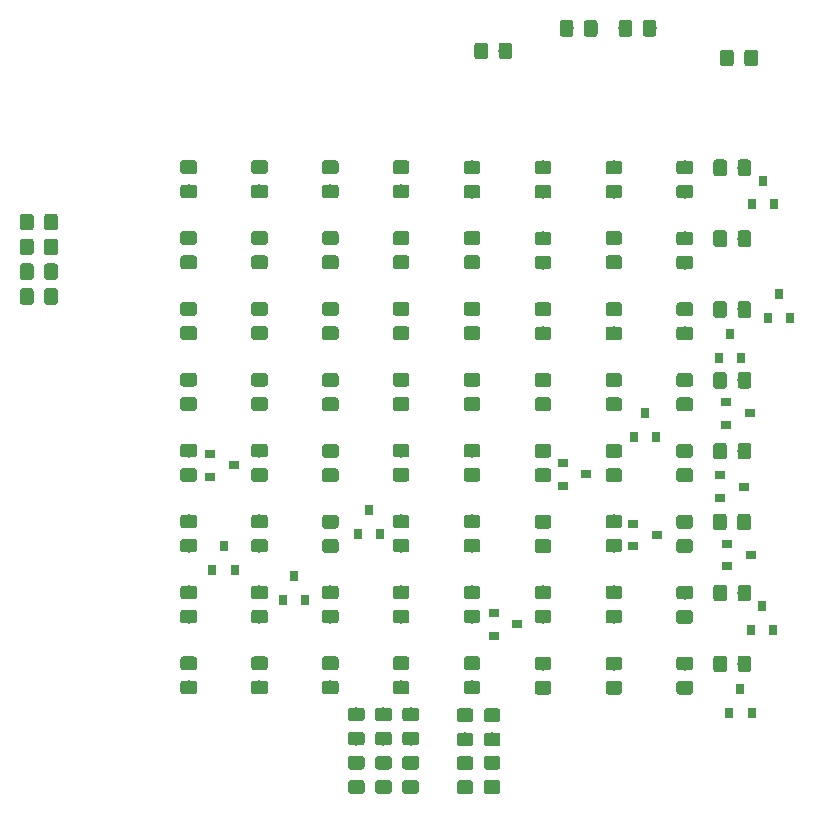
<source format=gbr>
G04 #@! TF.GenerationSoftware,KiCad,Pcbnew,(5.1.4)-1*
G04 #@! TF.CreationDate,2020-06-16T16:04:14+02:00*
G04 #@! TF.ProjectId,SensorPlayBoard,53656e73-6f72-4506-9c61-79426f617264,rev?*
G04 #@! TF.SameCoordinates,Original*
G04 #@! TF.FileFunction,Paste,Top*
G04 #@! TF.FilePolarity,Positive*
%FSLAX46Y46*%
G04 Gerber Fmt 4.6, Leading zero omitted, Abs format (unit mm)*
G04 Created by KiCad (PCBNEW (5.1.4)-1) date 2020-06-16 16:04:14*
%MOMM*%
%LPD*%
G04 APERTURE LIST*
%ADD10C,0.100000*%
%ADD11C,1.150000*%
%ADD12R,0.800000X0.900000*%
%ADD13R,0.900000X0.800000*%
G04 APERTURE END LIST*
D10*
G36*
X177849505Y-50701204D02*
G01*
X177873773Y-50704804D01*
X177897572Y-50710765D01*
X177920671Y-50719030D01*
X177942850Y-50729520D01*
X177963893Y-50742132D01*
X177983599Y-50756747D01*
X178001777Y-50773223D01*
X178018253Y-50791401D01*
X178032868Y-50811107D01*
X178045480Y-50832150D01*
X178055970Y-50854329D01*
X178064235Y-50877428D01*
X178070196Y-50901227D01*
X178073796Y-50925495D01*
X178075000Y-50949999D01*
X178075000Y-51850001D01*
X178073796Y-51874505D01*
X178070196Y-51898773D01*
X178064235Y-51922572D01*
X178055970Y-51945671D01*
X178045480Y-51967850D01*
X178032868Y-51988893D01*
X178018253Y-52008599D01*
X178001777Y-52026777D01*
X177983599Y-52043253D01*
X177963893Y-52057868D01*
X177942850Y-52070480D01*
X177920671Y-52080970D01*
X177897572Y-52089235D01*
X177873773Y-52095196D01*
X177849505Y-52098796D01*
X177825001Y-52100000D01*
X177174999Y-52100000D01*
X177150495Y-52098796D01*
X177126227Y-52095196D01*
X177102428Y-52089235D01*
X177079329Y-52080970D01*
X177057150Y-52070480D01*
X177036107Y-52057868D01*
X177016401Y-52043253D01*
X176998223Y-52026777D01*
X176981747Y-52008599D01*
X176967132Y-51988893D01*
X176954520Y-51967850D01*
X176944030Y-51945671D01*
X176935765Y-51922572D01*
X176929804Y-51898773D01*
X176926204Y-51874505D01*
X176925000Y-51850001D01*
X176925000Y-50949999D01*
X176926204Y-50925495D01*
X176929804Y-50901227D01*
X176935765Y-50877428D01*
X176944030Y-50854329D01*
X176954520Y-50832150D01*
X176967132Y-50811107D01*
X176981747Y-50791401D01*
X176998223Y-50773223D01*
X177016401Y-50756747D01*
X177036107Y-50742132D01*
X177057150Y-50729520D01*
X177079329Y-50719030D01*
X177102428Y-50710765D01*
X177126227Y-50704804D01*
X177150495Y-50701204D01*
X177174999Y-50700000D01*
X177825001Y-50700000D01*
X177849505Y-50701204D01*
X177849505Y-50701204D01*
G37*
D11*
X177500000Y-51400000D03*
D10*
G36*
X179899505Y-50701204D02*
G01*
X179923773Y-50704804D01*
X179947572Y-50710765D01*
X179970671Y-50719030D01*
X179992850Y-50729520D01*
X180013893Y-50742132D01*
X180033599Y-50756747D01*
X180051777Y-50773223D01*
X180068253Y-50791401D01*
X180082868Y-50811107D01*
X180095480Y-50832150D01*
X180105970Y-50854329D01*
X180114235Y-50877428D01*
X180120196Y-50901227D01*
X180123796Y-50925495D01*
X180125000Y-50949999D01*
X180125000Y-51850001D01*
X180123796Y-51874505D01*
X180120196Y-51898773D01*
X180114235Y-51922572D01*
X180105970Y-51945671D01*
X180095480Y-51967850D01*
X180082868Y-51988893D01*
X180068253Y-52008599D01*
X180051777Y-52026777D01*
X180033599Y-52043253D01*
X180013893Y-52057868D01*
X179992850Y-52070480D01*
X179970671Y-52080970D01*
X179947572Y-52089235D01*
X179923773Y-52095196D01*
X179899505Y-52098796D01*
X179875001Y-52100000D01*
X179224999Y-52100000D01*
X179200495Y-52098796D01*
X179176227Y-52095196D01*
X179152428Y-52089235D01*
X179129329Y-52080970D01*
X179107150Y-52070480D01*
X179086107Y-52057868D01*
X179066401Y-52043253D01*
X179048223Y-52026777D01*
X179031747Y-52008599D01*
X179017132Y-51988893D01*
X179004520Y-51967850D01*
X178994030Y-51945671D01*
X178985765Y-51922572D01*
X178979804Y-51898773D01*
X178976204Y-51874505D01*
X178975000Y-51850001D01*
X178975000Y-50949999D01*
X178976204Y-50925495D01*
X178979804Y-50901227D01*
X178985765Y-50877428D01*
X178994030Y-50854329D01*
X179004520Y-50832150D01*
X179017132Y-50811107D01*
X179031747Y-50791401D01*
X179048223Y-50773223D01*
X179066401Y-50756747D01*
X179086107Y-50742132D01*
X179107150Y-50729520D01*
X179129329Y-50719030D01*
X179152428Y-50710765D01*
X179176227Y-50704804D01*
X179200495Y-50701204D01*
X179224999Y-50700000D01*
X179875001Y-50700000D01*
X179899505Y-50701204D01*
X179899505Y-50701204D01*
G37*
D11*
X179550000Y-51400000D03*
D10*
G36*
X182824505Y-50701204D02*
G01*
X182848773Y-50704804D01*
X182872572Y-50710765D01*
X182895671Y-50719030D01*
X182917850Y-50729520D01*
X182938893Y-50742132D01*
X182958599Y-50756747D01*
X182976777Y-50773223D01*
X182993253Y-50791401D01*
X183007868Y-50811107D01*
X183020480Y-50832150D01*
X183030970Y-50854329D01*
X183039235Y-50877428D01*
X183045196Y-50901227D01*
X183048796Y-50925495D01*
X183050000Y-50949999D01*
X183050000Y-51850001D01*
X183048796Y-51874505D01*
X183045196Y-51898773D01*
X183039235Y-51922572D01*
X183030970Y-51945671D01*
X183020480Y-51967850D01*
X183007868Y-51988893D01*
X182993253Y-52008599D01*
X182976777Y-52026777D01*
X182958599Y-52043253D01*
X182938893Y-52057868D01*
X182917850Y-52070480D01*
X182895671Y-52080970D01*
X182872572Y-52089235D01*
X182848773Y-52095196D01*
X182824505Y-52098796D01*
X182800001Y-52100000D01*
X182149999Y-52100000D01*
X182125495Y-52098796D01*
X182101227Y-52095196D01*
X182077428Y-52089235D01*
X182054329Y-52080970D01*
X182032150Y-52070480D01*
X182011107Y-52057868D01*
X181991401Y-52043253D01*
X181973223Y-52026777D01*
X181956747Y-52008599D01*
X181942132Y-51988893D01*
X181929520Y-51967850D01*
X181919030Y-51945671D01*
X181910765Y-51922572D01*
X181904804Y-51898773D01*
X181901204Y-51874505D01*
X181900000Y-51850001D01*
X181900000Y-50949999D01*
X181901204Y-50925495D01*
X181904804Y-50901227D01*
X181910765Y-50877428D01*
X181919030Y-50854329D01*
X181929520Y-50832150D01*
X181942132Y-50811107D01*
X181956747Y-50791401D01*
X181973223Y-50773223D01*
X181991401Y-50756747D01*
X182011107Y-50742132D01*
X182032150Y-50729520D01*
X182054329Y-50719030D01*
X182077428Y-50710765D01*
X182101227Y-50704804D01*
X182125495Y-50701204D01*
X182149999Y-50700000D01*
X182800001Y-50700000D01*
X182824505Y-50701204D01*
X182824505Y-50701204D01*
G37*
D11*
X182475000Y-51400000D03*
D10*
G36*
X184874505Y-50701204D02*
G01*
X184898773Y-50704804D01*
X184922572Y-50710765D01*
X184945671Y-50719030D01*
X184967850Y-50729520D01*
X184988893Y-50742132D01*
X185008599Y-50756747D01*
X185026777Y-50773223D01*
X185043253Y-50791401D01*
X185057868Y-50811107D01*
X185070480Y-50832150D01*
X185080970Y-50854329D01*
X185089235Y-50877428D01*
X185095196Y-50901227D01*
X185098796Y-50925495D01*
X185100000Y-50949999D01*
X185100000Y-51850001D01*
X185098796Y-51874505D01*
X185095196Y-51898773D01*
X185089235Y-51922572D01*
X185080970Y-51945671D01*
X185070480Y-51967850D01*
X185057868Y-51988893D01*
X185043253Y-52008599D01*
X185026777Y-52026777D01*
X185008599Y-52043253D01*
X184988893Y-52057868D01*
X184967850Y-52070480D01*
X184945671Y-52080970D01*
X184922572Y-52089235D01*
X184898773Y-52095196D01*
X184874505Y-52098796D01*
X184850001Y-52100000D01*
X184199999Y-52100000D01*
X184175495Y-52098796D01*
X184151227Y-52095196D01*
X184127428Y-52089235D01*
X184104329Y-52080970D01*
X184082150Y-52070480D01*
X184061107Y-52057868D01*
X184041401Y-52043253D01*
X184023223Y-52026777D01*
X184006747Y-52008599D01*
X183992132Y-51988893D01*
X183979520Y-51967850D01*
X183969030Y-51945671D01*
X183960765Y-51922572D01*
X183954804Y-51898773D01*
X183951204Y-51874505D01*
X183950000Y-51850001D01*
X183950000Y-50949999D01*
X183951204Y-50925495D01*
X183954804Y-50901227D01*
X183960765Y-50877428D01*
X183969030Y-50854329D01*
X183979520Y-50832150D01*
X183992132Y-50811107D01*
X184006747Y-50791401D01*
X184023223Y-50773223D01*
X184041401Y-50756747D01*
X184061107Y-50742132D01*
X184082150Y-50729520D01*
X184104329Y-50719030D01*
X184127428Y-50710765D01*
X184151227Y-50704804D01*
X184175495Y-50701204D01*
X184199999Y-50700000D01*
X184850001Y-50700000D01*
X184874505Y-50701204D01*
X184874505Y-50701204D01*
G37*
D11*
X184525000Y-51400000D03*
D10*
G36*
X193474505Y-53201204D02*
G01*
X193498773Y-53204804D01*
X193522572Y-53210765D01*
X193545671Y-53219030D01*
X193567850Y-53229520D01*
X193588893Y-53242132D01*
X193608599Y-53256747D01*
X193626777Y-53273223D01*
X193643253Y-53291401D01*
X193657868Y-53311107D01*
X193670480Y-53332150D01*
X193680970Y-53354329D01*
X193689235Y-53377428D01*
X193695196Y-53401227D01*
X193698796Y-53425495D01*
X193700000Y-53449999D01*
X193700000Y-54350001D01*
X193698796Y-54374505D01*
X193695196Y-54398773D01*
X193689235Y-54422572D01*
X193680970Y-54445671D01*
X193670480Y-54467850D01*
X193657868Y-54488893D01*
X193643253Y-54508599D01*
X193626777Y-54526777D01*
X193608599Y-54543253D01*
X193588893Y-54557868D01*
X193567850Y-54570480D01*
X193545671Y-54580970D01*
X193522572Y-54589235D01*
X193498773Y-54595196D01*
X193474505Y-54598796D01*
X193450001Y-54600000D01*
X192799999Y-54600000D01*
X192775495Y-54598796D01*
X192751227Y-54595196D01*
X192727428Y-54589235D01*
X192704329Y-54580970D01*
X192682150Y-54570480D01*
X192661107Y-54557868D01*
X192641401Y-54543253D01*
X192623223Y-54526777D01*
X192606747Y-54508599D01*
X192592132Y-54488893D01*
X192579520Y-54467850D01*
X192569030Y-54445671D01*
X192560765Y-54422572D01*
X192554804Y-54398773D01*
X192551204Y-54374505D01*
X192550000Y-54350001D01*
X192550000Y-53449999D01*
X192551204Y-53425495D01*
X192554804Y-53401227D01*
X192560765Y-53377428D01*
X192569030Y-53354329D01*
X192579520Y-53332150D01*
X192592132Y-53311107D01*
X192606747Y-53291401D01*
X192623223Y-53273223D01*
X192641401Y-53256747D01*
X192661107Y-53242132D01*
X192682150Y-53229520D01*
X192704329Y-53219030D01*
X192727428Y-53210765D01*
X192751227Y-53204804D01*
X192775495Y-53201204D01*
X192799999Y-53200000D01*
X193450001Y-53200000D01*
X193474505Y-53201204D01*
X193474505Y-53201204D01*
G37*
D11*
X193125000Y-53900000D03*
D10*
G36*
X191424505Y-53201204D02*
G01*
X191448773Y-53204804D01*
X191472572Y-53210765D01*
X191495671Y-53219030D01*
X191517850Y-53229520D01*
X191538893Y-53242132D01*
X191558599Y-53256747D01*
X191576777Y-53273223D01*
X191593253Y-53291401D01*
X191607868Y-53311107D01*
X191620480Y-53332150D01*
X191630970Y-53354329D01*
X191639235Y-53377428D01*
X191645196Y-53401227D01*
X191648796Y-53425495D01*
X191650000Y-53449999D01*
X191650000Y-54350001D01*
X191648796Y-54374505D01*
X191645196Y-54398773D01*
X191639235Y-54422572D01*
X191630970Y-54445671D01*
X191620480Y-54467850D01*
X191607868Y-54488893D01*
X191593253Y-54508599D01*
X191576777Y-54526777D01*
X191558599Y-54543253D01*
X191538893Y-54557868D01*
X191517850Y-54570480D01*
X191495671Y-54580970D01*
X191472572Y-54589235D01*
X191448773Y-54595196D01*
X191424505Y-54598796D01*
X191400001Y-54600000D01*
X190749999Y-54600000D01*
X190725495Y-54598796D01*
X190701227Y-54595196D01*
X190677428Y-54589235D01*
X190654329Y-54580970D01*
X190632150Y-54570480D01*
X190611107Y-54557868D01*
X190591401Y-54543253D01*
X190573223Y-54526777D01*
X190556747Y-54508599D01*
X190542132Y-54488893D01*
X190529520Y-54467850D01*
X190519030Y-54445671D01*
X190510765Y-54422572D01*
X190504804Y-54398773D01*
X190501204Y-54374505D01*
X190500000Y-54350001D01*
X190500000Y-53449999D01*
X190501204Y-53425495D01*
X190504804Y-53401227D01*
X190510765Y-53377428D01*
X190519030Y-53354329D01*
X190529520Y-53332150D01*
X190542132Y-53311107D01*
X190556747Y-53291401D01*
X190573223Y-53273223D01*
X190591401Y-53256747D01*
X190611107Y-53242132D01*
X190632150Y-53229520D01*
X190654329Y-53219030D01*
X190677428Y-53210765D01*
X190701227Y-53204804D01*
X190725495Y-53201204D01*
X190749999Y-53200000D01*
X191400001Y-53200000D01*
X191424505Y-53201204D01*
X191424505Y-53201204D01*
G37*
D11*
X191075000Y-53900000D03*
D10*
G36*
X164774505Y-115051204D02*
G01*
X164798773Y-115054804D01*
X164822572Y-115060765D01*
X164845671Y-115069030D01*
X164867850Y-115079520D01*
X164888893Y-115092132D01*
X164908599Y-115106747D01*
X164926777Y-115123223D01*
X164943253Y-115141401D01*
X164957868Y-115161107D01*
X164970480Y-115182150D01*
X164980970Y-115204329D01*
X164989235Y-115227428D01*
X164995196Y-115251227D01*
X164998796Y-115275495D01*
X165000000Y-115299999D01*
X165000000Y-115950001D01*
X164998796Y-115974505D01*
X164995196Y-115998773D01*
X164989235Y-116022572D01*
X164980970Y-116045671D01*
X164970480Y-116067850D01*
X164957868Y-116088893D01*
X164943253Y-116108599D01*
X164926777Y-116126777D01*
X164908599Y-116143253D01*
X164888893Y-116157868D01*
X164867850Y-116170480D01*
X164845671Y-116180970D01*
X164822572Y-116189235D01*
X164798773Y-116195196D01*
X164774505Y-116198796D01*
X164750001Y-116200000D01*
X163849999Y-116200000D01*
X163825495Y-116198796D01*
X163801227Y-116195196D01*
X163777428Y-116189235D01*
X163754329Y-116180970D01*
X163732150Y-116170480D01*
X163711107Y-116157868D01*
X163691401Y-116143253D01*
X163673223Y-116126777D01*
X163656747Y-116108599D01*
X163642132Y-116088893D01*
X163629520Y-116067850D01*
X163619030Y-116045671D01*
X163610765Y-116022572D01*
X163604804Y-115998773D01*
X163601204Y-115974505D01*
X163600000Y-115950001D01*
X163600000Y-115299999D01*
X163601204Y-115275495D01*
X163604804Y-115251227D01*
X163610765Y-115227428D01*
X163619030Y-115204329D01*
X163629520Y-115182150D01*
X163642132Y-115161107D01*
X163656747Y-115141401D01*
X163673223Y-115123223D01*
X163691401Y-115106747D01*
X163711107Y-115092132D01*
X163732150Y-115079520D01*
X163754329Y-115069030D01*
X163777428Y-115060765D01*
X163801227Y-115054804D01*
X163825495Y-115051204D01*
X163849999Y-115050000D01*
X164750001Y-115050000D01*
X164774505Y-115051204D01*
X164774505Y-115051204D01*
G37*
D11*
X164300000Y-115625000D03*
D10*
G36*
X164774505Y-113001204D02*
G01*
X164798773Y-113004804D01*
X164822572Y-113010765D01*
X164845671Y-113019030D01*
X164867850Y-113029520D01*
X164888893Y-113042132D01*
X164908599Y-113056747D01*
X164926777Y-113073223D01*
X164943253Y-113091401D01*
X164957868Y-113111107D01*
X164970480Y-113132150D01*
X164980970Y-113154329D01*
X164989235Y-113177428D01*
X164995196Y-113201227D01*
X164998796Y-113225495D01*
X165000000Y-113249999D01*
X165000000Y-113900001D01*
X164998796Y-113924505D01*
X164995196Y-113948773D01*
X164989235Y-113972572D01*
X164980970Y-113995671D01*
X164970480Y-114017850D01*
X164957868Y-114038893D01*
X164943253Y-114058599D01*
X164926777Y-114076777D01*
X164908599Y-114093253D01*
X164888893Y-114107868D01*
X164867850Y-114120480D01*
X164845671Y-114130970D01*
X164822572Y-114139235D01*
X164798773Y-114145196D01*
X164774505Y-114148796D01*
X164750001Y-114150000D01*
X163849999Y-114150000D01*
X163825495Y-114148796D01*
X163801227Y-114145196D01*
X163777428Y-114139235D01*
X163754329Y-114130970D01*
X163732150Y-114120480D01*
X163711107Y-114107868D01*
X163691401Y-114093253D01*
X163673223Y-114076777D01*
X163656747Y-114058599D01*
X163642132Y-114038893D01*
X163629520Y-114017850D01*
X163619030Y-113995671D01*
X163610765Y-113972572D01*
X163604804Y-113948773D01*
X163601204Y-113924505D01*
X163600000Y-113900001D01*
X163600000Y-113249999D01*
X163601204Y-113225495D01*
X163604804Y-113201227D01*
X163610765Y-113177428D01*
X163619030Y-113154329D01*
X163629520Y-113132150D01*
X163642132Y-113111107D01*
X163656747Y-113091401D01*
X163673223Y-113073223D01*
X163691401Y-113056747D01*
X163711107Y-113042132D01*
X163732150Y-113029520D01*
X163754329Y-113019030D01*
X163777428Y-113010765D01*
X163801227Y-113004804D01*
X163825495Y-113001204D01*
X163849999Y-113000000D01*
X164750001Y-113000000D01*
X164774505Y-113001204D01*
X164774505Y-113001204D01*
G37*
D11*
X164300000Y-113575000D03*
D10*
G36*
X162474505Y-115051204D02*
G01*
X162498773Y-115054804D01*
X162522572Y-115060765D01*
X162545671Y-115069030D01*
X162567850Y-115079520D01*
X162588893Y-115092132D01*
X162608599Y-115106747D01*
X162626777Y-115123223D01*
X162643253Y-115141401D01*
X162657868Y-115161107D01*
X162670480Y-115182150D01*
X162680970Y-115204329D01*
X162689235Y-115227428D01*
X162695196Y-115251227D01*
X162698796Y-115275495D01*
X162700000Y-115299999D01*
X162700000Y-115950001D01*
X162698796Y-115974505D01*
X162695196Y-115998773D01*
X162689235Y-116022572D01*
X162680970Y-116045671D01*
X162670480Y-116067850D01*
X162657868Y-116088893D01*
X162643253Y-116108599D01*
X162626777Y-116126777D01*
X162608599Y-116143253D01*
X162588893Y-116157868D01*
X162567850Y-116170480D01*
X162545671Y-116180970D01*
X162522572Y-116189235D01*
X162498773Y-116195196D01*
X162474505Y-116198796D01*
X162450001Y-116200000D01*
X161549999Y-116200000D01*
X161525495Y-116198796D01*
X161501227Y-116195196D01*
X161477428Y-116189235D01*
X161454329Y-116180970D01*
X161432150Y-116170480D01*
X161411107Y-116157868D01*
X161391401Y-116143253D01*
X161373223Y-116126777D01*
X161356747Y-116108599D01*
X161342132Y-116088893D01*
X161329520Y-116067850D01*
X161319030Y-116045671D01*
X161310765Y-116022572D01*
X161304804Y-115998773D01*
X161301204Y-115974505D01*
X161300000Y-115950001D01*
X161300000Y-115299999D01*
X161301204Y-115275495D01*
X161304804Y-115251227D01*
X161310765Y-115227428D01*
X161319030Y-115204329D01*
X161329520Y-115182150D01*
X161342132Y-115161107D01*
X161356747Y-115141401D01*
X161373223Y-115123223D01*
X161391401Y-115106747D01*
X161411107Y-115092132D01*
X161432150Y-115079520D01*
X161454329Y-115069030D01*
X161477428Y-115060765D01*
X161501227Y-115054804D01*
X161525495Y-115051204D01*
X161549999Y-115050000D01*
X162450001Y-115050000D01*
X162474505Y-115051204D01*
X162474505Y-115051204D01*
G37*
D11*
X162000000Y-115625000D03*
D10*
G36*
X162474505Y-113001204D02*
G01*
X162498773Y-113004804D01*
X162522572Y-113010765D01*
X162545671Y-113019030D01*
X162567850Y-113029520D01*
X162588893Y-113042132D01*
X162608599Y-113056747D01*
X162626777Y-113073223D01*
X162643253Y-113091401D01*
X162657868Y-113111107D01*
X162670480Y-113132150D01*
X162680970Y-113154329D01*
X162689235Y-113177428D01*
X162695196Y-113201227D01*
X162698796Y-113225495D01*
X162700000Y-113249999D01*
X162700000Y-113900001D01*
X162698796Y-113924505D01*
X162695196Y-113948773D01*
X162689235Y-113972572D01*
X162680970Y-113995671D01*
X162670480Y-114017850D01*
X162657868Y-114038893D01*
X162643253Y-114058599D01*
X162626777Y-114076777D01*
X162608599Y-114093253D01*
X162588893Y-114107868D01*
X162567850Y-114120480D01*
X162545671Y-114130970D01*
X162522572Y-114139235D01*
X162498773Y-114145196D01*
X162474505Y-114148796D01*
X162450001Y-114150000D01*
X161549999Y-114150000D01*
X161525495Y-114148796D01*
X161501227Y-114145196D01*
X161477428Y-114139235D01*
X161454329Y-114130970D01*
X161432150Y-114120480D01*
X161411107Y-114107868D01*
X161391401Y-114093253D01*
X161373223Y-114076777D01*
X161356747Y-114058599D01*
X161342132Y-114038893D01*
X161329520Y-114017850D01*
X161319030Y-113995671D01*
X161310765Y-113972572D01*
X161304804Y-113948773D01*
X161301204Y-113924505D01*
X161300000Y-113900001D01*
X161300000Y-113249999D01*
X161301204Y-113225495D01*
X161304804Y-113201227D01*
X161310765Y-113177428D01*
X161319030Y-113154329D01*
X161329520Y-113132150D01*
X161342132Y-113111107D01*
X161356747Y-113091401D01*
X161373223Y-113073223D01*
X161391401Y-113056747D01*
X161411107Y-113042132D01*
X161432150Y-113029520D01*
X161454329Y-113019030D01*
X161477428Y-113010765D01*
X161501227Y-113004804D01*
X161525495Y-113001204D01*
X161549999Y-113000000D01*
X162450001Y-113000000D01*
X162474505Y-113001204D01*
X162474505Y-113001204D01*
G37*
D11*
X162000000Y-113575000D03*
D10*
G36*
X160174505Y-113001204D02*
G01*
X160198773Y-113004804D01*
X160222572Y-113010765D01*
X160245671Y-113019030D01*
X160267850Y-113029520D01*
X160288893Y-113042132D01*
X160308599Y-113056747D01*
X160326777Y-113073223D01*
X160343253Y-113091401D01*
X160357868Y-113111107D01*
X160370480Y-113132150D01*
X160380970Y-113154329D01*
X160389235Y-113177428D01*
X160395196Y-113201227D01*
X160398796Y-113225495D01*
X160400000Y-113249999D01*
X160400000Y-113900001D01*
X160398796Y-113924505D01*
X160395196Y-113948773D01*
X160389235Y-113972572D01*
X160380970Y-113995671D01*
X160370480Y-114017850D01*
X160357868Y-114038893D01*
X160343253Y-114058599D01*
X160326777Y-114076777D01*
X160308599Y-114093253D01*
X160288893Y-114107868D01*
X160267850Y-114120480D01*
X160245671Y-114130970D01*
X160222572Y-114139235D01*
X160198773Y-114145196D01*
X160174505Y-114148796D01*
X160150001Y-114150000D01*
X159249999Y-114150000D01*
X159225495Y-114148796D01*
X159201227Y-114145196D01*
X159177428Y-114139235D01*
X159154329Y-114130970D01*
X159132150Y-114120480D01*
X159111107Y-114107868D01*
X159091401Y-114093253D01*
X159073223Y-114076777D01*
X159056747Y-114058599D01*
X159042132Y-114038893D01*
X159029520Y-114017850D01*
X159019030Y-113995671D01*
X159010765Y-113972572D01*
X159004804Y-113948773D01*
X159001204Y-113924505D01*
X159000000Y-113900001D01*
X159000000Y-113249999D01*
X159001204Y-113225495D01*
X159004804Y-113201227D01*
X159010765Y-113177428D01*
X159019030Y-113154329D01*
X159029520Y-113132150D01*
X159042132Y-113111107D01*
X159056747Y-113091401D01*
X159073223Y-113073223D01*
X159091401Y-113056747D01*
X159111107Y-113042132D01*
X159132150Y-113029520D01*
X159154329Y-113019030D01*
X159177428Y-113010765D01*
X159201227Y-113004804D01*
X159225495Y-113001204D01*
X159249999Y-113000000D01*
X160150001Y-113000000D01*
X160174505Y-113001204D01*
X160174505Y-113001204D01*
G37*
D11*
X159700000Y-113575000D03*
D10*
G36*
X160174505Y-115051204D02*
G01*
X160198773Y-115054804D01*
X160222572Y-115060765D01*
X160245671Y-115069030D01*
X160267850Y-115079520D01*
X160288893Y-115092132D01*
X160308599Y-115106747D01*
X160326777Y-115123223D01*
X160343253Y-115141401D01*
X160357868Y-115161107D01*
X160370480Y-115182150D01*
X160380970Y-115204329D01*
X160389235Y-115227428D01*
X160395196Y-115251227D01*
X160398796Y-115275495D01*
X160400000Y-115299999D01*
X160400000Y-115950001D01*
X160398796Y-115974505D01*
X160395196Y-115998773D01*
X160389235Y-116022572D01*
X160380970Y-116045671D01*
X160370480Y-116067850D01*
X160357868Y-116088893D01*
X160343253Y-116108599D01*
X160326777Y-116126777D01*
X160308599Y-116143253D01*
X160288893Y-116157868D01*
X160267850Y-116170480D01*
X160245671Y-116180970D01*
X160222572Y-116189235D01*
X160198773Y-116195196D01*
X160174505Y-116198796D01*
X160150001Y-116200000D01*
X159249999Y-116200000D01*
X159225495Y-116198796D01*
X159201227Y-116195196D01*
X159177428Y-116189235D01*
X159154329Y-116180970D01*
X159132150Y-116170480D01*
X159111107Y-116157868D01*
X159091401Y-116143253D01*
X159073223Y-116126777D01*
X159056747Y-116108599D01*
X159042132Y-116088893D01*
X159029520Y-116067850D01*
X159019030Y-116045671D01*
X159010765Y-116022572D01*
X159004804Y-115998773D01*
X159001204Y-115974505D01*
X159000000Y-115950001D01*
X159000000Y-115299999D01*
X159001204Y-115275495D01*
X159004804Y-115251227D01*
X159010765Y-115227428D01*
X159019030Y-115204329D01*
X159029520Y-115182150D01*
X159042132Y-115161107D01*
X159056747Y-115141401D01*
X159073223Y-115123223D01*
X159091401Y-115106747D01*
X159111107Y-115092132D01*
X159132150Y-115079520D01*
X159154329Y-115069030D01*
X159177428Y-115060765D01*
X159201227Y-115054804D01*
X159225495Y-115051204D01*
X159249999Y-115050000D01*
X160150001Y-115050000D01*
X160174505Y-115051204D01*
X160174505Y-115051204D01*
G37*
D11*
X159700000Y-115625000D03*
D10*
G36*
X169374505Y-113026204D02*
G01*
X169398773Y-113029804D01*
X169422572Y-113035765D01*
X169445671Y-113044030D01*
X169467850Y-113054520D01*
X169488893Y-113067132D01*
X169508599Y-113081747D01*
X169526777Y-113098223D01*
X169543253Y-113116401D01*
X169557868Y-113136107D01*
X169570480Y-113157150D01*
X169580970Y-113179329D01*
X169589235Y-113202428D01*
X169595196Y-113226227D01*
X169598796Y-113250495D01*
X169600000Y-113274999D01*
X169600000Y-113925001D01*
X169598796Y-113949505D01*
X169595196Y-113973773D01*
X169589235Y-113997572D01*
X169580970Y-114020671D01*
X169570480Y-114042850D01*
X169557868Y-114063893D01*
X169543253Y-114083599D01*
X169526777Y-114101777D01*
X169508599Y-114118253D01*
X169488893Y-114132868D01*
X169467850Y-114145480D01*
X169445671Y-114155970D01*
X169422572Y-114164235D01*
X169398773Y-114170196D01*
X169374505Y-114173796D01*
X169350001Y-114175000D01*
X168449999Y-114175000D01*
X168425495Y-114173796D01*
X168401227Y-114170196D01*
X168377428Y-114164235D01*
X168354329Y-114155970D01*
X168332150Y-114145480D01*
X168311107Y-114132868D01*
X168291401Y-114118253D01*
X168273223Y-114101777D01*
X168256747Y-114083599D01*
X168242132Y-114063893D01*
X168229520Y-114042850D01*
X168219030Y-114020671D01*
X168210765Y-113997572D01*
X168204804Y-113973773D01*
X168201204Y-113949505D01*
X168200000Y-113925001D01*
X168200000Y-113274999D01*
X168201204Y-113250495D01*
X168204804Y-113226227D01*
X168210765Y-113202428D01*
X168219030Y-113179329D01*
X168229520Y-113157150D01*
X168242132Y-113136107D01*
X168256747Y-113116401D01*
X168273223Y-113098223D01*
X168291401Y-113081747D01*
X168311107Y-113067132D01*
X168332150Y-113054520D01*
X168354329Y-113044030D01*
X168377428Y-113035765D01*
X168401227Y-113029804D01*
X168425495Y-113026204D01*
X168449999Y-113025000D01*
X169350001Y-113025000D01*
X169374505Y-113026204D01*
X169374505Y-113026204D01*
G37*
D11*
X168900000Y-113600000D03*
D10*
G36*
X169374505Y-115076204D02*
G01*
X169398773Y-115079804D01*
X169422572Y-115085765D01*
X169445671Y-115094030D01*
X169467850Y-115104520D01*
X169488893Y-115117132D01*
X169508599Y-115131747D01*
X169526777Y-115148223D01*
X169543253Y-115166401D01*
X169557868Y-115186107D01*
X169570480Y-115207150D01*
X169580970Y-115229329D01*
X169589235Y-115252428D01*
X169595196Y-115276227D01*
X169598796Y-115300495D01*
X169600000Y-115324999D01*
X169600000Y-115975001D01*
X169598796Y-115999505D01*
X169595196Y-116023773D01*
X169589235Y-116047572D01*
X169580970Y-116070671D01*
X169570480Y-116092850D01*
X169557868Y-116113893D01*
X169543253Y-116133599D01*
X169526777Y-116151777D01*
X169508599Y-116168253D01*
X169488893Y-116182868D01*
X169467850Y-116195480D01*
X169445671Y-116205970D01*
X169422572Y-116214235D01*
X169398773Y-116220196D01*
X169374505Y-116223796D01*
X169350001Y-116225000D01*
X168449999Y-116225000D01*
X168425495Y-116223796D01*
X168401227Y-116220196D01*
X168377428Y-116214235D01*
X168354329Y-116205970D01*
X168332150Y-116195480D01*
X168311107Y-116182868D01*
X168291401Y-116168253D01*
X168273223Y-116151777D01*
X168256747Y-116133599D01*
X168242132Y-116113893D01*
X168229520Y-116092850D01*
X168219030Y-116070671D01*
X168210765Y-116047572D01*
X168204804Y-116023773D01*
X168201204Y-115999505D01*
X168200000Y-115975001D01*
X168200000Y-115324999D01*
X168201204Y-115300495D01*
X168204804Y-115276227D01*
X168210765Y-115252428D01*
X168219030Y-115229329D01*
X168229520Y-115207150D01*
X168242132Y-115186107D01*
X168256747Y-115166401D01*
X168273223Y-115148223D01*
X168291401Y-115131747D01*
X168311107Y-115117132D01*
X168332150Y-115104520D01*
X168354329Y-115094030D01*
X168377428Y-115085765D01*
X168401227Y-115079804D01*
X168425495Y-115076204D01*
X168449999Y-115075000D01*
X169350001Y-115075000D01*
X169374505Y-115076204D01*
X169374505Y-115076204D01*
G37*
D11*
X168900000Y-115650000D03*
D10*
G36*
X171674505Y-115051204D02*
G01*
X171698773Y-115054804D01*
X171722572Y-115060765D01*
X171745671Y-115069030D01*
X171767850Y-115079520D01*
X171788893Y-115092132D01*
X171808599Y-115106747D01*
X171826777Y-115123223D01*
X171843253Y-115141401D01*
X171857868Y-115161107D01*
X171870480Y-115182150D01*
X171880970Y-115204329D01*
X171889235Y-115227428D01*
X171895196Y-115251227D01*
X171898796Y-115275495D01*
X171900000Y-115299999D01*
X171900000Y-115950001D01*
X171898796Y-115974505D01*
X171895196Y-115998773D01*
X171889235Y-116022572D01*
X171880970Y-116045671D01*
X171870480Y-116067850D01*
X171857868Y-116088893D01*
X171843253Y-116108599D01*
X171826777Y-116126777D01*
X171808599Y-116143253D01*
X171788893Y-116157868D01*
X171767850Y-116170480D01*
X171745671Y-116180970D01*
X171722572Y-116189235D01*
X171698773Y-116195196D01*
X171674505Y-116198796D01*
X171650001Y-116200000D01*
X170749999Y-116200000D01*
X170725495Y-116198796D01*
X170701227Y-116195196D01*
X170677428Y-116189235D01*
X170654329Y-116180970D01*
X170632150Y-116170480D01*
X170611107Y-116157868D01*
X170591401Y-116143253D01*
X170573223Y-116126777D01*
X170556747Y-116108599D01*
X170542132Y-116088893D01*
X170529520Y-116067850D01*
X170519030Y-116045671D01*
X170510765Y-116022572D01*
X170504804Y-115998773D01*
X170501204Y-115974505D01*
X170500000Y-115950001D01*
X170500000Y-115299999D01*
X170501204Y-115275495D01*
X170504804Y-115251227D01*
X170510765Y-115227428D01*
X170519030Y-115204329D01*
X170529520Y-115182150D01*
X170542132Y-115161107D01*
X170556747Y-115141401D01*
X170573223Y-115123223D01*
X170591401Y-115106747D01*
X170611107Y-115092132D01*
X170632150Y-115079520D01*
X170654329Y-115069030D01*
X170677428Y-115060765D01*
X170701227Y-115054804D01*
X170725495Y-115051204D01*
X170749999Y-115050000D01*
X171650001Y-115050000D01*
X171674505Y-115051204D01*
X171674505Y-115051204D01*
G37*
D11*
X171200000Y-115625000D03*
D10*
G36*
X171674505Y-113001204D02*
G01*
X171698773Y-113004804D01*
X171722572Y-113010765D01*
X171745671Y-113019030D01*
X171767850Y-113029520D01*
X171788893Y-113042132D01*
X171808599Y-113056747D01*
X171826777Y-113073223D01*
X171843253Y-113091401D01*
X171857868Y-113111107D01*
X171870480Y-113132150D01*
X171880970Y-113154329D01*
X171889235Y-113177428D01*
X171895196Y-113201227D01*
X171898796Y-113225495D01*
X171900000Y-113249999D01*
X171900000Y-113900001D01*
X171898796Y-113924505D01*
X171895196Y-113948773D01*
X171889235Y-113972572D01*
X171880970Y-113995671D01*
X171870480Y-114017850D01*
X171857868Y-114038893D01*
X171843253Y-114058599D01*
X171826777Y-114076777D01*
X171808599Y-114093253D01*
X171788893Y-114107868D01*
X171767850Y-114120480D01*
X171745671Y-114130970D01*
X171722572Y-114139235D01*
X171698773Y-114145196D01*
X171674505Y-114148796D01*
X171650001Y-114150000D01*
X170749999Y-114150000D01*
X170725495Y-114148796D01*
X170701227Y-114145196D01*
X170677428Y-114139235D01*
X170654329Y-114130970D01*
X170632150Y-114120480D01*
X170611107Y-114107868D01*
X170591401Y-114093253D01*
X170573223Y-114076777D01*
X170556747Y-114058599D01*
X170542132Y-114038893D01*
X170529520Y-114017850D01*
X170519030Y-113995671D01*
X170510765Y-113972572D01*
X170504804Y-113948773D01*
X170501204Y-113924505D01*
X170500000Y-113900001D01*
X170500000Y-113249999D01*
X170501204Y-113225495D01*
X170504804Y-113201227D01*
X170510765Y-113177428D01*
X170519030Y-113154329D01*
X170529520Y-113132150D01*
X170542132Y-113111107D01*
X170556747Y-113091401D01*
X170573223Y-113073223D01*
X170591401Y-113056747D01*
X170611107Y-113042132D01*
X170632150Y-113029520D01*
X170654329Y-113019030D01*
X170677428Y-113010765D01*
X170701227Y-113004804D01*
X170725495Y-113001204D01*
X170749999Y-113000000D01*
X171650001Y-113000000D01*
X171674505Y-113001204D01*
X171674505Y-113001204D01*
G37*
D11*
X171200000Y-113575000D03*
D10*
G36*
X132149505Y-67101204D02*
G01*
X132173773Y-67104804D01*
X132197572Y-67110765D01*
X132220671Y-67119030D01*
X132242850Y-67129520D01*
X132263893Y-67142132D01*
X132283599Y-67156747D01*
X132301777Y-67173223D01*
X132318253Y-67191401D01*
X132332868Y-67211107D01*
X132345480Y-67232150D01*
X132355970Y-67254329D01*
X132364235Y-67277428D01*
X132370196Y-67301227D01*
X132373796Y-67325495D01*
X132375000Y-67349999D01*
X132375000Y-68250001D01*
X132373796Y-68274505D01*
X132370196Y-68298773D01*
X132364235Y-68322572D01*
X132355970Y-68345671D01*
X132345480Y-68367850D01*
X132332868Y-68388893D01*
X132318253Y-68408599D01*
X132301777Y-68426777D01*
X132283599Y-68443253D01*
X132263893Y-68457868D01*
X132242850Y-68470480D01*
X132220671Y-68480970D01*
X132197572Y-68489235D01*
X132173773Y-68495196D01*
X132149505Y-68498796D01*
X132125001Y-68500000D01*
X131474999Y-68500000D01*
X131450495Y-68498796D01*
X131426227Y-68495196D01*
X131402428Y-68489235D01*
X131379329Y-68480970D01*
X131357150Y-68470480D01*
X131336107Y-68457868D01*
X131316401Y-68443253D01*
X131298223Y-68426777D01*
X131281747Y-68408599D01*
X131267132Y-68388893D01*
X131254520Y-68367850D01*
X131244030Y-68345671D01*
X131235765Y-68322572D01*
X131229804Y-68298773D01*
X131226204Y-68274505D01*
X131225000Y-68250001D01*
X131225000Y-67349999D01*
X131226204Y-67325495D01*
X131229804Y-67301227D01*
X131235765Y-67277428D01*
X131244030Y-67254329D01*
X131254520Y-67232150D01*
X131267132Y-67211107D01*
X131281747Y-67191401D01*
X131298223Y-67173223D01*
X131316401Y-67156747D01*
X131336107Y-67142132D01*
X131357150Y-67129520D01*
X131379329Y-67119030D01*
X131402428Y-67110765D01*
X131426227Y-67104804D01*
X131450495Y-67101204D01*
X131474999Y-67100000D01*
X132125001Y-67100000D01*
X132149505Y-67101204D01*
X132149505Y-67101204D01*
G37*
D11*
X131800000Y-67800000D03*
D10*
G36*
X134199505Y-67101204D02*
G01*
X134223773Y-67104804D01*
X134247572Y-67110765D01*
X134270671Y-67119030D01*
X134292850Y-67129520D01*
X134313893Y-67142132D01*
X134333599Y-67156747D01*
X134351777Y-67173223D01*
X134368253Y-67191401D01*
X134382868Y-67211107D01*
X134395480Y-67232150D01*
X134405970Y-67254329D01*
X134414235Y-67277428D01*
X134420196Y-67301227D01*
X134423796Y-67325495D01*
X134425000Y-67349999D01*
X134425000Y-68250001D01*
X134423796Y-68274505D01*
X134420196Y-68298773D01*
X134414235Y-68322572D01*
X134405970Y-68345671D01*
X134395480Y-68367850D01*
X134382868Y-68388893D01*
X134368253Y-68408599D01*
X134351777Y-68426777D01*
X134333599Y-68443253D01*
X134313893Y-68457868D01*
X134292850Y-68470480D01*
X134270671Y-68480970D01*
X134247572Y-68489235D01*
X134223773Y-68495196D01*
X134199505Y-68498796D01*
X134175001Y-68500000D01*
X133524999Y-68500000D01*
X133500495Y-68498796D01*
X133476227Y-68495196D01*
X133452428Y-68489235D01*
X133429329Y-68480970D01*
X133407150Y-68470480D01*
X133386107Y-68457868D01*
X133366401Y-68443253D01*
X133348223Y-68426777D01*
X133331747Y-68408599D01*
X133317132Y-68388893D01*
X133304520Y-68367850D01*
X133294030Y-68345671D01*
X133285765Y-68322572D01*
X133279804Y-68298773D01*
X133276204Y-68274505D01*
X133275000Y-68250001D01*
X133275000Y-67349999D01*
X133276204Y-67325495D01*
X133279804Y-67301227D01*
X133285765Y-67277428D01*
X133294030Y-67254329D01*
X133304520Y-67232150D01*
X133317132Y-67211107D01*
X133331747Y-67191401D01*
X133348223Y-67173223D01*
X133366401Y-67156747D01*
X133386107Y-67142132D01*
X133407150Y-67129520D01*
X133429329Y-67119030D01*
X133452428Y-67110765D01*
X133476227Y-67104804D01*
X133500495Y-67101204D01*
X133524999Y-67100000D01*
X134175001Y-67100000D01*
X134199505Y-67101204D01*
X134199505Y-67101204D01*
G37*
D11*
X133850000Y-67800000D03*
D10*
G36*
X134199505Y-69201204D02*
G01*
X134223773Y-69204804D01*
X134247572Y-69210765D01*
X134270671Y-69219030D01*
X134292850Y-69229520D01*
X134313893Y-69242132D01*
X134333599Y-69256747D01*
X134351777Y-69273223D01*
X134368253Y-69291401D01*
X134382868Y-69311107D01*
X134395480Y-69332150D01*
X134405970Y-69354329D01*
X134414235Y-69377428D01*
X134420196Y-69401227D01*
X134423796Y-69425495D01*
X134425000Y-69449999D01*
X134425000Y-70350001D01*
X134423796Y-70374505D01*
X134420196Y-70398773D01*
X134414235Y-70422572D01*
X134405970Y-70445671D01*
X134395480Y-70467850D01*
X134382868Y-70488893D01*
X134368253Y-70508599D01*
X134351777Y-70526777D01*
X134333599Y-70543253D01*
X134313893Y-70557868D01*
X134292850Y-70570480D01*
X134270671Y-70580970D01*
X134247572Y-70589235D01*
X134223773Y-70595196D01*
X134199505Y-70598796D01*
X134175001Y-70600000D01*
X133524999Y-70600000D01*
X133500495Y-70598796D01*
X133476227Y-70595196D01*
X133452428Y-70589235D01*
X133429329Y-70580970D01*
X133407150Y-70570480D01*
X133386107Y-70557868D01*
X133366401Y-70543253D01*
X133348223Y-70526777D01*
X133331747Y-70508599D01*
X133317132Y-70488893D01*
X133304520Y-70467850D01*
X133294030Y-70445671D01*
X133285765Y-70422572D01*
X133279804Y-70398773D01*
X133276204Y-70374505D01*
X133275000Y-70350001D01*
X133275000Y-69449999D01*
X133276204Y-69425495D01*
X133279804Y-69401227D01*
X133285765Y-69377428D01*
X133294030Y-69354329D01*
X133304520Y-69332150D01*
X133317132Y-69311107D01*
X133331747Y-69291401D01*
X133348223Y-69273223D01*
X133366401Y-69256747D01*
X133386107Y-69242132D01*
X133407150Y-69229520D01*
X133429329Y-69219030D01*
X133452428Y-69210765D01*
X133476227Y-69204804D01*
X133500495Y-69201204D01*
X133524999Y-69200000D01*
X134175001Y-69200000D01*
X134199505Y-69201204D01*
X134199505Y-69201204D01*
G37*
D11*
X133850000Y-69900000D03*
D10*
G36*
X132149505Y-69201204D02*
G01*
X132173773Y-69204804D01*
X132197572Y-69210765D01*
X132220671Y-69219030D01*
X132242850Y-69229520D01*
X132263893Y-69242132D01*
X132283599Y-69256747D01*
X132301777Y-69273223D01*
X132318253Y-69291401D01*
X132332868Y-69311107D01*
X132345480Y-69332150D01*
X132355970Y-69354329D01*
X132364235Y-69377428D01*
X132370196Y-69401227D01*
X132373796Y-69425495D01*
X132375000Y-69449999D01*
X132375000Y-70350001D01*
X132373796Y-70374505D01*
X132370196Y-70398773D01*
X132364235Y-70422572D01*
X132355970Y-70445671D01*
X132345480Y-70467850D01*
X132332868Y-70488893D01*
X132318253Y-70508599D01*
X132301777Y-70526777D01*
X132283599Y-70543253D01*
X132263893Y-70557868D01*
X132242850Y-70570480D01*
X132220671Y-70580970D01*
X132197572Y-70589235D01*
X132173773Y-70595196D01*
X132149505Y-70598796D01*
X132125001Y-70600000D01*
X131474999Y-70600000D01*
X131450495Y-70598796D01*
X131426227Y-70595196D01*
X131402428Y-70589235D01*
X131379329Y-70580970D01*
X131357150Y-70570480D01*
X131336107Y-70557868D01*
X131316401Y-70543253D01*
X131298223Y-70526777D01*
X131281747Y-70508599D01*
X131267132Y-70488893D01*
X131254520Y-70467850D01*
X131244030Y-70445671D01*
X131235765Y-70422572D01*
X131229804Y-70398773D01*
X131226204Y-70374505D01*
X131225000Y-70350001D01*
X131225000Y-69449999D01*
X131226204Y-69425495D01*
X131229804Y-69401227D01*
X131235765Y-69377428D01*
X131244030Y-69354329D01*
X131254520Y-69332150D01*
X131267132Y-69311107D01*
X131281747Y-69291401D01*
X131298223Y-69273223D01*
X131316401Y-69256747D01*
X131336107Y-69242132D01*
X131357150Y-69229520D01*
X131379329Y-69219030D01*
X131402428Y-69210765D01*
X131426227Y-69204804D01*
X131450495Y-69201204D01*
X131474999Y-69200000D01*
X132125001Y-69200000D01*
X132149505Y-69201204D01*
X132149505Y-69201204D01*
G37*
D11*
X131800000Y-69900000D03*
D10*
G36*
X172674505Y-52601204D02*
G01*
X172698773Y-52604804D01*
X172722572Y-52610765D01*
X172745671Y-52619030D01*
X172767850Y-52629520D01*
X172788893Y-52642132D01*
X172808599Y-52656747D01*
X172826777Y-52673223D01*
X172843253Y-52691401D01*
X172857868Y-52711107D01*
X172870480Y-52732150D01*
X172880970Y-52754329D01*
X172889235Y-52777428D01*
X172895196Y-52801227D01*
X172898796Y-52825495D01*
X172900000Y-52849999D01*
X172900000Y-53750001D01*
X172898796Y-53774505D01*
X172895196Y-53798773D01*
X172889235Y-53822572D01*
X172880970Y-53845671D01*
X172870480Y-53867850D01*
X172857868Y-53888893D01*
X172843253Y-53908599D01*
X172826777Y-53926777D01*
X172808599Y-53943253D01*
X172788893Y-53957868D01*
X172767850Y-53970480D01*
X172745671Y-53980970D01*
X172722572Y-53989235D01*
X172698773Y-53995196D01*
X172674505Y-53998796D01*
X172650001Y-54000000D01*
X171999999Y-54000000D01*
X171975495Y-53998796D01*
X171951227Y-53995196D01*
X171927428Y-53989235D01*
X171904329Y-53980970D01*
X171882150Y-53970480D01*
X171861107Y-53957868D01*
X171841401Y-53943253D01*
X171823223Y-53926777D01*
X171806747Y-53908599D01*
X171792132Y-53888893D01*
X171779520Y-53867850D01*
X171769030Y-53845671D01*
X171760765Y-53822572D01*
X171754804Y-53798773D01*
X171751204Y-53774505D01*
X171750000Y-53750001D01*
X171750000Y-52849999D01*
X171751204Y-52825495D01*
X171754804Y-52801227D01*
X171760765Y-52777428D01*
X171769030Y-52754329D01*
X171779520Y-52732150D01*
X171792132Y-52711107D01*
X171806747Y-52691401D01*
X171823223Y-52673223D01*
X171841401Y-52656747D01*
X171861107Y-52642132D01*
X171882150Y-52629520D01*
X171904329Y-52619030D01*
X171927428Y-52610765D01*
X171951227Y-52604804D01*
X171975495Y-52601204D01*
X171999999Y-52600000D01*
X172650001Y-52600000D01*
X172674505Y-52601204D01*
X172674505Y-52601204D01*
G37*
D11*
X172325000Y-53300000D03*
D10*
G36*
X170624505Y-52601204D02*
G01*
X170648773Y-52604804D01*
X170672572Y-52610765D01*
X170695671Y-52619030D01*
X170717850Y-52629520D01*
X170738893Y-52642132D01*
X170758599Y-52656747D01*
X170776777Y-52673223D01*
X170793253Y-52691401D01*
X170807868Y-52711107D01*
X170820480Y-52732150D01*
X170830970Y-52754329D01*
X170839235Y-52777428D01*
X170845196Y-52801227D01*
X170848796Y-52825495D01*
X170850000Y-52849999D01*
X170850000Y-53750001D01*
X170848796Y-53774505D01*
X170845196Y-53798773D01*
X170839235Y-53822572D01*
X170830970Y-53845671D01*
X170820480Y-53867850D01*
X170807868Y-53888893D01*
X170793253Y-53908599D01*
X170776777Y-53926777D01*
X170758599Y-53943253D01*
X170738893Y-53957868D01*
X170717850Y-53970480D01*
X170695671Y-53980970D01*
X170672572Y-53989235D01*
X170648773Y-53995196D01*
X170624505Y-53998796D01*
X170600001Y-54000000D01*
X169949999Y-54000000D01*
X169925495Y-53998796D01*
X169901227Y-53995196D01*
X169877428Y-53989235D01*
X169854329Y-53980970D01*
X169832150Y-53970480D01*
X169811107Y-53957868D01*
X169791401Y-53943253D01*
X169773223Y-53926777D01*
X169756747Y-53908599D01*
X169742132Y-53888893D01*
X169729520Y-53867850D01*
X169719030Y-53845671D01*
X169710765Y-53822572D01*
X169704804Y-53798773D01*
X169701204Y-53774505D01*
X169700000Y-53750001D01*
X169700000Y-52849999D01*
X169701204Y-52825495D01*
X169704804Y-52801227D01*
X169710765Y-52777428D01*
X169719030Y-52754329D01*
X169729520Y-52732150D01*
X169742132Y-52711107D01*
X169756747Y-52691401D01*
X169773223Y-52673223D01*
X169791401Y-52656747D01*
X169811107Y-52642132D01*
X169832150Y-52629520D01*
X169854329Y-52619030D01*
X169877428Y-52610765D01*
X169901227Y-52604804D01*
X169925495Y-52601204D01*
X169949999Y-52600000D01*
X170600001Y-52600000D01*
X170624505Y-52601204D01*
X170624505Y-52601204D01*
G37*
D11*
X170275000Y-53300000D03*
D10*
G36*
X164774505Y-110951204D02*
G01*
X164798773Y-110954804D01*
X164822572Y-110960765D01*
X164845671Y-110969030D01*
X164867850Y-110979520D01*
X164888893Y-110992132D01*
X164908599Y-111006747D01*
X164926777Y-111023223D01*
X164943253Y-111041401D01*
X164957868Y-111061107D01*
X164970480Y-111082150D01*
X164980970Y-111104329D01*
X164989235Y-111127428D01*
X164995196Y-111151227D01*
X164998796Y-111175495D01*
X165000000Y-111199999D01*
X165000000Y-111850001D01*
X164998796Y-111874505D01*
X164995196Y-111898773D01*
X164989235Y-111922572D01*
X164980970Y-111945671D01*
X164970480Y-111967850D01*
X164957868Y-111988893D01*
X164943253Y-112008599D01*
X164926777Y-112026777D01*
X164908599Y-112043253D01*
X164888893Y-112057868D01*
X164867850Y-112070480D01*
X164845671Y-112080970D01*
X164822572Y-112089235D01*
X164798773Y-112095196D01*
X164774505Y-112098796D01*
X164750001Y-112100000D01*
X163849999Y-112100000D01*
X163825495Y-112098796D01*
X163801227Y-112095196D01*
X163777428Y-112089235D01*
X163754329Y-112080970D01*
X163732150Y-112070480D01*
X163711107Y-112057868D01*
X163691401Y-112043253D01*
X163673223Y-112026777D01*
X163656747Y-112008599D01*
X163642132Y-111988893D01*
X163629520Y-111967850D01*
X163619030Y-111945671D01*
X163610765Y-111922572D01*
X163604804Y-111898773D01*
X163601204Y-111874505D01*
X163600000Y-111850001D01*
X163600000Y-111199999D01*
X163601204Y-111175495D01*
X163604804Y-111151227D01*
X163610765Y-111127428D01*
X163619030Y-111104329D01*
X163629520Y-111082150D01*
X163642132Y-111061107D01*
X163656747Y-111041401D01*
X163673223Y-111023223D01*
X163691401Y-111006747D01*
X163711107Y-110992132D01*
X163732150Y-110979520D01*
X163754329Y-110969030D01*
X163777428Y-110960765D01*
X163801227Y-110954804D01*
X163825495Y-110951204D01*
X163849999Y-110950000D01*
X164750001Y-110950000D01*
X164774505Y-110951204D01*
X164774505Y-110951204D01*
G37*
D11*
X164300000Y-111525000D03*
D10*
G36*
X164774505Y-108901204D02*
G01*
X164798773Y-108904804D01*
X164822572Y-108910765D01*
X164845671Y-108919030D01*
X164867850Y-108929520D01*
X164888893Y-108942132D01*
X164908599Y-108956747D01*
X164926777Y-108973223D01*
X164943253Y-108991401D01*
X164957868Y-109011107D01*
X164970480Y-109032150D01*
X164980970Y-109054329D01*
X164989235Y-109077428D01*
X164995196Y-109101227D01*
X164998796Y-109125495D01*
X165000000Y-109149999D01*
X165000000Y-109800001D01*
X164998796Y-109824505D01*
X164995196Y-109848773D01*
X164989235Y-109872572D01*
X164980970Y-109895671D01*
X164970480Y-109917850D01*
X164957868Y-109938893D01*
X164943253Y-109958599D01*
X164926777Y-109976777D01*
X164908599Y-109993253D01*
X164888893Y-110007868D01*
X164867850Y-110020480D01*
X164845671Y-110030970D01*
X164822572Y-110039235D01*
X164798773Y-110045196D01*
X164774505Y-110048796D01*
X164750001Y-110050000D01*
X163849999Y-110050000D01*
X163825495Y-110048796D01*
X163801227Y-110045196D01*
X163777428Y-110039235D01*
X163754329Y-110030970D01*
X163732150Y-110020480D01*
X163711107Y-110007868D01*
X163691401Y-109993253D01*
X163673223Y-109976777D01*
X163656747Y-109958599D01*
X163642132Y-109938893D01*
X163629520Y-109917850D01*
X163619030Y-109895671D01*
X163610765Y-109872572D01*
X163604804Y-109848773D01*
X163601204Y-109824505D01*
X163600000Y-109800001D01*
X163600000Y-109149999D01*
X163601204Y-109125495D01*
X163604804Y-109101227D01*
X163610765Y-109077428D01*
X163619030Y-109054329D01*
X163629520Y-109032150D01*
X163642132Y-109011107D01*
X163656747Y-108991401D01*
X163673223Y-108973223D01*
X163691401Y-108956747D01*
X163711107Y-108942132D01*
X163732150Y-108929520D01*
X163754329Y-108919030D01*
X163777428Y-108910765D01*
X163801227Y-108904804D01*
X163825495Y-108901204D01*
X163849999Y-108900000D01*
X164750001Y-108900000D01*
X164774505Y-108901204D01*
X164774505Y-108901204D01*
G37*
D11*
X164300000Y-109475000D03*
D10*
G36*
X162474505Y-110951204D02*
G01*
X162498773Y-110954804D01*
X162522572Y-110960765D01*
X162545671Y-110969030D01*
X162567850Y-110979520D01*
X162588893Y-110992132D01*
X162608599Y-111006747D01*
X162626777Y-111023223D01*
X162643253Y-111041401D01*
X162657868Y-111061107D01*
X162670480Y-111082150D01*
X162680970Y-111104329D01*
X162689235Y-111127428D01*
X162695196Y-111151227D01*
X162698796Y-111175495D01*
X162700000Y-111199999D01*
X162700000Y-111850001D01*
X162698796Y-111874505D01*
X162695196Y-111898773D01*
X162689235Y-111922572D01*
X162680970Y-111945671D01*
X162670480Y-111967850D01*
X162657868Y-111988893D01*
X162643253Y-112008599D01*
X162626777Y-112026777D01*
X162608599Y-112043253D01*
X162588893Y-112057868D01*
X162567850Y-112070480D01*
X162545671Y-112080970D01*
X162522572Y-112089235D01*
X162498773Y-112095196D01*
X162474505Y-112098796D01*
X162450001Y-112100000D01*
X161549999Y-112100000D01*
X161525495Y-112098796D01*
X161501227Y-112095196D01*
X161477428Y-112089235D01*
X161454329Y-112080970D01*
X161432150Y-112070480D01*
X161411107Y-112057868D01*
X161391401Y-112043253D01*
X161373223Y-112026777D01*
X161356747Y-112008599D01*
X161342132Y-111988893D01*
X161329520Y-111967850D01*
X161319030Y-111945671D01*
X161310765Y-111922572D01*
X161304804Y-111898773D01*
X161301204Y-111874505D01*
X161300000Y-111850001D01*
X161300000Y-111199999D01*
X161301204Y-111175495D01*
X161304804Y-111151227D01*
X161310765Y-111127428D01*
X161319030Y-111104329D01*
X161329520Y-111082150D01*
X161342132Y-111061107D01*
X161356747Y-111041401D01*
X161373223Y-111023223D01*
X161391401Y-111006747D01*
X161411107Y-110992132D01*
X161432150Y-110979520D01*
X161454329Y-110969030D01*
X161477428Y-110960765D01*
X161501227Y-110954804D01*
X161525495Y-110951204D01*
X161549999Y-110950000D01*
X162450001Y-110950000D01*
X162474505Y-110951204D01*
X162474505Y-110951204D01*
G37*
D11*
X162000000Y-111525000D03*
D10*
G36*
X162474505Y-108901204D02*
G01*
X162498773Y-108904804D01*
X162522572Y-108910765D01*
X162545671Y-108919030D01*
X162567850Y-108929520D01*
X162588893Y-108942132D01*
X162608599Y-108956747D01*
X162626777Y-108973223D01*
X162643253Y-108991401D01*
X162657868Y-109011107D01*
X162670480Y-109032150D01*
X162680970Y-109054329D01*
X162689235Y-109077428D01*
X162695196Y-109101227D01*
X162698796Y-109125495D01*
X162700000Y-109149999D01*
X162700000Y-109800001D01*
X162698796Y-109824505D01*
X162695196Y-109848773D01*
X162689235Y-109872572D01*
X162680970Y-109895671D01*
X162670480Y-109917850D01*
X162657868Y-109938893D01*
X162643253Y-109958599D01*
X162626777Y-109976777D01*
X162608599Y-109993253D01*
X162588893Y-110007868D01*
X162567850Y-110020480D01*
X162545671Y-110030970D01*
X162522572Y-110039235D01*
X162498773Y-110045196D01*
X162474505Y-110048796D01*
X162450001Y-110050000D01*
X161549999Y-110050000D01*
X161525495Y-110048796D01*
X161501227Y-110045196D01*
X161477428Y-110039235D01*
X161454329Y-110030970D01*
X161432150Y-110020480D01*
X161411107Y-110007868D01*
X161391401Y-109993253D01*
X161373223Y-109976777D01*
X161356747Y-109958599D01*
X161342132Y-109938893D01*
X161329520Y-109917850D01*
X161319030Y-109895671D01*
X161310765Y-109872572D01*
X161304804Y-109848773D01*
X161301204Y-109824505D01*
X161300000Y-109800001D01*
X161300000Y-109149999D01*
X161301204Y-109125495D01*
X161304804Y-109101227D01*
X161310765Y-109077428D01*
X161319030Y-109054329D01*
X161329520Y-109032150D01*
X161342132Y-109011107D01*
X161356747Y-108991401D01*
X161373223Y-108973223D01*
X161391401Y-108956747D01*
X161411107Y-108942132D01*
X161432150Y-108929520D01*
X161454329Y-108919030D01*
X161477428Y-108910765D01*
X161501227Y-108904804D01*
X161525495Y-108901204D01*
X161549999Y-108900000D01*
X162450001Y-108900000D01*
X162474505Y-108901204D01*
X162474505Y-108901204D01*
G37*
D11*
X162000000Y-109475000D03*
D10*
G36*
X160174505Y-108901204D02*
G01*
X160198773Y-108904804D01*
X160222572Y-108910765D01*
X160245671Y-108919030D01*
X160267850Y-108929520D01*
X160288893Y-108942132D01*
X160308599Y-108956747D01*
X160326777Y-108973223D01*
X160343253Y-108991401D01*
X160357868Y-109011107D01*
X160370480Y-109032150D01*
X160380970Y-109054329D01*
X160389235Y-109077428D01*
X160395196Y-109101227D01*
X160398796Y-109125495D01*
X160400000Y-109149999D01*
X160400000Y-109800001D01*
X160398796Y-109824505D01*
X160395196Y-109848773D01*
X160389235Y-109872572D01*
X160380970Y-109895671D01*
X160370480Y-109917850D01*
X160357868Y-109938893D01*
X160343253Y-109958599D01*
X160326777Y-109976777D01*
X160308599Y-109993253D01*
X160288893Y-110007868D01*
X160267850Y-110020480D01*
X160245671Y-110030970D01*
X160222572Y-110039235D01*
X160198773Y-110045196D01*
X160174505Y-110048796D01*
X160150001Y-110050000D01*
X159249999Y-110050000D01*
X159225495Y-110048796D01*
X159201227Y-110045196D01*
X159177428Y-110039235D01*
X159154329Y-110030970D01*
X159132150Y-110020480D01*
X159111107Y-110007868D01*
X159091401Y-109993253D01*
X159073223Y-109976777D01*
X159056747Y-109958599D01*
X159042132Y-109938893D01*
X159029520Y-109917850D01*
X159019030Y-109895671D01*
X159010765Y-109872572D01*
X159004804Y-109848773D01*
X159001204Y-109824505D01*
X159000000Y-109800001D01*
X159000000Y-109149999D01*
X159001204Y-109125495D01*
X159004804Y-109101227D01*
X159010765Y-109077428D01*
X159019030Y-109054329D01*
X159029520Y-109032150D01*
X159042132Y-109011107D01*
X159056747Y-108991401D01*
X159073223Y-108973223D01*
X159091401Y-108956747D01*
X159111107Y-108942132D01*
X159132150Y-108929520D01*
X159154329Y-108919030D01*
X159177428Y-108910765D01*
X159201227Y-108904804D01*
X159225495Y-108901204D01*
X159249999Y-108900000D01*
X160150001Y-108900000D01*
X160174505Y-108901204D01*
X160174505Y-108901204D01*
G37*
D11*
X159700000Y-109475000D03*
D10*
G36*
X160174505Y-110951204D02*
G01*
X160198773Y-110954804D01*
X160222572Y-110960765D01*
X160245671Y-110969030D01*
X160267850Y-110979520D01*
X160288893Y-110992132D01*
X160308599Y-111006747D01*
X160326777Y-111023223D01*
X160343253Y-111041401D01*
X160357868Y-111061107D01*
X160370480Y-111082150D01*
X160380970Y-111104329D01*
X160389235Y-111127428D01*
X160395196Y-111151227D01*
X160398796Y-111175495D01*
X160400000Y-111199999D01*
X160400000Y-111850001D01*
X160398796Y-111874505D01*
X160395196Y-111898773D01*
X160389235Y-111922572D01*
X160380970Y-111945671D01*
X160370480Y-111967850D01*
X160357868Y-111988893D01*
X160343253Y-112008599D01*
X160326777Y-112026777D01*
X160308599Y-112043253D01*
X160288893Y-112057868D01*
X160267850Y-112070480D01*
X160245671Y-112080970D01*
X160222572Y-112089235D01*
X160198773Y-112095196D01*
X160174505Y-112098796D01*
X160150001Y-112100000D01*
X159249999Y-112100000D01*
X159225495Y-112098796D01*
X159201227Y-112095196D01*
X159177428Y-112089235D01*
X159154329Y-112080970D01*
X159132150Y-112070480D01*
X159111107Y-112057868D01*
X159091401Y-112043253D01*
X159073223Y-112026777D01*
X159056747Y-112008599D01*
X159042132Y-111988893D01*
X159029520Y-111967850D01*
X159019030Y-111945671D01*
X159010765Y-111922572D01*
X159004804Y-111898773D01*
X159001204Y-111874505D01*
X159000000Y-111850001D01*
X159000000Y-111199999D01*
X159001204Y-111175495D01*
X159004804Y-111151227D01*
X159010765Y-111127428D01*
X159019030Y-111104329D01*
X159029520Y-111082150D01*
X159042132Y-111061107D01*
X159056747Y-111041401D01*
X159073223Y-111023223D01*
X159091401Y-111006747D01*
X159111107Y-110992132D01*
X159132150Y-110979520D01*
X159154329Y-110969030D01*
X159177428Y-110960765D01*
X159201227Y-110954804D01*
X159225495Y-110951204D01*
X159249999Y-110950000D01*
X160150001Y-110950000D01*
X160174505Y-110951204D01*
X160174505Y-110951204D01*
G37*
D11*
X159700000Y-111525000D03*
D10*
G36*
X169374505Y-108976204D02*
G01*
X169398773Y-108979804D01*
X169422572Y-108985765D01*
X169445671Y-108994030D01*
X169467850Y-109004520D01*
X169488893Y-109017132D01*
X169508599Y-109031747D01*
X169526777Y-109048223D01*
X169543253Y-109066401D01*
X169557868Y-109086107D01*
X169570480Y-109107150D01*
X169580970Y-109129329D01*
X169589235Y-109152428D01*
X169595196Y-109176227D01*
X169598796Y-109200495D01*
X169600000Y-109224999D01*
X169600000Y-109875001D01*
X169598796Y-109899505D01*
X169595196Y-109923773D01*
X169589235Y-109947572D01*
X169580970Y-109970671D01*
X169570480Y-109992850D01*
X169557868Y-110013893D01*
X169543253Y-110033599D01*
X169526777Y-110051777D01*
X169508599Y-110068253D01*
X169488893Y-110082868D01*
X169467850Y-110095480D01*
X169445671Y-110105970D01*
X169422572Y-110114235D01*
X169398773Y-110120196D01*
X169374505Y-110123796D01*
X169350001Y-110125000D01*
X168449999Y-110125000D01*
X168425495Y-110123796D01*
X168401227Y-110120196D01*
X168377428Y-110114235D01*
X168354329Y-110105970D01*
X168332150Y-110095480D01*
X168311107Y-110082868D01*
X168291401Y-110068253D01*
X168273223Y-110051777D01*
X168256747Y-110033599D01*
X168242132Y-110013893D01*
X168229520Y-109992850D01*
X168219030Y-109970671D01*
X168210765Y-109947572D01*
X168204804Y-109923773D01*
X168201204Y-109899505D01*
X168200000Y-109875001D01*
X168200000Y-109224999D01*
X168201204Y-109200495D01*
X168204804Y-109176227D01*
X168210765Y-109152428D01*
X168219030Y-109129329D01*
X168229520Y-109107150D01*
X168242132Y-109086107D01*
X168256747Y-109066401D01*
X168273223Y-109048223D01*
X168291401Y-109031747D01*
X168311107Y-109017132D01*
X168332150Y-109004520D01*
X168354329Y-108994030D01*
X168377428Y-108985765D01*
X168401227Y-108979804D01*
X168425495Y-108976204D01*
X168449999Y-108975000D01*
X169350001Y-108975000D01*
X169374505Y-108976204D01*
X169374505Y-108976204D01*
G37*
D11*
X168900000Y-109550000D03*
D10*
G36*
X169374505Y-111026204D02*
G01*
X169398773Y-111029804D01*
X169422572Y-111035765D01*
X169445671Y-111044030D01*
X169467850Y-111054520D01*
X169488893Y-111067132D01*
X169508599Y-111081747D01*
X169526777Y-111098223D01*
X169543253Y-111116401D01*
X169557868Y-111136107D01*
X169570480Y-111157150D01*
X169580970Y-111179329D01*
X169589235Y-111202428D01*
X169595196Y-111226227D01*
X169598796Y-111250495D01*
X169600000Y-111274999D01*
X169600000Y-111925001D01*
X169598796Y-111949505D01*
X169595196Y-111973773D01*
X169589235Y-111997572D01*
X169580970Y-112020671D01*
X169570480Y-112042850D01*
X169557868Y-112063893D01*
X169543253Y-112083599D01*
X169526777Y-112101777D01*
X169508599Y-112118253D01*
X169488893Y-112132868D01*
X169467850Y-112145480D01*
X169445671Y-112155970D01*
X169422572Y-112164235D01*
X169398773Y-112170196D01*
X169374505Y-112173796D01*
X169350001Y-112175000D01*
X168449999Y-112175000D01*
X168425495Y-112173796D01*
X168401227Y-112170196D01*
X168377428Y-112164235D01*
X168354329Y-112155970D01*
X168332150Y-112145480D01*
X168311107Y-112132868D01*
X168291401Y-112118253D01*
X168273223Y-112101777D01*
X168256747Y-112083599D01*
X168242132Y-112063893D01*
X168229520Y-112042850D01*
X168219030Y-112020671D01*
X168210765Y-111997572D01*
X168204804Y-111973773D01*
X168201204Y-111949505D01*
X168200000Y-111925001D01*
X168200000Y-111274999D01*
X168201204Y-111250495D01*
X168204804Y-111226227D01*
X168210765Y-111202428D01*
X168219030Y-111179329D01*
X168229520Y-111157150D01*
X168242132Y-111136107D01*
X168256747Y-111116401D01*
X168273223Y-111098223D01*
X168291401Y-111081747D01*
X168311107Y-111067132D01*
X168332150Y-111054520D01*
X168354329Y-111044030D01*
X168377428Y-111035765D01*
X168401227Y-111029804D01*
X168425495Y-111026204D01*
X168449999Y-111025000D01*
X169350001Y-111025000D01*
X169374505Y-111026204D01*
X169374505Y-111026204D01*
G37*
D11*
X168900000Y-111600000D03*
D10*
G36*
X171674505Y-111026204D02*
G01*
X171698773Y-111029804D01*
X171722572Y-111035765D01*
X171745671Y-111044030D01*
X171767850Y-111054520D01*
X171788893Y-111067132D01*
X171808599Y-111081747D01*
X171826777Y-111098223D01*
X171843253Y-111116401D01*
X171857868Y-111136107D01*
X171870480Y-111157150D01*
X171880970Y-111179329D01*
X171889235Y-111202428D01*
X171895196Y-111226227D01*
X171898796Y-111250495D01*
X171900000Y-111274999D01*
X171900000Y-111925001D01*
X171898796Y-111949505D01*
X171895196Y-111973773D01*
X171889235Y-111997572D01*
X171880970Y-112020671D01*
X171870480Y-112042850D01*
X171857868Y-112063893D01*
X171843253Y-112083599D01*
X171826777Y-112101777D01*
X171808599Y-112118253D01*
X171788893Y-112132868D01*
X171767850Y-112145480D01*
X171745671Y-112155970D01*
X171722572Y-112164235D01*
X171698773Y-112170196D01*
X171674505Y-112173796D01*
X171650001Y-112175000D01*
X170749999Y-112175000D01*
X170725495Y-112173796D01*
X170701227Y-112170196D01*
X170677428Y-112164235D01*
X170654329Y-112155970D01*
X170632150Y-112145480D01*
X170611107Y-112132868D01*
X170591401Y-112118253D01*
X170573223Y-112101777D01*
X170556747Y-112083599D01*
X170542132Y-112063893D01*
X170529520Y-112042850D01*
X170519030Y-112020671D01*
X170510765Y-111997572D01*
X170504804Y-111973773D01*
X170501204Y-111949505D01*
X170500000Y-111925001D01*
X170500000Y-111274999D01*
X170501204Y-111250495D01*
X170504804Y-111226227D01*
X170510765Y-111202428D01*
X170519030Y-111179329D01*
X170529520Y-111157150D01*
X170542132Y-111136107D01*
X170556747Y-111116401D01*
X170573223Y-111098223D01*
X170591401Y-111081747D01*
X170611107Y-111067132D01*
X170632150Y-111054520D01*
X170654329Y-111044030D01*
X170677428Y-111035765D01*
X170701227Y-111029804D01*
X170725495Y-111026204D01*
X170749999Y-111025000D01*
X171650001Y-111025000D01*
X171674505Y-111026204D01*
X171674505Y-111026204D01*
G37*
D11*
X171200000Y-111600000D03*
D10*
G36*
X171674505Y-108976204D02*
G01*
X171698773Y-108979804D01*
X171722572Y-108985765D01*
X171745671Y-108994030D01*
X171767850Y-109004520D01*
X171788893Y-109017132D01*
X171808599Y-109031747D01*
X171826777Y-109048223D01*
X171843253Y-109066401D01*
X171857868Y-109086107D01*
X171870480Y-109107150D01*
X171880970Y-109129329D01*
X171889235Y-109152428D01*
X171895196Y-109176227D01*
X171898796Y-109200495D01*
X171900000Y-109224999D01*
X171900000Y-109875001D01*
X171898796Y-109899505D01*
X171895196Y-109923773D01*
X171889235Y-109947572D01*
X171880970Y-109970671D01*
X171870480Y-109992850D01*
X171857868Y-110013893D01*
X171843253Y-110033599D01*
X171826777Y-110051777D01*
X171808599Y-110068253D01*
X171788893Y-110082868D01*
X171767850Y-110095480D01*
X171745671Y-110105970D01*
X171722572Y-110114235D01*
X171698773Y-110120196D01*
X171674505Y-110123796D01*
X171650001Y-110125000D01*
X170749999Y-110125000D01*
X170725495Y-110123796D01*
X170701227Y-110120196D01*
X170677428Y-110114235D01*
X170654329Y-110105970D01*
X170632150Y-110095480D01*
X170611107Y-110082868D01*
X170591401Y-110068253D01*
X170573223Y-110051777D01*
X170556747Y-110033599D01*
X170542132Y-110013893D01*
X170529520Y-109992850D01*
X170519030Y-109970671D01*
X170510765Y-109947572D01*
X170504804Y-109923773D01*
X170501204Y-109899505D01*
X170500000Y-109875001D01*
X170500000Y-109224999D01*
X170501204Y-109200495D01*
X170504804Y-109176227D01*
X170510765Y-109152428D01*
X170519030Y-109129329D01*
X170529520Y-109107150D01*
X170542132Y-109086107D01*
X170556747Y-109066401D01*
X170573223Y-109048223D01*
X170591401Y-109031747D01*
X170611107Y-109017132D01*
X170632150Y-109004520D01*
X170654329Y-108994030D01*
X170677428Y-108985765D01*
X170701227Y-108979804D01*
X170725495Y-108976204D01*
X170749999Y-108975000D01*
X171650001Y-108975000D01*
X171674505Y-108976204D01*
X171674505Y-108976204D01*
G37*
D11*
X171200000Y-109550000D03*
D10*
G36*
X134199505Y-73401204D02*
G01*
X134223773Y-73404804D01*
X134247572Y-73410765D01*
X134270671Y-73419030D01*
X134292850Y-73429520D01*
X134313893Y-73442132D01*
X134333599Y-73456747D01*
X134351777Y-73473223D01*
X134368253Y-73491401D01*
X134382868Y-73511107D01*
X134395480Y-73532150D01*
X134405970Y-73554329D01*
X134414235Y-73577428D01*
X134420196Y-73601227D01*
X134423796Y-73625495D01*
X134425000Y-73649999D01*
X134425000Y-74550001D01*
X134423796Y-74574505D01*
X134420196Y-74598773D01*
X134414235Y-74622572D01*
X134405970Y-74645671D01*
X134395480Y-74667850D01*
X134382868Y-74688893D01*
X134368253Y-74708599D01*
X134351777Y-74726777D01*
X134333599Y-74743253D01*
X134313893Y-74757868D01*
X134292850Y-74770480D01*
X134270671Y-74780970D01*
X134247572Y-74789235D01*
X134223773Y-74795196D01*
X134199505Y-74798796D01*
X134175001Y-74800000D01*
X133524999Y-74800000D01*
X133500495Y-74798796D01*
X133476227Y-74795196D01*
X133452428Y-74789235D01*
X133429329Y-74780970D01*
X133407150Y-74770480D01*
X133386107Y-74757868D01*
X133366401Y-74743253D01*
X133348223Y-74726777D01*
X133331747Y-74708599D01*
X133317132Y-74688893D01*
X133304520Y-74667850D01*
X133294030Y-74645671D01*
X133285765Y-74622572D01*
X133279804Y-74598773D01*
X133276204Y-74574505D01*
X133275000Y-74550001D01*
X133275000Y-73649999D01*
X133276204Y-73625495D01*
X133279804Y-73601227D01*
X133285765Y-73577428D01*
X133294030Y-73554329D01*
X133304520Y-73532150D01*
X133317132Y-73511107D01*
X133331747Y-73491401D01*
X133348223Y-73473223D01*
X133366401Y-73456747D01*
X133386107Y-73442132D01*
X133407150Y-73429520D01*
X133429329Y-73419030D01*
X133452428Y-73410765D01*
X133476227Y-73404804D01*
X133500495Y-73401204D01*
X133524999Y-73400000D01*
X134175001Y-73400000D01*
X134199505Y-73401204D01*
X134199505Y-73401204D01*
G37*
D11*
X133850000Y-74100000D03*
D10*
G36*
X132149505Y-73401204D02*
G01*
X132173773Y-73404804D01*
X132197572Y-73410765D01*
X132220671Y-73419030D01*
X132242850Y-73429520D01*
X132263893Y-73442132D01*
X132283599Y-73456747D01*
X132301777Y-73473223D01*
X132318253Y-73491401D01*
X132332868Y-73511107D01*
X132345480Y-73532150D01*
X132355970Y-73554329D01*
X132364235Y-73577428D01*
X132370196Y-73601227D01*
X132373796Y-73625495D01*
X132375000Y-73649999D01*
X132375000Y-74550001D01*
X132373796Y-74574505D01*
X132370196Y-74598773D01*
X132364235Y-74622572D01*
X132355970Y-74645671D01*
X132345480Y-74667850D01*
X132332868Y-74688893D01*
X132318253Y-74708599D01*
X132301777Y-74726777D01*
X132283599Y-74743253D01*
X132263893Y-74757868D01*
X132242850Y-74770480D01*
X132220671Y-74780970D01*
X132197572Y-74789235D01*
X132173773Y-74795196D01*
X132149505Y-74798796D01*
X132125001Y-74800000D01*
X131474999Y-74800000D01*
X131450495Y-74798796D01*
X131426227Y-74795196D01*
X131402428Y-74789235D01*
X131379329Y-74780970D01*
X131357150Y-74770480D01*
X131336107Y-74757868D01*
X131316401Y-74743253D01*
X131298223Y-74726777D01*
X131281747Y-74708599D01*
X131267132Y-74688893D01*
X131254520Y-74667850D01*
X131244030Y-74645671D01*
X131235765Y-74622572D01*
X131229804Y-74598773D01*
X131226204Y-74574505D01*
X131225000Y-74550001D01*
X131225000Y-73649999D01*
X131226204Y-73625495D01*
X131229804Y-73601227D01*
X131235765Y-73577428D01*
X131244030Y-73554329D01*
X131254520Y-73532150D01*
X131267132Y-73511107D01*
X131281747Y-73491401D01*
X131298223Y-73473223D01*
X131316401Y-73456747D01*
X131336107Y-73442132D01*
X131357150Y-73429520D01*
X131379329Y-73419030D01*
X131402428Y-73410765D01*
X131426227Y-73404804D01*
X131450495Y-73401204D01*
X131474999Y-73400000D01*
X132125001Y-73400000D01*
X132149505Y-73401204D01*
X132149505Y-73401204D01*
G37*
D11*
X131800000Y-74100000D03*
D10*
G36*
X132149505Y-71301204D02*
G01*
X132173773Y-71304804D01*
X132197572Y-71310765D01*
X132220671Y-71319030D01*
X132242850Y-71329520D01*
X132263893Y-71342132D01*
X132283599Y-71356747D01*
X132301777Y-71373223D01*
X132318253Y-71391401D01*
X132332868Y-71411107D01*
X132345480Y-71432150D01*
X132355970Y-71454329D01*
X132364235Y-71477428D01*
X132370196Y-71501227D01*
X132373796Y-71525495D01*
X132375000Y-71549999D01*
X132375000Y-72450001D01*
X132373796Y-72474505D01*
X132370196Y-72498773D01*
X132364235Y-72522572D01*
X132355970Y-72545671D01*
X132345480Y-72567850D01*
X132332868Y-72588893D01*
X132318253Y-72608599D01*
X132301777Y-72626777D01*
X132283599Y-72643253D01*
X132263893Y-72657868D01*
X132242850Y-72670480D01*
X132220671Y-72680970D01*
X132197572Y-72689235D01*
X132173773Y-72695196D01*
X132149505Y-72698796D01*
X132125001Y-72700000D01*
X131474999Y-72700000D01*
X131450495Y-72698796D01*
X131426227Y-72695196D01*
X131402428Y-72689235D01*
X131379329Y-72680970D01*
X131357150Y-72670480D01*
X131336107Y-72657868D01*
X131316401Y-72643253D01*
X131298223Y-72626777D01*
X131281747Y-72608599D01*
X131267132Y-72588893D01*
X131254520Y-72567850D01*
X131244030Y-72545671D01*
X131235765Y-72522572D01*
X131229804Y-72498773D01*
X131226204Y-72474505D01*
X131225000Y-72450001D01*
X131225000Y-71549999D01*
X131226204Y-71525495D01*
X131229804Y-71501227D01*
X131235765Y-71477428D01*
X131244030Y-71454329D01*
X131254520Y-71432150D01*
X131267132Y-71411107D01*
X131281747Y-71391401D01*
X131298223Y-71373223D01*
X131316401Y-71356747D01*
X131336107Y-71342132D01*
X131357150Y-71329520D01*
X131379329Y-71319030D01*
X131402428Y-71310765D01*
X131426227Y-71304804D01*
X131450495Y-71301204D01*
X131474999Y-71300000D01*
X132125001Y-71300000D01*
X132149505Y-71301204D01*
X132149505Y-71301204D01*
G37*
D11*
X131800000Y-72000000D03*
D10*
G36*
X134199505Y-71301204D02*
G01*
X134223773Y-71304804D01*
X134247572Y-71310765D01*
X134270671Y-71319030D01*
X134292850Y-71329520D01*
X134313893Y-71342132D01*
X134333599Y-71356747D01*
X134351777Y-71373223D01*
X134368253Y-71391401D01*
X134382868Y-71411107D01*
X134395480Y-71432150D01*
X134405970Y-71454329D01*
X134414235Y-71477428D01*
X134420196Y-71501227D01*
X134423796Y-71525495D01*
X134425000Y-71549999D01*
X134425000Y-72450001D01*
X134423796Y-72474505D01*
X134420196Y-72498773D01*
X134414235Y-72522572D01*
X134405970Y-72545671D01*
X134395480Y-72567850D01*
X134382868Y-72588893D01*
X134368253Y-72608599D01*
X134351777Y-72626777D01*
X134333599Y-72643253D01*
X134313893Y-72657868D01*
X134292850Y-72670480D01*
X134270671Y-72680970D01*
X134247572Y-72689235D01*
X134223773Y-72695196D01*
X134199505Y-72698796D01*
X134175001Y-72700000D01*
X133524999Y-72700000D01*
X133500495Y-72698796D01*
X133476227Y-72695196D01*
X133452428Y-72689235D01*
X133429329Y-72680970D01*
X133407150Y-72670480D01*
X133386107Y-72657868D01*
X133366401Y-72643253D01*
X133348223Y-72626777D01*
X133331747Y-72608599D01*
X133317132Y-72588893D01*
X133304520Y-72567850D01*
X133294030Y-72545671D01*
X133285765Y-72522572D01*
X133279804Y-72498773D01*
X133276204Y-72474505D01*
X133275000Y-72450001D01*
X133275000Y-71549999D01*
X133276204Y-71525495D01*
X133279804Y-71501227D01*
X133285765Y-71477428D01*
X133294030Y-71454329D01*
X133304520Y-71432150D01*
X133317132Y-71411107D01*
X133331747Y-71391401D01*
X133348223Y-71373223D01*
X133366401Y-71356747D01*
X133386107Y-71342132D01*
X133407150Y-71329520D01*
X133429329Y-71319030D01*
X133452428Y-71310765D01*
X133476227Y-71304804D01*
X133500495Y-71301204D01*
X133524999Y-71300000D01*
X134175001Y-71300000D01*
X134199505Y-71301204D01*
X134199505Y-71301204D01*
G37*
D11*
X133850000Y-72000000D03*
D10*
G36*
X187974505Y-62601204D02*
G01*
X187998773Y-62604804D01*
X188022572Y-62610765D01*
X188045671Y-62619030D01*
X188067850Y-62629520D01*
X188088893Y-62642132D01*
X188108599Y-62656747D01*
X188126777Y-62673223D01*
X188143253Y-62691401D01*
X188157868Y-62711107D01*
X188170480Y-62732150D01*
X188180970Y-62754329D01*
X188189235Y-62777428D01*
X188195196Y-62801227D01*
X188198796Y-62825495D01*
X188200000Y-62849999D01*
X188200000Y-63500001D01*
X188198796Y-63524505D01*
X188195196Y-63548773D01*
X188189235Y-63572572D01*
X188180970Y-63595671D01*
X188170480Y-63617850D01*
X188157868Y-63638893D01*
X188143253Y-63658599D01*
X188126777Y-63676777D01*
X188108599Y-63693253D01*
X188088893Y-63707868D01*
X188067850Y-63720480D01*
X188045671Y-63730970D01*
X188022572Y-63739235D01*
X187998773Y-63745196D01*
X187974505Y-63748796D01*
X187950001Y-63750000D01*
X187049999Y-63750000D01*
X187025495Y-63748796D01*
X187001227Y-63745196D01*
X186977428Y-63739235D01*
X186954329Y-63730970D01*
X186932150Y-63720480D01*
X186911107Y-63707868D01*
X186891401Y-63693253D01*
X186873223Y-63676777D01*
X186856747Y-63658599D01*
X186842132Y-63638893D01*
X186829520Y-63617850D01*
X186819030Y-63595671D01*
X186810765Y-63572572D01*
X186804804Y-63548773D01*
X186801204Y-63524505D01*
X186800000Y-63500001D01*
X186800000Y-62849999D01*
X186801204Y-62825495D01*
X186804804Y-62801227D01*
X186810765Y-62777428D01*
X186819030Y-62754329D01*
X186829520Y-62732150D01*
X186842132Y-62711107D01*
X186856747Y-62691401D01*
X186873223Y-62673223D01*
X186891401Y-62656747D01*
X186911107Y-62642132D01*
X186932150Y-62629520D01*
X186954329Y-62619030D01*
X186977428Y-62610765D01*
X187001227Y-62604804D01*
X187025495Y-62601204D01*
X187049999Y-62600000D01*
X187950001Y-62600000D01*
X187974505Y-62601204D01*
X187974505Y-62601204D01*
G37*
D11*
X187500000Y-63175000D03*
D10*
G36*
X187974505Y-64651204D02*
G01*
X187998773Y-64654804D01*
X188022572Y-64660765D01*
X188045671Y-64669030D01*
X188067850Y-64679520D01*
X188088893Y-64692132D01*
X188108599Y-64706747D01*
X188126777Y-64723223D01*
X188143253Y-64741401D01*
X188157868Y-64761107D01*
X188170480Y-64782150D01*
X188180970Y-64804329D01*
X188189235Y-64827428D01*
X188195196Y-64851227D01*
X188198796Y-64875495D01*
X188200000Y-64899999D01*
X188200000Y-65550001D01*
X188198796Y-65574505D01*
X188195196Y-65598773D01*
X188189235Y-65622572D01*
X188180970Y-65645671D01*
X188170480Y-65667850D01*
X188157868Y-65688893D01*
X188143253Y-65708599D01*
X188126777Y-65726777D01*
X188108599Y-65743253D01*
X188088893Y-65757868D01*
X188067850Y-65770480D01*
X188045671Y-65780970D01*
X188022572Y-65789235D01*
X187998773Y-65795196D01*
X187974505Y-65798796D01*
X187950001Y-65800000D01*
X187049999Y-65800000D01*
X187025495Y-65798796D01*
X187001227Y-65795196D01*
X186977428Y-65789235D01*
X186954329Y-65780970D01*
X186932150Y-65770480D01*
X186911107Y-65757868D01*
X186891401Y-65743253D01*
X186873223Y-65726777D01*
X186856747Y-65708599D01*
X186842132Y-65688893D01*
X186829520Y-65667850D01*
X186819030Y-65645671D01*
X186810765Y-65622572D01*
X186804804Y-65598773D01*
X186801204Y-65574505D01*
X186800000Y-65550001D01*
X186800000Y-64899999D01*
X186801204Y-64875495D01*
X186804804Y-64851227D01*
X186810765Y-64827428D01*
X186819030Y-64804329D01*
X186829520Y-64782150D01*
X186842132Y-64761107D01*
X186856747Y-64741401D01*
X186873223Y-64723223D01*
X186891401Y-64706747D01*
X186911107Y-64692132D01*
X186932150Y-64679520D01*
X186954329Y-64669030D01*
X186977428Y-64660765D01*
X187001227Y-64654804D01*
X187025495Y-64651204D01*
X187049999Y-64650000D01*
X187950001Y-64650000D01*
X187974505Y-64651204D01*
X187974505Y-64651204D01*
G37*
D11*
X187500000Y-65225000D03*
D10*
G36*
X187974505Y-68601204D02*
G01*
X187998773Y-68604804D01*
X188022572Y-68610765D01*
X188045671Y-68619030D01*
X188067850Y-68629520D01*
X188088893Y-68642132D01*
X188108599Y-68656747D01*
X188126777Y-68673223D01*
X188143253Y-68691401D01*
X188157868Y-68711107D01*
X188170480Y-68732150D01*
X188180970Y-68754329D01*
X188189235Y-68777428D01*
X188195196Y-68801227D01*
X188198796Y-68825495D01*
X188200000Y-68849999D01*
X188200000Y-69500001D01*
X188198796Y-69524505D01*
X188195196Y-69548773D01*
X188189235Y-69572572D01*
X188180970Y-69595671D01*
X188170480Y-69617850D01*
X188157868Y-69638893D01*
X188143253Y-69658599D01*
X188126777Y-69676777D01*
X188108599Y-69693253D01*
X188088893Y-69707868D01*
X188067850Y-69720480D01*
X188045671Y-69730970D01*
X188022572Y-69739235D01*
X187998773Y-69745196D01*
X187974505Y-69748796D01*
X187950001Y-69750000D01*
X187049999Y-69750000D01*
X187025495Y-69748796D01*
X187001227Y-69745196D01*
X186977428Y-69739235D01*
X186954329Y-69730970D01*
X186932150Y-69720480D01*
X186911107Y-69707868D01*
X186891401Y-69693253D01*
X186873223Y-69676777D01*
X186856747Y-69658599D01*
X186842132Y-69638893D01*
X186829520Y-69617850D01*
X186819030Y-69595671D01*
X186810765Y-69572572D01*
X186804804Y-69548773D01*
X186801204Y-69524505D01*
X186800000Y-69500001D01*
X186800000Y-68849999D01*
X186801204Y-68825495D01*
X186804804Y-68801227D01*
X186810765Y-68777428D01*
X186819030Y-68754329D01*
X186829520Y-68732150D01*
X186842132Y-68711107D01*
X186856747Y-68691401D01*
X186873223Y-68673223D01*
X186891401Y-68656747D01*
X186911107Y-68642132D01*
X186932150Y-68629520D01*
X186954329Y-68619030D01*
X186977428Y-68610765D01*
X187001227Y-68604804D01*
X187025495Y-68601204D01*
X187049999Y-68600000D01*
X187950001Y-68600000D01*
X187974505Y-68601204D01*
X187974505Y-68601204D01*
G37*
D11*
X187500000Y-69175000D03*
D10*
G36*
X187974505Y-70651204D02*
G01*
X187998773Y-70654804D01*
X188022572Y-70660765D01*
X188045671Y-70669030D01*
X188067850Y-70679520D01*
X188088893Y-70692132D01*
X188108599Y-70706747D01*
X188126777Y-70723223D01*
X188143253Y-70741401D01*
X188157868Y-70761107D01*
X188170480Y-70782150D01*
X188180970Y-70804329D01*
X188189235Y-70827428D01*
X188195196Y-70851227D01*
X188198796Y-70875495D01*
X188200000Y-70899999D01*
X188200000Y-71550001D01*
X188198796Y-71574505D01*
X188195196Y-71598773D01*
X188189235Y-71622572D01*
X188180970Y-71645671D01*
X188170480Y-71667850D01*
X188157868Y-71688893D01*
X188143253Y-71708599D01*
X188126777Y-71726777D01*
X188108599Y-71743253D01*
X188088893Y-71757868D01*
X188067850Y-71770480D01*
X188045671Y-71780970D01*
X188022572Y-71789235D01*
X187998773Y-71795196D01*
X187974505Y-71798796D01*
X187950001Y-71800000D01*
X187049999Y-71800000D01*
X187025495Y-71798796D01*
X187001227Y-71795196D01*
X186977428Y-71789235D01*
X186954329Y-71780970D01*
X186932150Y-71770480D01*
X186911107Y-71757868D01*
X186891401Y-71743253D01*
X186873223Y-71726777D01*
X186856747Y-71708599D01*
X186842132Y-71688893D01*
X186829520Y-71667850D01*
X186819030Y-71645671D01*
X186810765Y-71622572D01*
X186804804Y-71598773D01*
X186801204Y-71574505D01*
X186800000Y-71550001D01*
X186800000Y-70899999D01*
X186801204Y-70875495D01*
X186804804Y-70851227D01*
X186810765Y-70827428D01*
X186819030Y-70804329D01*
X186829520Y-70782150D01*
X186842132Y-70761107D01*
X186856747Y-70741401D01*
X186873223Y-70723223D01*
X186891401Y-70706747D01*
X186911107Y-70692132D01*
X186932150Y-70679520D01*
X186954329Y-70669030D01*
X186977428Y-70660765D01*
X187001227Y-70654804D01*
X187025495Y-70651204D01*
X187049999Y-70650000D01*
X187950001Y-70650000D01*
X187974505Y-70651204D01*
X187974505Y-70651204D01*
G37*
D11*
X187500000Y-71225000D03*
D10*
G36*
X187974505Y-74601204D02*
G01*
X187998773Y-74604804D01*
X188022572Y-74610765D01*
X188045671Y-74619030D01*
X188067850Y-74629520D01*
X188088893Y-74642132D01*
X188108599Y-74656747D01*
X188126777Y-74673223D01*
X188143253Y-74691401D01*
X188157868Y-74711107D01*
X188170480Y-74732150D01*
X188180970Y-74754329D01*
X188189235Y-74777428D01*
X188195196Y-74801227D01*
X188198796Y-74825495D01*
X188200000Y-74849999D01*
X188200000Y-75500001D01*
X188198796Y-75524505D01*
X188195196Y-75548773D01*
X188189235Y-75572572D01*
X188180970Y-75595671D01*
X188170480Y-75617850D01*
X188157868Y-75638893D01*
X188143253Y-75658599D01*
X188126777Y-75676777D01*
X188108599Y-75693253D01*
X188088893Y-75707868D01*
X188067850Y-75720480D01*
X188045671Y-75730970D01*
X188022572Y-75739235D01*
X187998773Y-75745196D01*
X187974505Y-75748796D01*
X187950001Y-75750000D01*
X187049999Y-75750000D01*
X187025495Y-75748796D01*
X187001227Y-75745196D01*
X186977428Y-75739235D01*
X186954329Y-75730970D01*
X186932150Y-75720480D01*
X186911107Y-75707868D01*
X186891401Y-75693253D01*
X186873223Y-75676777D01*
X186856747Y-75658599D01*
X186842132Y-75638893D01*
X186829520Y-75617850D01*
X186819030Y-75595671D01*
X186810765Y-75572572D01*
X186804804Y-75548773D01*
X186801204Y-75524505D01*
X186800000Y-75500001D01*
X186800000Y-74849999D01*
X186801204Y-74825495D01*
X186804804Y-74801227D01*
X186810765Y-74777428D01*
X186819030Y-74754329D01*
X186829520Y-74732150D01*
X186842132Y-74711107D01*
X186856747Y-74691401D01*
X186873223Y-74673223D01*
X186891401Y-74656747D01*
X186911107Y-74642132D01*
X186932150Y-74629520D01*
X186954329Y-74619030D01*
X186977428Y-74610765D01*
X187001227Y-74604804D01*
X187025495Y-74601204D01*
X187049999Y-74600000D01*
X187950001Y-74600000D01*
X187974505Y-74601204D01*
X187974505Y-74601204D01*
G37*
D11*
X187500000Y-75175000D03*
D10*
G36*
X187974505Y-76651204D02*
G01*
X187998773Y-76654804D01*
X188022572Y-76660765D01*
X188045671Y-76669030D01*
X188067850Y-76679520D01*
X188088893Y-76692132D01*
X188108599Y-76706747D01*
X188126777Y-76723223D01*
X188143253Y-76741401D01*
X188157868Y-76761107D01*
X188170480Y-76782150D01*
X188180970Y-76804329D01*
X188189235Y-76827428D01*
X188195196Y-76851227D01*
X188198796Y-76875495D01*
X188200000Y-76899999D01*
X188200000Y-77550001D01*
X188198796Y-77574505D01*
X188195196Y-77598773D01*
X188189235Y-77622572D01*
X188180970Y-77645671D01*
X188170480Y-77667850D01*
X188157868Y-77688893D01*
X188143253Y-77708599D01*
X188126777Y-77726777D01*
X188108599Y-77743253D01*
X188088893Y-77757868D01*
X188067850Y-77770480D01*
X188045671Y-77780970D01*
X188022572Y-77789235D01*
X187998773Y-77795196D01*
X187974505Y-77798796D01*
X187950001Y-77800000D01*
X187049999Y-77800000D01*
X187025495Y-77798796D01*
X187001227Y-77795196D01*
X186977428Y-77789235D01*
X186954329Y-77780970D01*
X186932150Y-77770480D01*
X186911107Y-77757868D01*
X186891401Y-77743253D01*
X186873223Y-77726777D01*
X186856747Y-77708599D01*
X186842132Y-77688893D01*
X186829520Y-77667850D01*
X186819030Y-77645671D01*
X186810765Y-77622572D01*
X186804804Y-77598773D01*
X186801204Y-77574505D01*
X186800000Y-77550001D01*
X186800000Y-76899999D01*
X186801204Y-76875495D01*
X186804804Y-76851227D01*
X186810765Y-76827428D01*
X186819030Y-76804329D01*
X186829520Y-76782150D01*
X186842132Y-76761107D01*
X186856747Y-76741401D01*
X186873223Y-76723223D01*
X186891401Y-76706747D01*
X186911107Y-76692132D01*
X186932150Y-76679520D01*
X186954329Y-76669030D01*
X186977428Y-76660765D01*
X187001227Y-76654804D01*
X187025495Y-76651204D01*
X187049999Y-76650000D01*
X187950001Y-76650000D01*
X187974505Y-76651204D01*
X187974505Y-76651204D01*
G37*
D11*
X187500000Y-77225000D03*
D10*
G36*
X187974505Y-82651204D02*
G01*
X187998773Y-82654804D01*
X188022572Y-82660765D01*
X188045671Y-82669030D01*
X188067850Y-82679520D01*
X188088893Y-82692132D01*
X188108599Y-82706747D01*
X188126777Y-82723223D01*
X188143253Y-82741401D01*
X188157868Y-82761107D01*
X188170480Y-82782150D01*
X188180970Y-82804329D01*
X188189235Y-82827428D01*
X188195196Y-82851227D01*
X188198796Y-82875495D01*
X188200000Y-82899999D01*
X188200000Y-83550001D01*
X188198796Y-83574505D01*
X188195196Y-83598773D01*
X188189235Y-83622572D01*
X188180970Y-83645671D01*
X188170480Y-83667850D01*
X188157868Y-83688893D01*
X188143253Y-83708599D01*
X188126777Y-83726777D01*
X188108599Y-83743253D01*
X188088893Y-83757868D01*
X188067850Y-83770480D01*
X188045671Y-83780970D01*
X188022572Y-83789235D01*
X187998773Y-83795196D01*
X187974505Y-83798796D01*
X187950001Y-83800000D01*
X187049999Y-83800000D01*
X187025495Y-83798796D01*
X187001227Y-83795196D01*
X186977428Y-83789235D01*
X186954329Y-83780970D01*
X186932150Y-83770480D01*
X186911107Y-83757868D01*
X186891401Y-83743253D01*
X186873223Y-83726777D01*
X186856747Y-83708599D01*
X186842132Y-83688893D01*
X186829520Y-83667850D01*
X186819030Y-83645671D01*
X186810765Y-83622572D01*
X186804804Y-83598773D01*
X186801204Y-83574505D01*
X186800000Y-83550001D01*
X186800000Y-82899999D01*
X186801204Y-82875495D01*
X186804804Y-82851227D01*
X186810765Y-82827428D01*
X186819030Y-82804329D01*
X186829520Y-82782150D01*
X186842132Y-82761107D01*
X186856747Y-82741401D01*
X186873223Y-82723223D01*
X186891401Y-82706747D01*
X186911107Y-82692132D01*
X186932150Y-82679520D01*
X186954329Y-82669030D01*
X186977428Y-82660765D01*
X187001227Y-82654804D01*
X187025495Y-82651204D01*
X187049999Y-82650000D01*
X187950001Y-82650000D01*
X187974505Y-82651204D01*
X187974505Y-82651204D01*
G37*
D11*
X187500000Y-83225000D03*
D10*
G36*
X187974505Y-80601204D02*
G01*
X187998773Y-80604804D01*
X188022572Y-80610765D01*
X188045671Y-80619030D01*
X188067850Y-80629520D01*
X188088893Y-80642132D01*
X188108599Y-80656747D01*
X188126777Y-80673223D01*
X188143253Y-80691401D01*
X188157868Y-80711107D01*
X188170480Y-80732150D01*
X188180970Y-80754329D01*
X188189235Y-80777428D01*
X188195196Y-80801227D01*
X188198796Y-80825495D01*
X188200000Y-80849999D01*
X188200000Y-81500001D01*
X188198796Y-81524505D01*
X188195196Y-81548773D01*
X188189235Y-81572572D01*
X188180970Y-81595671D01*
X188170480Y-81617850D01*
X188157868Y-81638893D01*
X188143253Y-81658599D01*
X188126777Y-81676777D01*
X188108599Y-81693253D01*
X188088893Y-81707868D01*
X188067850Y-81720480D01*
X188045671Y-81730970D01*
X188022572Y-81739235D01*
X187998773Y-81745196D01*
X187974505Y-81748796D01*
X187950001Y-81750000D01*
X187049999Y-81750000D01*
X187025495Y-81748796D01*
X187001227Y-81745196D01*
X186977428Y-81739235D01*
X186954329Y-81730970D01*
X186932150Y-81720480D01*
X186911107Y-81707868D01*
X186891401Y-81693253D01*
X186873223Y-81676777D01*
X186856747Y-81658599D01*
X186842132Y-81638893D01*
X186829520Y-81617850D01*
X186819030Y-81595671D01*
X186810765Y-81572572D01*
X186804804Y-81548773D01*
X186801204Y-81524505D01*
X186800000Y-81500001D01*
X186800000Y-80849999D01*
X186801204Y-80825495D01*
X186804804Y-80801227D01*
X186810765Y-80777428D01*
X186819030Y-80754329D01*
X186829520Y-80732150D01*
X186842132Y-80711107D01*
X186856747Y-80691401D01*
X186873223Y-80673223D01*
X186891401Y-80656747D01*
X186911107Y-80642132D01*
X186932150Y-80629520D01*
X186954329Y-80619030D01*
X186977428Y-80610765D01*
X187001227Y-80604804D01*
X187025495Y-80601204D01*
X187049999Y-80600000D01*
X187950001Y-80600000D01*
X187974505Y-80601204D01*
X187974505Y-80601204D01*
G37*
D11*
X187500000Y-81175000D03*
D10*
G36*
X187974505Y-86601204D02*
G01*
X187998773Y-86604804D01*
X188022572Y-86610765D01*
X188045671Y-86619030D01*
X188067850Y-86629520D01*
X188088893Y-86642132D01*
X188108599Y-86656747D01*
X188126777Y-86673223D01*
X188143253Y-86691401D01*
X188157868Y-86711107D01*
X188170480Y-86732150D01*
X188180970Y-86754329D01*
X188189235Y-86777428D01*
X188195196Y-86801227D01*
X188198796Y-86825495D01*
X188200000Y-86849999D01*
X188200000Y-87500001D01*
X188198796Y-87524505D01*
X188195196Y-87548773D01*
X188189235Y-87572572D01*
X188180970Y-87595671D01*
X188170480Y-87617850D01*
X188157868Y-87638893D01*
X188143253Y-87658599D01*
X188126777Y-87676777D01*
X188108599Y-87693253D01*
X188088893Y-87707868D01*
X188067850Y-87720480D01*
X188045671Y-87730970D01*
X188022572Y-87739235D01*
X187998773Y-87745196D01*
X187974505Y-87748796D01*
X187950001Y-87750000D01*
X187049999Y-87750000D01*
X187025495Y-87748796D01*
X187001227Y-87745196D01*
X186977428Y-87739235D01*
X186954329Y-87730970D01*
X186932150Y-87720480D01*
X186911107Y-87707868D01*
X186891401Y-87693253D01*
X186873223Y-87676777D01*
X186856747Y-87658599D01*
X186842132Y-87638893D01*
X186829520Y-87617850D01*
X186819030Y-87595671D01*
X186810765Y-87572572D01*
X186804804Y-87548773D01*
X186801204Y-87524505D01*
X186800000Y-87500001D01*
X186800000Y-86849999D01*
X186801204Y-86825495D01*
X186804804Y-86801227D01*
X186810765Y-86777428D01*
X186819030Y-86754329D01*
X186829520Y-86732150D01*
X186842132Y-86711107D01*
X186856747Y-86691401D01*
X186873223Y-86673223D01*
X186891401Y-86656747D01*
X186911107Y-86642132D01*
X186932150Y-86629520D01*
X186954329Y-86619030D01*
X186977428Y-86610765D01*
X187001227Y-86604804D01*
X187025495Y-86601204D01*
X187049999Y-86600000D01*
X187950001Y-86600000D01*
X187974505Y-86601204D01*
X187974505Y-86601204D01*
G37*
D11*
X187500000Y-87175000D03*
D10*
G36*
X187974505Y-88651204D02*
G01*
X187998773Y-88654804D01*
X188022572Y-88660765D01*
X188045671Y-88669030D01*
X188067850Y-88679520D01*
X188088893Y-88692132D01*
X188108599Y-88706747D01*
X188126777Y-88723223D01*
X188143253Y-88741401D01*
X188157868Y-88761107D01*
X188170480Y-88782150D01*
X188180970Y-88804329D01*
X188189235Y-88827428D01*
X188195196Y-88851227D01*
X188198796Y-88875495D01*
X188200000Y-88899999D01*
X188200000Y-89550001D01*
X188198796Y-89574505D01*
X188195196Y-89598773D01*
X188189235Y-89622572D01*
X188180970Y-89645671D01*
X188170480Y-89667850D01*
X188157868Y-89688893D01*
X188143253Y-89708599D01*
X188126777Y-89726777D01*
X188108599Y-89743253D01*
X188088893Y-89757868D01*
X188067850Y-89770480D01*
X188045671Y-89780970D01*
X188022572Y-89789235D01*
X187998773Y-89795196D01*
X187974505Y-89798796D01*
X187950001Y-89800000D01*
X187049999Y-89800000D01*
X187025495Y-89798796D01*
X187001227Y-89795196D01*
X186977428Y-89789235D01*
X186954329Y-89780970D01*
X186932150Y-89770480D01*
X186911107Y-89757868D01*
X186891401Y-89743253D01*
X186873223Y-89726777D01*
X186856747Y-89708599D01*
X186842132Y-89688893D01*
X186829520Y-89667850D01*
X186819030Y-89645671D01*
X186810765Y-89622572D01*
X186804804Y-89598773D01*
X186801204Y-89574505D01*
X186800000Y-89550001D01*
X186800000Y-88899999D01*
X186801204Y-88875495D01*
X186804804Y-88851227D01*
X186810765Y-88827428D01*
X186819030Y-88804329D01*
X186829520Y-88782150D01*
X186842132Y-88761107D01*
X186856747Y-88741401D01*
X186873223Y-88723223D01*
X186891401Y-88706747D01*
X186911107Y-88692132D01*
X186932150Y-88679520D01*
X186954329Y-88669030D01*
X186977428Y-88660765D01*
X187001227Y-88654804D01*
X187025495Y-88651204D01*
X187049999Y-88650000D01*
X187950001Y-88650000D01*
X187974505Y-88651204D01*
X187974505Y-88651204D01*
G37*
D11*
X187500000Y-89225000D03*
D10*
G36*
X187974505Y-94651204D02*
G01*
X187998773Y-94654804D01*
X188022572Y-94660765D01*
X188045671Y-94669030D01*
X188067850Y-94679520D01*
X188088893Y-94692132D01*
X188108599Y-94706747D01*
X188126777Y-94723223D01*
X188143253Y-94741401D01*
X188157868Y-94761107D01*
X188170480Y-94782150D01*
X188180970Y-94804329D01*
X188189235Y-94827428D01*
X188195196Y-94851227D01*
X188198796Y-94875495D01*
X188200000Y-94899999D01*
X188200000Y-95550001D01*
X188198796Y-95574505D01*
X188195196Y-95598773D01*
X188189235Y-95622572D01*
X188180970Y-95645671D01*
X188170480Y-95667850D01*
X188157868Y-95688893D01*
X188143253Y-95708599D01*
X188126777Y-95726777D01*
X188108599Y-95743253D01*
X188088893Y-95757868D01*
X188067850Y-95770480D01*
X188045671Y-95780970D01*
X188022572Y-95789235D01*
X187998773Y-95795196D01*
X187974505Y-95798796D01*
X187950001Y-95800000D01*
X187049999Y-95800000D01*
X187025495Y-95798796D01*
X187001227Y-95795196D01*
X186977428Y-95789235D01*
X186954329Y-95780970D01*
X186932150Y-95770480D01*
X186911107Y-95757868D01*
X186891401Y-95743253D01*
X186873223Y-95726777D01*
X186856747Y-95708599D01*
X186842132Y-95688893D01*
X186829520Y-95667850D01*
X186819030Y-95645671D01*
X186810765Y-95622572D01*
X186804804Y-95598773D01*
X186801204Y-95574505D01*
X186800000Y-95550001D01*
X186800000Y-94899999D01*
X186801204Y-94875495D01*
X186804804Y-94851227D01*
X186810765Y-94827428D01*
X186819030Y-94804329D01*
X186829520Y-94782150D01*
X186842132Y-94761107D01*
X186856747Y-94741401D01*
X186873223Y-94723223D01*
X186891401Y-94706747D01*
X186911107Y-94692132D01*
X186932150Y-94679520D01*
X186954329Y-94669030D01*
X186977428Y-94660765D01*
X187001227Y-94654804D01*
X187025495Y-94651204D01*
X187049999Y-94650000D01*
X187950001Y-94650000D01*
X187974505Y-94651204D01*
X187974505Y-94651204D01*
G37*
D11*
X187500000Y-95225000D03*
D10*
G36*
X187974505Y-92601204D02*
G01*
X187998773Y-92604804D01*
X188022572Y-92610765D01*
X188045671Y-92619030D01*
X188067850Y-92629520D01*
X188088893Y-92642132D01*
X188108599Y-92656747D01*
X188126777Y-92673223D01*
X188143253Y-92691401D01*
X188157868Y-92711107D01*
X188170480Y-92732150D01*
X188180970Y-92754329D01*
X188189235Y-92777428D01*
X188195196Y-92801227D01*
X188198796Y-92825495D01*
X188200000Y-92849999D01*
X188200000Y-93500001D01*
X188198796Y-93524505D01*
X188195196Y-93548773D01*
X188189235Y-93572572D01*
X188180970Y-93595671D01*
X188170480Y-93617850D01*
X188157868Y-93638893D01*
X188143253Y-93658599D01*
X188126777Y-93676777D01*
X188108599Y-93693253D01*
X188088893Y-93707868D01*
X188067850Y-93720480D01*
X188045671Y-93730970D01*
X188022572Y-93739235D01*
X187998773Y-93745196D01*
X187974505Y-93748796D01*
X187950001Y-93750000D01*
X187049999Y-93750000D01*
X187025495Y-93748796D01*
X187001227Y-93745196D01*
X186977428Y-93739235D01*
X186954329Y-93730970D01*
X186932150Y-93720480D01*
X186911107Y-93707868D01*
X186891401Y-93693253D01*
X186873223Y-93676777D01*
X186856747Y-93658599D01*
X186842132Y-93638893D01*
X186829520Y-93617850D01*
X186819030Y-93595671D01*
X186810765Y-93572572D01*
X186804804Y-93548773D01*
X186801204Y-93524505D01*
X186800000Y-93500001D01*
X186800000Y-92849999D01*
X186801204Y-92825495D01*
X186804804Y-92801227D01*
X186810765Y-92777428D01*
X186819030Y-92754329D01*
X186829520Y-92732150D01*
X186842132Y-92711107D01*
X186856747Y-92691401D01*
X186873223Y-92673223D01*
X186891401Y-92656747D01*
X186911107Y-92642132D01*
X186932150Y-92629520D01*
X186954329Y-92619030D01*
X186977428Y-92610765D01*
X187001227Y-92604804D01*
X187025495Y-92601204D01*
X187049999Y-92600000D01*
X187950001Y-92600000D01*
X187974505Y-92601204D01*
X187974505Y-92601204D01*
G37*
D11*
X187500000Y-93175000D03*
D10*
G36*
X187974505Y-98601204D02*
G01*
X187998773Y-98604804D01*
X188022572Y-98610765D01*
X188045671Y-98619030D01*
X188067850Y-98629520D01*
X188088893Y-98642132D01*
X188108599Y-98656747D01*
X188126777Y-98673223D01*
X188143253Y-98691401D01*
X188157868Y-98711107D01*
X188170480Y-98732150D01*
X188180970Y-98754329D01*
X188189235Y-98777428D01*
X188195196Y-98801227D01*
X188198796Y-98825495D01*
X188200000Y-98849999D01*
X188200000Y-99500001D01*
X188198796Y-99524505D01*
X188195196Y-99548773D01*
X188189235Y-99572572D01*
X188180970Y-99595671D01*
X188170480Y-99617850D01*
X188157868Y-99638893D01*
X188143253Y-99658599D01*
X188126777Y-99676777D01*
X188108599Y-99693253D01*
X188088893Y-99707868D01*
X188067850Y-99720480D01*
X188045671Y-99730970D01*
X188022572Y-99739235D01*
X187998773Y-99745196D01*
X187974505Y-99748796D01*
X187950001Y-99750000D01*
X187049999Y-99750000D01*
X187025495Y-99748796D01*
X187001227Y-99745196D01*
X186977428Y-99739235D01*
X186954329Y-99730970D01*
X186932150Y-99720480D01*
X186911107Y-99707868D01*
X186891401Y-99693253D01*
X186873223Y-99676777D01*
X186856747Y-99658599D01*
X186842132Y-99638893D01*
X186829520Y-99617850D01*
X186819030Y-99595671D01*
X186810765Y-99572572D01*
X186804804Y-99548773D01*
X186801204Y-99524505D01*
X186800000Y-99500001D01*
X186800000Y-98849999D01*
X186801204Y-98825495D01*
X186804804Y-98801227D01*
X186810765Y-98777428D01*
X186819030Y-98754329D01*
X186829520Y-98732150D01*
X186842132Y-98711107D01*
X186856747Y-98691401D01*
X186873223Y-98673223D01*
X186891401Y-98656747D01*
X186911107Y-98642132D01*
X186932150Y-98629520D01*
X186954329Y-98619030D01*
X186977428Y-98610765D01*
X187001227Y-98604804D01*
X187025495Y-98601204D01*
X187049999Y-98600000D01*
X187950001Y-98600000D01*
X187974505Y-98601204D01*
X187974505Y-98601204D01*
G37*
D11*
X187500000Y-99175000D03*
D10*
G36*
X187974505Y-100651204D02*
G01*
X187998773Y-100654804D01*
X188022572Y-100660765D01*
X188045671Y-100669030D01*
X188067850Y-100679520D01*
X188088893Y-100692132D01*
X188108599Y-100706747D01*
X188126777Y-100723223D01*
X188143253Y-100741401D01*
X188157868Y-100761107D01*
X188170480Y-100782150D01*
X188180970Y-100804329D01*
X188189235Y-100827428D01*
X188195196Y-100851227D01*
X188198796Y-100875495D01*
X188200000Y-100899999D01*
X188200000Y-101550001D01*
X188198796Y-101574505D01*
X188195196Y-101598773D01*
X188189235Y-101622572D01*
X188180970Y-101645671D01*
X188170480Y-101667850D01*
X188157868Y-101688893D01*
X188143253Y-101708599D01*
X188126777Y-101726777D01*
X188108599Y-101743253D01*
X188088893Y-101757868D01*
X188067850Y-101770480D01*
X188045671Y-101780970D01*
X188022572Y-101789235D01*
X187998773Y-101795196D01*
X187974505Y-101798796D01*
X187950001Y-101800000D01*
X187049999Y-101800000D01*
X187025495Y-101798796D01*
X187001227Y-101795196D01*
X186977428Y-101789235D01*
X186954329Y-101780970D01*
X186932150Y-101770480D01*
X186911107Y-101757868D01*
X186891401Y-101743253D01*
X186873223Y-101726777D01*
X186856747Y-101708599D01*
X186842132Y-101688893D01*
X186829520Y-101667850D01*
X186819030Y-101645671D01*
X186810765Y-101622572D01*
X186804804Y-101598773D01*
X186801204Y-101574505D01*
X186800000Y-101550001D01*
X186800000Y-100899999D01*
X186801204Y-100875495D01*
X186804804Y-100851227D01*
X186810765Y-100827428D01*
X186819030Y-100804329D01*
X186829520Y-100782150D01*
X186842132Y-100761107D01*
X186856747Y-100741401D01*
X186873223Y-100723223D01*
X186891401Y-100706747D01*
X186911107Y-100692132D01*
X186932150Y-100679520D01*
X186954329Y-100669030D01*
X186977428Y-100660765D01*
X187001227Y-100654804D01*
X187025495Y-100651204D01*
X187049999Y-100650000D01*
X187950001Y-100650000D01*
X187974505Y-100651204D01*
X187974505Y-100651204D01*
G37*
D11*
X187500000Y-101225000D03*
D10*
G36*
X187974505Y-106651204D02*
G01*
X187998773Y-106654804D01*
X188022572Y-106660765D01*
X188045671Y-106669030D01*
X188067850Y-106679520D01*
X188088893Y-106692132D01*
X188108599Y-106706747D01*
X188126777Y-106723223D01*
X188143253Y-106741401D01*
X188157868Y-106761107D01*
X188170480Y-106782150D01*
X188180970Y-106804329D01*
X188189235Y-106827428D01*
X188195196Y-106851227D01*
X188198796Y-106875495D01*
X188200000Y-106899999D01*
X188200000Y-107550001D01*
X188198796Y-107574505D01*
X188195196Y-107598773D01*
X188189235Y-107622572D01*
X188180970Y-107645671D01*
X188170480Y-107667850D01*
X188157868Y-107688893D01*
X188143253Y-107708599D01*
X188126777Y-107726777D01*
X188108599Y-107743253D01*
X188088893Y-107757868D01*
X188067850Y-107770480D01*
X188045671Y-107780970D01*
X188022572Y-107789235D01*
X187998773Y-107795196D01*
X187974505Y-107798796D01*
X187950001Y-107800000D01*
X187049999Y-107800000D01*
X187025495Y-107798796D01*
X187001227Y-107795196D01*
X186977428Y-107789235D01*
X186954329Y-107780970D01*
X186932150Y-107770480D01*
X186911107Y-107757868D01*
X186891401Y-107743253D01*
X186873223Y-107726777D01*
X186856747Y-107708599D01*
X186842132Y-107688893D01*
X186829520Y-107667850D01*
X186819030Y-107645671D01*
X186810765Y-107622572D01*
X186804804Y-107598773D01*
X186801204Y-107574505D01*
X186800000Y-107550001D01*
X186800000Y-106899999D01*
X186801204Y-106875495D01*
X186804804Y-106851227D01*
X186810765Y-106827428D01*
X186819030Y-106804329D01*
X186829520Y-106782150D01*
X186842132Y-106761107D01*
X186856747Y-106741401D01*
X186873223Y-106723223D01*
X186891401Y-106706747D01*
X186911107Y-106692132D01*
X186932150Y-106679520D01*
X186954329Y-106669030D01*
X186977428Y-106660765D01*
X187001227Y-106654804D01*
X187025495Y-106651204D01*
X187049999Y-106650000D01*
X187950001Y-106650000D01*
X187974505Y-106651204D01*
X187974505Y-106651204D01*
G37*
D11*
X187500000Y-107225000D03*
D10*
G36*
X187974505Y-104601204D02*
G01*
X187998773Y-104604804D01*
X188022572Y-104610765D01*
X188045671Y-104619030D01*
X188067850Y-104629520D01*
X188088893Y-104642132D01*
X188108599Y-104656747D01*
X188126777Y-104673223D01*
X188143253Y-104691401D01*
X188157868Y-104711107D01*
X188170480Y-104732150D01*
X188180970Y-104754329D01*
X188189235Y-104777428D01*
X188195196Y-104801227D01*
X188198796Y-104825495D01*
X188200000Y-104849999D01*
X188200000Y-105500001D01*
X188198796Y-105524505D01*
X188195196Y-105548773D01*
X188189235Y-105572572D01*
X188180970Y-105595671D01*
X188170480Y-105617850D01*
X188157868Y-105638893D01*
X188143253Y-105658599D01*
X188126777Y-105676777D01*
X188108599Y-105693253D01*
X188088893Y-105707868D01*
X188067850Y-105720480D01*
X188045671Y-105730970D01*
X188022572Y-105739235D01*
X187998773Y-105745196D01*
X187974505Y-105748796D01*
X187950001Y-105750000D01*
X187049999Y-105750000D01*
X187025495Y-105748796D01*
X187001227Y-105745196D01*
X186977428Y-105739235D01*
X186954329Y-105730970D01*
X186932150Y-105720480D01*
X186911107Y-105707868D01*
X186891401Y-105693253D01*
X186873223Y-105676777D01*
X186856747Y-105658599D01*
X186842132Y-105638893D01*
X186829520Y-105617850D01*
X186819030Y-105595671D01*
X186810765Y-105572572D01*
X186804804Y-105548773D01*
X186801204Y-105524505D01*
X186800000Y-105500001D01*
X186800000Y-104849999D01*
X186801204Y-104825495D01*
X186804804Y-104801227D01*
X186810765Y-104777428D01*
X186819030Y-104754329D01*
X186829520Y-104732150D01*
X186842132Y-104711107D01*
X186856747Y-104691401D01*
X186873223Y-104673223D01*
X186891401Y-104656747D01*
X186911107Y-104642132D01*
X186932150Y-104629520D01*
X186954329Y-104619030D01*
X186977428Y-104610765D01*
X187001227Y-104604804D01*
X187025495Y-104601204D01*
X187049999Y-104600000D01*
X187950001Y-104600000D01*
X187974505Y-104601204D01*
X187974505Y-104601204D01*
G37*
D11*
X187500000Y-105175000D03*
D10*
G36*
X181974505Y-64651204D02*
G01*
X181998773Y-64654804D01*
X182022572Y-64660765D01*
X182045671Y-64669030D01*
X182067850Y-64679520D01*
X182088893Y-64692132D01*
X182108599Y-64706747D01*
X182126777Y-64723223D01*
X182143253Y-64741401D01*
X182157868Y-64761107D01*
X182170480Y-64782150D01*
X182180970Y-64804329D01*
X182189235Y-64827428D01*
X182195196Y-64851227D01*
X182198796Y-64875495D01*
X182200000Y-64899999D01*
X182200000Y-65550001D01*
X182198796Y-65574505D01*
X182195196Y-65598773D01*
X182189235Y-65622572D01*
X182180970Y-65645671D01*
X182170480Y-65667850D01*
X182157868Y-65688893D01*
X182143253Y-65708599D01*
X182126777Y-65726777D01*
X182108599Y-65743253D01*
X182088893Y-65757868D01*
X182067850Y-65770480D01*
X182045671Y-65780970D01*
X182022572Y-65789235D01*
X181998773Y-65795196D01*
X181974505Y-65798796D01*
X181950001Y-65800000D01*
X181049999Y-65800000D01*
X181025495Y-65798796D01*
X181001227Y-65795196D01*
X180977428Y-65789235D01*
X180954329Y-65780970D01*
X180932150Y-65770480D01*
X180911107Y-65757868D01*
X180891401Y-65743253D01*
X180873223Y-65726777D01*
X180856747Y-65708599D01*
X180842132Y-65688893D01*
X180829520Y-65667850D01*
X180819030Y-65645671D01*
X180810765Y-65622572D01*
X180804804Y-65598773D01*
X180801204Y-65574505D01*
X180800000Y-65550001D01*
X180800000Y-64899999D01*
X180801204Y-64875495D01*
X180804804Y-64851227D01*
X180810765Y-64827428D01*
X180819030Y-64804329D01*
X180829520Y-64782150D01*
X180842132Y-64761107D01*
X180856747Y-64741401D01*
X180873223Y-64723223D01*
X180891401Y-64706747D01*
X180911107Y-64692132D01*
X180932150Y-64679520D01*
X180954329Y-64669030D01*
X180977428Y-64660765D01*
X181001227Y-64654804D01*
X181025495Y-64651204D01*
X181049999Y-64650000D01*
X181950001Y-64650000D01*
X181974505Y-64651204D01*
X181974505Y-64651204D01*
G37*
D11*
X181500000Y-65225000D03*
D10*
G36*
X181974505Y-62601204D02*
G01*
X181998773Y-62604804D01*
X182022572Y-62610765D01*
X182045671Y-62619030D01*
X182067850Y-62629520D01*
X182088893Y-62642132D01*
X182108599Y-62656747D01*
X182126777Y-62673223D01*
X182143253Y-62691401D01*
X182157868Y-62711107D01*
X182170480Y-62732150D01*
X182180970Y-62754329D01*
X182189235Y-62777428D01*
X182195196Y-62801227D01*
X182198796Y-62825495D01*
X182200000Y-62849999D01*
X182200000Y-63500001D01*
X182198796Y-63524505D01*
X182195196Y-63548773D01*
X182189235Y-63572572D01*
X182180970Y-63595671D01*
X182170480Y-63617850D01*
X182157868Y-63638893D01*
X182143253Y-63658599D01*
X182126777Y-63676777D01*
X182108599Y-63693253D01*
X182088893Y-63707868D01*
X182067850Y-63720480D01*
X182045671Y-63730970D01*
X182022572Y-63739235D01*
X181998773Y-63745196D01*
X181974505Y-63748796D01*
X181950001Y-63750000D01*
X181049999Y-63750000D01*
X181025495Y-63748796D01*
X181001227Y-63745196D01*
X180977428Y-63739235D01*
X180954329Y-63730970D01*
X180932150Y-63720480D01*
X180911107Y-63707868D01*
X180891401Y-63693253D01*
X180873223Y-63676777D01*
X180856747Y-63658599D01*
X180842132Y-63638893D01*
X180829520Y-63617850D01*
X180819030Y-63595671D01*
X180810765Y-63572572D01*
X180804804Y-63548773D01*
X180801204Y-63524505D01*
X180800000Y-63500001D01*
X180800000Y-62849999D01*
X180801204Y-62825495D01*
X180804804Y-62801227D01*
X180810765Y-62777428D01*
X180819030Y-62754329D01*
X180829520Y-62732150D01*
X180842132Y-62711107D01*
X180856747Y-62691401D01*
X180873223Y-62673223D01*
X180891401Y-62656747D01*
X180911107Y-62642132D01*
X180932150Y-62629520D01*
X180954329Y-62619030D01*
X180977428Y-62610765D01*
X181001227Y-62604804D01*
X181025495Y-62601204D01*
X181049999Y-62600000D01*
X181950001Y-62600000D01*
X181974505Y-62601204D01*
X181974505Y-62601204D01*
G37*
D11*
X181500000Y-63175000D03*
D10*
G36*
X181974505Y-68576204D02*
G01*
X181998773Y-68579804D01*
X182022572Y-68585765D01*
X182045671Y-68594030D01*
X182067850Y-68604520D01*
X182088893Y-68617132D01*
X182108599Y-68631747D01*
X182126777Y-68648223D01*
X182143253Y-68666401D01*
X182157868Y-68686107D01*
X182170480Y-68707150D01*
X182180970Y-68729329D01*
X182189235Y-68752428D01*
X182195196Y-68776227D01*
X182198796Y-68800495D01*
X182200000Y-68824999D01*
X182200000Y-69475001D01*
X182198796Y-69499505D01*
X182195196Y-69523773D01*
X182189235Y-69547572D01*
X182180970Y-69570671D01*
X182170480Y-69592850D01*
X182157868Y-69613893D01*
X182143253Y-69633599D01*
X182126777Y-69651777D01*
X182108599Y-69668253D01*
X182088893Y-69682868D01*
X182067850Y-69695480D01*
X182045671Y-69705970D01*
X182022572Y-69714235D01*
X181998773Y-69720196D01*
X181974505Y-69723796D01*
X181950001Y-69725000D01*
X181049999Y-69725000D01*
X181025495Y-69723796D01*
X181001227Y-69720196D01*
X180977428Y-69714235D01*
X180954329Y-69705970D01*
X180932150Y-69695480D01*
X180911107Y-69682868D01*
X180891401Y-69668253D01*
X180873223Y-69651777D01*
X180856747Y-69633599D01*
X180842132Y-69613893D01*
X180829520Y-69592850D01*
X180819030Y-69570671D01*
X180810765Y-69547572D01*
X180804804Y-69523773D01*
X180801204Y-69499505D01*
X180800000Y-69475001D01*
X180800000Y-68824999D01*
X180801204Y-68800495D01*
X180804804Y-68776227D01*
X180810765Y-68752428D01*
X180819030Y-68729329D01*
X180829520Y-68707150D01*
X180842132Y-68686107D01*
X180856747Y-68666401D01*
X180873223Y-68648223D01*
X180891401Y-68631747D01*
X180911107Y-68617132D01*
X180932150Y-68604520D01*
X180954329Y-68594030D01*
X180977428Y-68585765D01*
X181001227Y-68579804D01*
X181025495Y-68576204D01*
X181049999Y-68575000D01*
X181950001Y-68575000D01*
X181974505Y-68576204D01*
X181974505Y-68576204D01*
G37*
D11*
X181500000Y-69150000D03*
D10*
G36*
X181974505Y-70626204D02*
G01*
X181998773Y-70629804D01*
X182022572Y-70635765D01*
X182045671Y-70644030D01*
X182067850Y-70654520D01*
X182088893Y-70667132D01*
X182108599Y-70681747D01*
X182126777Y-70698223D01*
X182143253Y-70716401D01*
X182157868Y-70736107D01*
X182170480Y-70757150D01*
X182180970Y-70779329D01*
X182189235Y-70802428D01*
X182195196Y-70826227D01*
X182198796Y-70850495D01*
X182200000Y-70874999D01*
X182200000Y-71525001D01*
X182198796Y-71549505D01*
X182195196Y-71573773D01*
X182189235Y-71597572D01*
X182180970Y-71620671D01*
X182170480Y-71642850D01*
X182157868Y-71663893D01*
X182143253Y-71683599D01*
X182126777Y-71701777D01*
X182108599Y-71718253D01*
X182088893Y-71732868D01*
X182067850Y-71745480D01*
X182045671Y-71755970D01*
X182022572Y-71764235D01*
X181998773Y-71770196D01*
X181974505Y-71773796D01*
X181950001Y-71775000D01*
X181049999Y-71775000D01*
X181025495Y-71773796D01*
X181001227Y-71770196D01*
X180977428Y-71764235D01*
X180954329Y-71755970D01*
X180932150Y-71745480D01*
X180911107Y-71732868D01*
X180891401Y-71718253D01*
X180873223Y-71701777D01*
X180856747Y-71683599D01*
X180842132Y-71663893D01*
X180829520Y-71642850D01*
X180819030Y-71620671D01*
X180810765Y-71597572D01*
X180804804Y-71573773D01*
X180801204Y-71549505D01*
X180800000Y-71525001D01*
X180800000Y-70874999D01*
X180801204Y-70850495D01*
X180804804Y-70826227D01*
X180810765Y-70802428D01*
X180819030Y-70779329D01*
X180829520Y-70757150D01*
X180842132Y-70736107D01*
X180856747Y-70716401D01*
X180873223Y-70698223D01*
X180891401Y-70681747D01*
X180911107Y-70667132D01*
X180932150Y-70654520D01*
X180954329Y-70644030D01*
X180977428Y-70635765D01*
X181001227Y-70629804D01*
X181025495Y-70626204D01*
X181049999Y-70625000D01*
X181950001Y-70625000D01*
X181974505Y-70626204D01*
X181974505Y-70626204D01*
G37*
D11*
X181500000Y-71200000D03*
D10*
G36*
X181974505Y-76651204D02*
G01*
X181998773Y-76654804D01*
X182022572Y-76660765D01*
X182045671Y-76669030D01*
X182067850Y-76679520D01*
X182088893Y-76692132D01*
X182108599Y-76706747D01*
X182126777Y-76723223D01*
X182143253Y-76741401D01*
X182157868Y-76761107D01*
X182170480Y-76782150D01*
X182180970Y-76804329D01*
X182189235Y-76827428D01*
X182195196Y-76851227D01*
X182198796Y-76875495D01*
X182200000Y-76899999D01*
X182200000Y-77550001D01*
X182198796Y-77574505D01*
X182195196Y-77598773D01*
X182189235Y-77622572D01*
X182180970Y-77645671D01*
X182170480Y-77667850D01*
X182157868Y-77688893D01*
X182143253Y-77708599D01*
X182126777Y-77726777D01*
X182108599Y-77743253D01*
X182088893Y-77757868D01*
X182067850Y-77770480D01*
X182045671Y-77780970D01*
X182022572Y-77789235D01*
X181998773Y-77795196D01*
X181974505Y-77798796D01*
X181950001Y-77800000D01*
X181049999Y-77800000D01*
X181025495Y-77798796D01*
X181001227Y-77795196D01*
X180977428Y-77789235D01*
X180954329Y-77780970D01*
X180932150Y-77770480D01*
X180911107Y-77757868D01*
X180891401Y-77743253D01*
X180873223Y-77726777D01*
X180856747Y-77708599D01*
X180842132Y-77688893D01*
X180829520Y-77667850D01*
X180819030Y-77645671D01*
X180810765Y-77622572D01*
X180804804Y-77598773D01*
X180801204Y-77574505D01*
X180800000Y-77550001D01*
X180800000Y-76899999D01*
X180801204Y-76875495D01*
X180804804Y-76851227D01*
X180810765Y-76827428D01*
X180819030Y-76804329D01*
X180829520Y-76782150D01*
X180842132Y-76761107D01*
X180856747Y-76741401D01*
X180873223Y-76723223D01*
X180891401Y-76706747D01*
X180911107Y-76692132D01*
X180932150Y-76679520D01*
X180954329Y-76669030D01*
X180977428Y-76660765D01*
X181001227Y-76654804D01*
X181025495Y-76651204D01*
X181049999Y-76650000D01*
X181950001Y-76650000D01*
X181974505Y-76651204D01*
X181974505Y-76651204D01*
G37*
D11*
X181500000Y-77225000D03*
D10*
G36*
X181974505Y-74601204D02*
G01*
X181998773Y-74604804D01*
X182022572Y-74610765D01*
X182045671Y-74619030D01*
X182067850Y-74629520D01*
X182088893Y-74642132D01*
X182108599Y-74656747D01*
X182126777Y-74673223D01*
X182143253Y-74691401D01*
X182157868Y-74711107D01*
X182170480Y-74732150D01*
X182180970Y-74754329D01*
X182189235Y-74777428D01*
X182195196Y-74801227D01*
X182198796Y-74825495D01*
X182200000Y-74849999D01*
X182200000Y-75500001D01*
X182198796Y-75524505D01*
X182195196Y-75548773D01*
X182189235Y-75572572D01*
X182180970Y-75595671D01*
X182170480Y-75617850D01*
X182157868Y-75638893D01*
X182143253Y-75658599D01*
X182126777Y-75676777D01*
X182108599Y-75693253D01*
X182088893Y-75707868D01*
X182067850Y-75720480D01*
X182045671Y-75730970D01*
X182022572Y-75739235D01*
X181998773Y-75745196D01*
X181974505Y-75748796D01*
X181950001Y-75750000D01*
X181049999Y-75750000D01*
X181025495Y-75748796D01*
X181001227Y-75745196D01*
X180977428Y-75739235D01*
X180954329Y-75730970D01*
X180932150Y-75720480D01*
X180911107Y-75707868D01*
X180891401Y-75693253D01*
X180873223Y-75676777D01*
X180856747Y-75658599D01*
X180842132Y-75638893D01*
X180829520Y-75617850D01*
X180819030Y-75595671D01*
X180810765Y-75572572D01*
X180804804Y-75548773D01*
X180801204Y-75524505D01*
X180800000Y-75500001D01*
X180800000Y-74849999D01*
X180801204Y-74825495D01*
X180804804Y-74801227D01*
X180810765Y-74777428D01*
X180819030Y-74754329D01*
X180829520Y-74732150D01*
X180842132Y-74711107D01*
X180856747Y-74691401D01*
X180873223Y-74673223D01*
X180891401Y-74656747D01*
X180911107Y-74642132D01*
X180932150Y-74629520D01*
X180954329Y-74619030D01*
X180977428Y-74610765D01*
X181001227Y-74604804D01*
X181025495Y-74601204D01*
X181049999Y-74600000D01*
X181950001Y-74600000D01*
X181974505Y-74601204D01*
X181974505Y-74601204D01*
G37*
D11*
X181500000Y-75175000D03*
D10*
G36*
X181974505Y-80601204D02*
G01*
X181998773Y-80604804D01*
X182022572Y-80610765D01*
X182045671Y-80619030D01*
X182067850Y-80629520D01*
X182088893Y-80642132D01*
X182108599Y-80656747D01*
X182126777Y-80673223D01*
X182143253Y-80691401D01*
X182157868Y-80711107D01*
X182170480Y-80732150D01*
X182180970Y-80754329D01*
X182189235Y-80777428D01*
X182195196Y-80801227D01*
X182198796Y-80825495D01*
X182200000Y-80849999D01*
X182200000Y-81500001D01*
X182198796Y-81524505D01*
X182195196Y-81548773D01*
X182189235Y-81572572D01*
X182180970Y-81595671D01*
X182170480Y-81617850D01*
X182157868Y-81638893D01*
X182143253Y-81658599D01*
X182126777Y-81676777D01*
X182108599Y-81693253D01*
X182088893Y-81707868D01*
X182067850Y-81720480D01*
X182045671Y-81730970D01*
X182022572Y-81739235D01*
X181998773Y-81745196D01*
X181974505Y-81748796D01*
X181950001Y-81750000D01*
X181049999Y-81750000D01*
X181025495Y-81748796D01*
X181001227Y-81745196D01*
X180977428Y-81739235D01*
X180954329Y-81730970D01*
X180932150Y-81720480D01*
X180911107Y-81707868D01*
X180891401Y-81693253D01*
X180873223Y-81676777D01*
X180856747Y-81658599D01*
X180842132Y-81638893D01*
X180829520Y-81617850D01*
X180819030Y-81595671D01*
X180810765Y-81572572D01*
X180804804Y-81548773D01*
X180801204Y-81524505D01*
X180800000Y-81500001D01*
X180800000Y-80849999D01*
X180801204Y-80825495D01*
X180804804Y-80801227D01*
X180810765Y-80777428D01*
X180819030Y-80754329D01*
X180829520Y-80732150D01*
X180842132Y-80711107D01*
X180856747Y-80691401D01*
X180873223Y-80673223D01*
X180891401Y-80656747D01*
X180911107Y-80642132D01*
X180932150Y-80629520D01*
X180954329Y-80619030D01*
X180977428Y-80610765D01*
X181001227Y-80604804D01*
X181025495Y-80601204D01*
X181049999Y-80600000D01*
X181950001Y-80600000D01*
X181974505Y-80601204D01*
X181974505Y-80601204D01*
G37*
D11*
X181500000Y-81175000D03*
D10*
G36*
X181974505Y-82651204D02*
G01*
X181998773Y-82654804D01*
X182022572Y-82660765D01*
X182045671Y-82669030D01*
X182067850Y-82679520D01*
X182088893Y-82692132D01*
X182108599Y-82706747D01*
X182126777Y-82723223D01*
X182143253Y-82741401D01*
X182157868Y-82761107D01*
X182170480Y-82782150D01*
X182180970Y-82804329D01*
X182189235Y-82827428D01*
X182195196Y-82851227D01*
X182198796Y-82875495D01*
X182200000Y-82899999D01*
X182200000Y-83550001D01*
X182198796Y-83574505D01*
X182195196Y-83598773D01*
X182189235Y-83622572D01*
X182180970Y-83645671D01*
X182170480Y-83667850D01*
X182157868Y-83688893D01*
X182143253Y-83708599D01*
X182126777Y-83726777D01*
X182108599Y-83743253D01*
X182088893Y-83757868D01*
X182067850Y-83770480D01*
X182045671Y-83780970D01*
X182022572Y-83789235D01*
X181998773Y-83795196D01*
X181974505Y-83798796D01*
X181950001Y-83800000D01*
X181049999Y-83800000D01*
X181025495Y-83798796D01*
X181001227Y-83795196D01*
X180977428Y-83789235D01*
X180954329Y-83780970D01*
X180932150Y-83770480D01*
X180911107Y-83757868D01*
X180891401Y-83743253D01*
X180873223Y-83726777D01*
X180856747Y-83708599D01*
X180842132Y-83688893D01*
X180829520Y-83667850D01*
X180819030Y-83645671D01*
X180810765Y-83622572D01*
X180804804Y-83598773D01*
X180801204Y-83574505D01*
X180800000Y-83550001D01*
X180800000Y-82899999D01*
X180801204Y-82875495D01*
X180804804Y-82851227D01*
X180810765Y-82827428D01*
X180819030Y-82804329D01*
X180829520Y-82782150D01*
X180842132Y-82761107D01*
X180856747Y-82741401D01*
X180873223Y-82723223D01*
X180891401Y-82706747D01*
X180911107Y-82692132D01*
X180932150Y-82679520D01*
X180954329Y-82669030D01*
X180977428Y-82660765D01*
X181001227Y-82654804D01*
X181025495Y-82651204D01*
X181049999Y-82650000D01*
X181950001Y-82650000D01*
X181974505Y-82651204D01*
X181974505Y-82651204D01*
G37*
D11*
X181500000Y-83225000D03*
D10*
G36*
X181974505Y-88651204D02*
G01*
X181998773Y-88654804D01*
X182022572Y-88660765D01*
X182045671Y-88669030D01*
X182067850Y-88679520D01*
X182088893Y-88692132D01*
X182108599Y-88706747D01*
X182126777Y-88723223D01*
X182143253Y-88741401D01*
X182157868Y-88761107D01*
X182170480Y-88782150D01*
X182180970Y-88804329D01*
X182189235Y-88827428D01*
X182195196Y-88851227D01*
X182198796Y-88875495D01*
X182200000Y-88899999D01*
X182200000Y-89550001D01*
X182198796Y-89574505D01*
X182195196Y-89598773D01*
X182189235Y-89622572D01*
X182180970Y-89645671D01*
X182170480Y-89667850D01*
X182157868Y-89688893D01*
X182143253Y-89708599D01*
X182126777Y-89726777D01*
X182108599Y-89743253D01*
X182088893Y-89757868D01*
X182067850Y-89770480D01*
X182045671Y-89780970D01*
X182022572Y-89789235D01*
X181998773Y-89795196D01*
X181974505Y-89798796D01*
X181950001Y-89800000D01*
X181049999Y-89800000D01*
X181025495Y-89798796D01*
X181001227Y-89795196D01*
X180977428Y-89789235D01*
X180954329Y-89780970D01*
X180932150Y-89770480D01*
X180911107Y-89757868D01*
X180891401Y-89743253D01*
X180873223Y-89726777D01*
X180856747Y-89708599D01*
X180842132Y-89688893D01*
X180829520Y-89667850D01*
X180819030Y-89645671D01*
X180810765Y-89622572D01*
X180804804Y-89598773D01*
X180801204Y-89574505D01*
X180800000Y-89550001D01*
X180800000Y-88899999D01*
X180801204Y-88875495D01*
X180804804Y-88851227D01*
X180810765Y-88827428D01*
X180819030Y-88804329D01*
X180829520Y-88782150D01*
X180842132Y-88761107D01*
X180856747Y-88741401D01*
X180873223Y-88723223D01*
X180891401Y-88706747D01*
X180911107Y-88692132D01*
X180932150Y-88679520D01*
X180954329Y-88669030D01*
X180977428Y-88660765D01*
X181001227Y-88654804D01*
X181025495Y-88651204D01*
X181049999Y-88650000D01*
X181950001Y-88650000D01*
X181974505Y-88651204D01*
X181974505Y-88651204D01*
G37*
D11*
X181500000Y-89225000D03*
D10*
G36*
X181974505Y-86601204D02*
G01*
X181998773Y-86604804D01*
X182022572Y-86610765D01*
X182045671Y-86619030D01*
X182067850Y-86629520D01*
X182088893Y-86642132D01*
X182108599Y-86656747D01*
X182126777Y-86673223D01*
X182143253Y-86691401D01*
X182157868Y-86711107D01*
X182170480Y-86732150D01*
X182180970Y-86754329D01*
X182189235Y-86777428D01*
X182195196Y-86801227D01*
X182198796Y-86825495D01*
X182200000Y-86849999D01*
X182200000Y-87500001D01*
X182198796Y-87524505D01*
X182195196Y-87548773D01*
X182189235Y-87572572D01*
X182180970Y-87595671D01*
X182170480Y-87617850D01*
X182157868Y-87638893D01*
X182143253Y-87658599D01*
X182126777Y-87676777D01*
X182108599Y-87693253D01*
X182088893Y-87707868D01*
X182067850Y-87720480D01*
X182045671Y-87730970D01*
X182022572Y-87739235D01*
X181998773Y-87745196D01*
X181974505Y-87748796D01*
X181950001Y-87750000D01*
X181049999Y-87750000D01*
X181025495Y-87748796D01*
X181001227Y-87745196D01*
X180977428Y-87739235D01*
X180954329Y-87730970D01*
X180932150Y-87720480D01*
X180911107Y-87707868D01*
X180891401Y-87693253D01*
X180873223Y-87676777D01*
X180856747Y-87658599D01*
X180842132Y-87638893D01*
X180829520Y-87617850D01*
X180819030Y-87595671D01*
X180810765Y-87572572D01*
X180804804Y-87548773D01*
X180801204Y-87524505D01*
X180800000Y-87500001D01*
X180800000Y-86849999D01*
X180801204Y-86825495D01*
X180804804Y-86801227D01*
X180810765Y-86777428D01*
X180819030Y-86754329D01*
X180829520Y-86732150D01*
X180842132Y-86711107D01*
X180856747Y-86691401D01*
X180873223Y-86673223D01*
X180891401Y-86656747D01*
X180911107Y-86642132D01*
X180932150Y-86629520D01*
X180954329Y-86619030D01*
X180977428Y-86610765D01*
X181001227Y-86604804D01*
X181025495Y-86601204D01*
X181049999Y-86600000D01*
X181950001Y-86600000D01*
X181974505Y-86601204D01*
X181974505Y-86601204D01*
G37*
D11*
X181500000Y-87175000D03*
D10*
G36*
X181974505Y-94626204D02*
G01*
X181998773Y-94629804D01*
X182022572Y-94635765D01*
X182045671Y-94644030D01*
X182067850Y-94654520D01*
X182088893Y-94667132D01*
X182108599Y-94681747D01*
X182126777Y-94698223D01*
X182143253Y-94716401D01*
X182157868Y-94736107D01*
X182170480Y-94757150D01*
X182180970Y-94779329D01*
X182189235Y-94802428D01*
X182195196Y-94826227D01*
X182198796Y-94850495D01*
X182200000Y-94874999D01*
X182200000Y-95525001D01*
X182198796Y-95549505D01*
X182195196Y-95573773D01*
X182189235Y-95597572D01*
X182180970Y-95620671D01*
X182170480Y-95642850D01*
X182157868Y-95663893D01*
X182143253Y-95683599D01*
X182126777Y-95701777D01*
X182108599Y-95718253D01*
X182088893Y-95732868D01*
X182067850Y-95745480D01*
X182045671Y-95755970D01*
X182022572Y-95764235D01*
X181998773Y-95770196D01*
X181974505Y-95773796D01*
X181950001Y-95775000D01*
X181049999Y-95775000D01*
X181025495Y-95773796D01*
X181001227Y-95770196D01*
X180977428Y-95764235D01*
X180954329Y-95755970D01*
X180932150Y-95745480D01*
X180911107Y-95732868D01*
X180891401Y-95718253D01*
X180873223Y-95701777D01*
X180856747Y-95683599D01*
X180842132Y-95663893D01*
X180829520Y-95642850D01*
X180819030Y-95620671D01*
X180810765Y-95597572D01*
X180804804Y-95573773D01*
X180801204Y-95549505D01*
X180800000Y-95525001D01*
X180800000Y-94874999D01*
X180801204Y-94850495D01*
X180804804Y-94826227D01*
X180810765Y-94802428D01*
X180819030Y-94779329D01*
X180829520Y-94757150D01*
X180842132Y-94736107D01*
X180856747Y-94716401D01*
X180873223Y-94698223D01*
X180891401Y-94681747D01*
X180911107Y-94667132D01*
X180932150Y-94654520D01*
X180954329Y-94644030D01*
X180977428Y-94635765D01*
X181001227Y-94629804D01*
X181025495Y-94626204D01*
X181049999Y-94625000D01*
X181950001Y-94625000D01*
X181974505Y-94626204D01*
X181974505Y-94626204D01*
G37*
D11*
X181500000Y-95200000D03*
D10*
G36*
X181974505Y-92576204D02*
G01*
X181998773Y-92579804D01*
X182022572Y-92585765D01*
X182045671Y-92594030D01*
X182067850Y-92604520D01*
X182088893Y-92617132D01*
X182108599Y-92631747D01*
X182126777Y-92648223D01*
X182143253Y-92666401D01*
X182157868Y-92686107D01*
X182170480Y-92707150D01*
X182180970Y-92729329D01*
X182189235Y-92752428D01*
X182195196Y-92776227D01*
X182198796Y-92800495D01*
X182200000Y-92824999D01*
X182200000Y-93475001D01*
X182198796Y-93499505D01*
X182195196Y-93523773D01*
X182189235Y-93547572D01*
X182180970Y-93570671D01*
X182170480Y-93592850D01*
X182157868Y-93613893D01*
X182143253Y-93633599D01*
X182126777Y-93651777D01*
X182108599Y-93668253D01*
X182088893Y-93682868D01*
X182067850Y-93695480D01*
X182045671Y-93705970D01*
X182022572Y-93714235D01*
X181998773Y-93720196D01*
X181974505Y-93723796D01*
X181950001Y-93725000D01*
X181049999Y-93725000D01*
X181025495Y-93723796D01*
X181001227Y-93720196D01*
X180977428Y-93714235D01*
X180954329Y-93705970D01*
X180932150Y-93695480D01*
X180911107Y-93682868D01*
X180891401Y-93668253D01*
X180873223Y-93651777D01*
X180856747Y-93633599D01*
X180842132Y-93613893D01*
X180829520Y-93592850D01*
X180819030Y-93570671D01*
X180810765Y-93547572D01*
X180804804Y-93523773D01*
X180801204Y-93499505D01*
X180800000Y-93475001D01*
X180800000Y-92824999D01*
X180801204Y-92800495D01*
X180804804Y-92776227D01*
X180810765Y-92752428D01*
X180819030Y-92729329D01*
X180829520Y-92707150D01*
X180842132Y-92686107D01*
X180856747Y-92666401D01*
X180873223Y-92648223D01*
X180891401Y-92631747D01*
X180911107Y-92617132D01*
X180932150Y-92604520D01*
X180954329Y-92594030D01*
X180977428Y-92585765D01*
X181001227Y-92579804D01*
X181025495Y-92576204D01*
X181049999Y-92575000D01*
X181950001Y-92575000D01*
X181974505Y-92576204D01*
X181974505Y-92576204D01*
G37*
D11*
X181500000Y-93150000D03*
D10*
G36*
X181974505Y-98576204D02*
G01*
X181998773Y-98579804D01*
X182022572Y-98585765D01*
X182045671Y-98594030D01*
X182067850Y-98604520D01*
X182088893Y-98617132D01*
X182108599Y-98631747D01*
X182126777Y-98648223D01*
X182143253Y-98666401D01*
X182157868Y-98686107D01*
X182170480Y-98707150D01*
X182180970Y-98729329D01*
X182189235Y-98752428D01*
X182195196Y-98776227D01*
X182198796Y-98800495D01*
X182200000Y-98824999D01*
X182200000Y-99475001D01*
X182198796Y-99499505D01*
X182195196Y-99523773D01*
X182189235Y-99547572D01*
X182180970Y-99570671D01*
X182170480Y-99592850D01*
X182157868Y-99613893D01*
X182143253Y-99633599D01*
X182126777Y-99651777D01*
X182108599Y-99668253D01*
X182088893Y-99682868D01*
X182067850Y-99695480D01*
X182045671Y-99705970D01*
X182022572Y-99714235D01*
X181998773Y-99720196D01*
X181974505Y-99723796D01*
X181950001Y-99725000D01*
X181049999Y-99725000D01*
X181025495Y-99723796D01*
X181001227Y-99720196D01*
X180977428Y-99714235D01*
X180954329Y-99705970D01*
X180932150Y-99695480D01*
X180911107Y-99682868D01*
X180891401Y-99668253D01*
X180873223Y-99651777D01*
X180856747Y-99633599D01*
X180842132Y-99613893D01*
X180829520Y-99592850D01*
X180819030Y-99570671D01*
X180810765Y-99547572D01*
X180804804Y-99523773D01*
X180801204Y-99499505D01*
X180800000Y-99475001D01*
X180800000Y-98824999D01*
X180801204Y-98800495D01*
X180804804Y-98776227D01*
X180810765Y-98752428D01*
X180819030Y-98729329D01*
X180829520Y-98707150D01*
X180842132Y-98686107D01*
X180856747Y-98666401D01*
X180873223Y-98648223D01*
X180891401Y-98631747D01*
X180911107Y-98617132D01*
X180932150Y-98604520D01*
X180954329Y-98594030D01*
X180977428Y-98585765D01*
X181001227Y-98579804D01*
X181025495Y-98576204D01*
X181049999Y-98575000D01*
X181950001Y-98575000D01*
X181974505Y-98576204D01*
X181974505Y-98576204D01*
G37*
D11*
X181500000Y-99150000D03*
D10*
G36*
X181974505Y-100626204D02*
G01*
X181998773Y-100629804D01*
X182022572Y-100635765D01*
X182045671Y-100644030D01*
X182067850Y-100654520D01*
X182088893Y-100667132D01*
X182108599Y-100681747D01*
X182126777Y-100698223D01*
X182143253Y-100716401D01*
X182157868Y-100736107D01*
X182170480Y-100757150D01*
X182180970Y-100779329D01*
X182189235Y-100802428D01*
X182195196Y-100826227D01*
X182198796Y-100850495D01*
X182200000Y-100874999D01*
X182200000Y-101525001D01*
X182198796Y-101549505D01*
X182195196Y-101573773D01*
X182189235Y-101597572D01*
X182180970Y-101620671D01*
X182170480Y-101642850D01*
X182157868Y-101663893D01*
X182143253Y-101683599D01*
X182126777Y-101701777D01*
X182108599Y-101718253D01*
X182088893Y-101732868D01*
X182067850Y-101745480D01*
X182045671Y-101755970D01*
X182022572Y-101764235D01*
X181998773Y-101770196D01*
X181974505Y-101773796D01*
X181950001Y-101775000D01*
X181049999Y-101775000D01*
X181025495Y-101773796D01*
X181001227Y-101770196D01*
X180977428Y-101764235D01*
X180954329Y-101755970D01*
X180932150Y-101745480D01*
X180911107Y-101732868D01*
X180891401Y-101718253D01*
X180873223Y-101701777D01*
X180856747Y-101683599D01*
X180842132Y-101663893D01*
X180829520Y-101642850D01*
X180819030Y-101620671D01*
X180810765Y-101597572D01*
X180804804Y-101573773D01*
X180801204Y-101549505D01*
X180800000Y-101525001D01*
X180800000Y-100874999D01*
X180801204Y-100850495D01*
X180804804Y-100826227D01*
X180810765Y-100802428D01*
X180819030Y-100779329D01*
X180829520Y-100757150D01*
X180842132Y-100736107D01*
X180856747Y-100716401D01*
X180873223Y-100698223D01*
X180891401Y-100681747D01*
X180911107Y-100667132D01*
X180932150Y-100654520D01*
X180954329Y-100644030D01*
X180977428Y-100635765D01*
X181001227Y-100629804D01*
X181025495Y-100626204D01*
X181049999Y-100625000D01*
X181950001Y-100625000D01*
X181974505Y-100626204D01*
X181974505Y-100626204D01*
G37*
D11*
X181500000Y-101200000D03*
D10*
G36*
X181974505Y-106651204D02*
G01*
X181998773Y-106654804D01*
X182022572Y-106660765D01*
X182045671Y-106669030D01*
X182067850Y-106679520D01*
X182088893Y-106692132D01*
X182108599Y-106706747D01*
X182126777Y-106723223D01*
X182143253Y-106741401D01*
X182157868Y-106761107D01*
X182170480Y-106782150D01*
X182180970Y-106804329D01*
X182189235Y-106827428D01*
X182195196Y-106851227D01*
X182198796Y-106875495D01*
X182200000Y-106899999D01*
X182200000Y-107550001D01*
X182198796Y-107574505D01*
X182195196Y-107598773D01*
X182189235Y-107622572D01*
X182180970Y-107645671D01*
X182170480Y-107667850D01*
X182157868Y-107688893D01*
X182143253Y-107708599D01*
X182126777Y-107726777D01*
X182108599Y-107743253D01*
X182088893Y-107757868D01*
X182067850Y-107770480D01*
X182045671Y-107780970D01*
X182022572Y-107789235D01*
X181998773Y-107795196D01*
X181974505Y-107798796D01*
X181950001Y-107800000D01*
X181049999Y-107800000D01*
X181025495Y-107798796D01*
X181001227Y-107795196D01*
X180977428Y-107789235D01*
X180954329Y-107780970D01*
X180932150Y-107770480D01*
X180911107Y-107757868D01*
X180891401Y-107743253D01*
X180873223Y-107726777D01*
X180856747Y-107708599D01*
X180842132Y-107688893D01*
X180829520Y-107667850D01*
X180819030Y-107645671D01*
X180810765Y-107622572D01*
X180804804Y-107598773D01*
X180801204Y-107574505D01*
X180800000Y-107550001D01*
X180800000Y-106899999D01*
X180801204Y-106875495D01*
X180804804Y-106851227D01*
X180810765Y-106827428D01*
X180819030Y-106804329D01*
X180829520Y-106782150D01*
X180842132Y-106761107D01*
X180856747Y-106741401D01*
X180873223Y-106723223D01*
X180891401Y-106706747D01*
X180911107Y-106692132D01*
X180932150Y-106679520D01*
X180954329Y-106669030D01*
X180977428Y-106660765D01*
X181001227Y-106654804D01*
X181025495Y-106651204D01*
X181049999Y-106650000D01*
X181950001Y-106650000D01*
X181974505Y-106651204D01*
X181974505Y-106651204D01*
G37*
D11*
X181500000Y-107225000D03*
D10*
G36*
X181974505Y-104601204D02*
G01*
X181998773Y-104604804D01*
X182022572Y-104610765D01*
X182045671Y-104619030D01*
X182067850Y-104629520D01*
X182088893Y-104642132D01*
X182108599Y-104656747D01*
X182126777Y-104673223D01*
X182143253Y-104691401D01*
X182157868Y-104711107D01*
X182170480Y-104732150D01*
X182180970Y-104754329D01*
X182189235Y-104777428D01*
X182195196Y-104801227D01*
X182198796Y-104825495D01*
X182200000Y-104849999D01*
X182200000Y-105500001D01*
X182198796Y-105524505D01*
X182195196Y-105548773D01*
X182189235Y-105572572D01*
X182180970Y-105595671D01*
X182170480Y-105617850D01*
X182157868Y-105638893D01*
X182143253Y-105658599D01*
X182126777Y-105676777D01*
X182108599Y-105693253D01*
X182088893Y-105707868D01*
X182067850Y-105720480D01*
X182045671Y-105730970D01*
X182022572Y-105739235D01*
X181998773Y-105745196D01*
X181974505Y-105748796D01*
X181950001Y-105750000D01*
X181049999Y-105750000D01*
X181025495Y-105748796D01*
X181001227Y-105745196D01*
X180977428Y-105739235D01*
X180954329Y-105730970D01*
X180932150Y-105720480D01*
X180911107Y-105707868D01*
X180891401Y-105693253D01*
X180873223Y-105676777D01*
X180856747Y-105658599D01*
X180842132Y-105638893D01*
X180829520Y-105617850D01*
X180819030Y-105595671D01*
X180810765Y-105572572D01*
X180804804Y-105548773D01*
X180801204Y-105524505D01*
X180800000Y-105500001D01*
X180800000Y-104849999D01*
X180801204Y-104825495D01*
X180804804Y-104801227D01*
X180810765Y-104777428D01*
X180819030Y-104754329D01*
X180829520Y-104732150D01*
X180842132Y-104711107D01*
X180856747Y-104691401D01*
X180873223Y-104673223D01*
X180891401Y-104656747D01*
X180911107Y-104642132D01*
X180932150Y-104629520D01*
X180954329Y-104619030D01*
X180977428Y-104610765D01*
X181001227Y-104604804D01*
X181025495Y-104601204D01*
X181049999Y-104600000D01*
X181950001Y-104600000D01*
X181974505Y-104601204D01*
X181974505Y-104601204D01*
G37*
D11*
X181500000Y-105175000D03*
D10*
G36*
X175974505Y-64651204D02*
G01*
X175998773Y-64654804D01*
X176022572Y-64660765D01*
X176045671Y-64669030D01*
X176067850Y-64679520D01*
X176088893Y-64692132D01*
X176108599Y-64706747D01*
X176126777Y-64723223D01*
X176143253Y-64741401D01*
X176157868Y-64761107D01*
X176170480Y-64782150D01*
X176180970Y-64804329D01*
X176189235Y-64827428D01*
X176195196Y-64851227D01*
X176198796Y-64875495D01*
X176200000Y-64899999D01*
X176200000Y-65550001D01*
X176198796Y-65574505D01*
X176195196Y-65598773D01*
X176189235Y-65622572D01*
X176180970Y-65645671D01*
X176170480Y-65667850D01*
X176157868Y-65688893D01*
X176143253Y-65708599D01*
X176126777Y-65726777D01*
X176108599Y-65743253D01*
X176088893Y-65757868D01*
X176067850Y-65770480D01*
X176045671Y-65780970D01*
X176022572Y-65789235D01*
X175998773Y-65795196D01*
X175974505Y-65798796D01*
X175950001Y-65800000D01*
X175049999Y-65800000D01*
X175025495Y-65798796D01*
X175001227Y-65795196D01*
X174977428Y-65789235D01*
X174954329Y-65780970D01*
X174932150Y-65770480D01*
X174911107Y-65757868D01*
X174891401Y-65743253D01*
X174873223Y-65726777D01*
X174856747Y-65708599D01*
X174842132Y-65688893D01*
X174829520Y-65667850D01*
X174819030Y-65645671D01*
X174810765Y-65622572D01*
X174804804Y-65598773D01*
X174801204Y-65574505D01*
X174800000Y-65550001D01*
X174800000Y-64899999D01*
X174801204Y-64875495D01*
X174804804Y-64851227D01*
X174810765Y-64827428D01*
X174819030Y-64804329D01*
X174829520Y-64782150D01*
X174842132Y-64761107D01*
X174856747Y-64741401D01*
X174873223Y-64723223D01*
X174891401Y-64706747D01*
X174911107Y-64692132D01*
X174932150Y-64679520D01*
X174954329Y-64669030D01*
X174977428Y-64660765D01*
X175001227Y-64654804D01*
X175025495Y-64651204D01*
X175049999Y-64650000D01*
X175950001Y-64650000D01*
X175974505Y-64651204D01*
X175974505Y-64651204D01*
G37*
D11*
X175500000Y-65225000D03*
D10*
G36*
X175974505Y-62601204D02*
G01*
X175998773Y-62604804D01*
X176022572Y-62610765D01*
X176045671Y-62619030D01*
X176067850Y-62629520D01*
X176088893Y-62642132D01*
X176108599Y-62656747D01*
X176126777Y-62673223D01*
X176143253Y-62691401D01*
X176157868Y-62711107D01*
X176170480Y-62732150D01*
X176180970Y-62754329D01*
X176189235Y-62777428D01*
X176195196Y-62801227D01*
X176198796Y-62825495D01*
X176200000Y-62849999D01*
X176200000Y-63500001D01*
X176198796Y-63524505D01*
X176195196Y-63548773D01*
X176189235Y-63572572D01*
X176180970Y-63595671D01*
X176170480Y-63617850D01*
X176157868Y-63638893D01*
X176143253Y-63658599D01*
X176126777Y-63676777D01*
X176108599Y-63693253D01*
X176088893Y-63707868D01*
X176067850Y-63720480D01*
X176045671Y-63730970D01*
X176022572Y-63739235D01*
X175998773Y-63745196D01*
X175974505Y-63748796D01*
X175950001Y-63750000D01*
X175049999Y-63750000D01*
X175025495Y-63748796D01*
X175001227Y-63745196D01*
X174977428Y-63739235D01*
X174954329Y-63730970D01*
X174932150Y-63720480D01*
X174911107Y-63707868D01*
X174891401Y-63693253D01*
X174873223Y-63676777D01*
X174856747Y-63658599D01*
X174842132Y-63638893D01*
X174829520Y-63617850D01*
X174819030Y-63595671D01*
X174810765Y-63572572D01*
X174804804Y-63548773D01*
X174801204Y-63524505D01*
X174800000Y-63500001D01*
X174800000Y-62849999D01*
X174801204Y-62825495D01*
X174804804Y-62801227D01*
X174810765Y-62777428D01*
X174819030Y-62754329D01*
X174829520Y-62732150D01*
X174842132Y-62711107D01*
X174856747Y-62691401D01*
X174873223Y-62673223D01*
X174891401Y-62656747D01*
X174911107Y-62642132D01*
X174932150Y-62629520D01*
X174954329Y-62619030D01*
X174977428Y-62610765D01*
X175001227Y-62604804D01*
X175025495Y-62601204D01*
X175049999Y-62600000D01*
X175950001Y-62600000D01*
X175974505Y-62601204D01*
X175974505Y-62601204D01*
G37*
D11*
X175500000Y-63175000D03*
D10*
G36*
X175974505Y-68601204D02*
G01*
X175998773Y-68604804D01*
X176022572Y-68610765D01*
X176045671Y-68619030D01*
X176067850Y-68629520D01*
X176088893Y-68642132D01*
X176108599Y-68656747D01*
X176126777Y-68673223D01*
X176143253Y-68691401D01*
X176157868Y-68711107D01*
X176170480Y-68732150D01*
X176180970Y-68754329D01*
X176189235Y-68777428D01*
X176195196Y-68801227D01*
X176198796Y-68825495D01*
X176200000Y-68849999D01*
X176200000Y-69500001D01*
X176198796Y-69524505D01*
X176195196Y-69548773D01*
X176189235Y-69572572D01*
X176180970Y-69595671D01*
X176170480Y-69617850D01*
X176157868Y-69638893D01*
X176143253Y-69658599D01*
X176126777Y-69676777D01*
X176108599Y-69693253D01*
X176088893Y-69707868D01*
X176067850Y-69720480D01*
X176045671Y-69730970D01*
X176022572Y-69739235D01*
X175998773Y-69745196D01*
X175974505Y-69748796D01*
X175950001Y-69750000D01*
X175049999Y-69750000D01*
X175025495Y-69748796D01*
X175001227Y-69745196D01*
X174977428Y-69739235D01*
X174954329Y-69730970D01*
X174932150Y-69720480D01*
X174911107Y-69707868D01*
X174891401Y-69693253D01*
X174873223Y-69676777D01*
X174856747Y-69658599D01*
X174842132Y-69638893D01*
X174829520Y-69617850D01*
X174819030Y-69595671D01*
X174810765Y-69572572D01*
X174804804Y-69548773D01*
X174801204Y-69524505D01*
X174800000Y-69500001D01*
X174800000Y-68849999D01*
X174801204Y-68825495D01*
X174804804Y-68801227D01*
X174810765Y-68777428D01*
X174819030Y-68754329D01*
X174829520Y-68732150D01*
X174842132Y-68711107D01*
X174856747Y-68691401D01*
X174873223Y-68673223D01*
X174891401Y-68656747D01*
X174911107Y-68642132D01*
X174932150Y-68629520D01*
X174954329Y-68619030D01*
X174977428Y-68610765D01*
X175001227Y-68604804D01*
X175025495Y-68601204D01*
X175049999Y-68600000D01*
X175950001Y-68600000D01*
X175974505Y-68601204D01*
X175974505Y-68601204D01*
G37*
D11*
X175500000Y-69175000D03*
D10*
G36*
X175974505Y-70651204D02*
G01*
X175998773Y-70654804D01*
X176022572Y-70660765D01*
X176045671Y-70669030D01*
X176067850Y-70679520D01*
X176088893Y-70692132D01*
X176108599Y-70706747D01*
X176126777Y-70723223D01*
X176143253Y-70741401D01*
X176157868Y-70761107D01*
X176170480Y-70782150D01*
X176180970Y-70804329D01*
X176189235Y-70827428D01*
X176195196Y-70851227D01*
X176198796Y-70875495D01*
X176200000Y-70899999D01*
X176200000Y-71550001D01*
X176198796Y-71574505D01*
X176195196Y-71598773D01*
X176189235Y-71622572D01*
X176180970Y-71645671D01*
X176170480Y-71667850D01*
X176157868Y-71688893D01*
X176143253Y-71708599D01*
X176126777Y-71726777D01*
X176108599Y-71743253D01*
X176088893Y-71757868D01*
X176067850Y-71770480D01*
X176045671Y-71780970D01*
X176022572Y-71789235D01*
X175998773Y-71795196D01*
X175974505Y-71798796D01*
X175950001Y-71800000D01*
X175049999Y-71800000D01*
X175025495Y-71798796D01*
X175001227Y-71795196D01*
X174977428Y-71789235D01*
X174954329Y-71780970D01*
X174932150Y-71770480D01*
X174911107Y-71757868D01*
X174891401Y-71743253D01*
X174873223Y-71726777D01*
X174856747Y-71708599D01*
X174842132Y-71688893D01*
X174829520Y-71667850D01*
X174819030Y-71645671D01*
X174810765Y-71622572D01*
X174804804Y-71598773D01*
X174801204Y-71574505D01*
X174800000Y-71550001D01*
X174800000Y-70899999D01*
X174801204Y-70875495D01*
X174804804Y-70851227D01*
X174810765Y-70827428D01*
X174819030Y-70804329D01*
X174829520Y-70782150D01*
X174842132Y-70761107D01*
X174856747Y-70741401D01*
X174873223Y-70723223D01*
X174891401Y-70706747D01*
X174911107Y-70692132D01*
X174932150Y-70679520D01*
X174954329Y-70669030D01*
X174977428Y-70660765D01*
X175001227Y-70654804D01*
X175025495Y-70651204D01*
X175049999Y-70650000D01*
X175950001Y-70650000D01*
X175974505Y-70651204D01*
X175974505Y-70651204D01*
G37*
D11*
X175500000Y-71225000D03*
D10*
G36*
X175974505Y-76651204D02*
G01*
X175998773Y-76654804D01*
X176022572Y-76660765D01*
X176045671Y-76669030D01*
X176067850Y-76679520D01*
X176088893Y-76692132D01*
X176108599Y-76706747D01*
X176126777Y-76723223D01*
X176143253Y-76741401D01*
X176157868Y-76761107D01*
X176170480Y-76782150D01*
X176180970Y-76804329D01*
X176189235Y-76827428D01*
X176195196Y-76851227D01*
X176198796Y-76875495D01*
X176200000Y-76899999D01*
X176200000Y-77550001D01*
X176198796Y-77574505D01*
X176195196Y-77598773D01*
X176189235Y-77622572D01*
X176180970Y-77645671D01*
X176170480Y-77667850D01*
X176157868Y-77688893D01*
X176143253Y-77708599D01*
X176126777Y-77726777D01*
X176108599Y-77743253D01*
X176088893Y-77757868D01*
X176067850Y-77770480D01*
X176045671Y-77780970D01*
X176022572Y-77789235D01*
X175998773Y-77795196D01*
X175974505Y-77798796D01*
X175950001Y-77800000D01*
X175049999Y-77800000D01*
X175025495Y-77798796D01*
X175001227Y-77795196D01*
X174977428Y-77789235D01*
X174954329Y-77780970D01*
X174932150Y-77770480D01*
X174911107Y-77757868D01*
X174891401Y-77743253D01*
X174873223Y-77726777D01*
X174856747Y-77708599D01*
X174842132Y-77688893D01*
X174829520Y-77667850D01*
X174819030Y-77645671D01*
X174810765Y-77622572D01*
X174804804Y-77598773D01*
X174801204Y-77574505D01*
X174800000Y-77550001D01*
X174800000Y-76899999D01*
X174801204Y-76875495D01*
X174804804Y-76851227D01*
X174810765Y-76827428D01*
X174819030Y-76804329D01*
X174829520Y-76782150D01*
X174842132Y-76761107D01*
X174856747Y-76741401D01*
X174873223Y-76723223D01*
X174891401Y-76706747D01*
X174911107Y-76692132D01*
X174932150Y-76679520D01*
X174954329Y-76669030D01*
X174977428Y-76660765D01*
X175001227Y-76654804D01*
X175025495Y-76651204D01*
X175049999Y-76650000D01*
X175950001Y-76650000D01*
X175974505Y-76651204D01*
X175974505Y-76651204D01*
G37*
D11*
X175500000Y-77225000D03*
D10*
G36*
X175974505Y-74601204D02*
G01*
X175998773Y-74604804D01*
X176022572Y-74610765D01*
X176045671Y-74619030D01*
X176067850Y-74629520D01*
X176088893Y-74642132D01*
X176108599Y-74656747D01*
X176126777Y-74673223D01*
X176143253Y-74691401D01*
X176157868Y-74711107D01*
X176170480Y-74732150D01*
X176180970Y-74754329D01*
X176189235Y-74777428D01*
X176195196Y-74801227D01*
X176198796Y-74825495D01*
X176200000Y-74849999D01*
X176200000Y-75500001D01*
X176198796Y-75524505D01*
X176195196Y-75548773D01*
X176189235Y-75572572D01*
X176180970Y-75595671D01*
X176170480Y-75617850D01*
X176157868Y-75638893D01*
X176143253Y-75658599D01*
X176126777Y-75676777D01*
X176108599Y-75693253D01*
X176088893Y-75707868D01*
X176067850Y-75720480D01*
X176045671Y-75730970D01*
X176022572Y-75739235D01*
X175998773Y-75745196D01*
X175974505Y-75748796D01*
X175950001Y-75750000D01*
X175049999Y-75750000D01*
X175025495Y-75748796D01*
X175001227Y-75745196D01*
X174977428Y-75739235D01*
X174954329Y-75730970D01*
X174932150Y-75720480D01*
X174911107Y-75707868D01*
X174891401Y-75693253D01*
X174873223Y-75676777D01*
X174856747Y-75658599D01*
X174842132Y-75638893D01*
X174829520Y-75617850D01*
X174819030Y-75595671D01*
X174810765Y-75572572D01*
X174804804Y-75548773D01*
X174801204Y-75524505D01*
X174800000Y-75500001D01*
X174800000Y-74849999D01*
X174801204Y-74825495D01*
X174804804Y-74801227D01*
X174810765Y-74777428D01*
X174819030Y-74754329D01*
X174829520Y-74732150D01*
X174842132Y-74711107D01*
X174856747Y-74691401D01*
X174873223Y-74673223D01*
X174891401Y-74656747D01*
X174911107Y-74642132D01*
X174932150Y-74629520D01*
X174954329Y-74619030D01*
X174977428Y-74610765D01*
X175001227Y-74604804D01*
X175025495Y-74601204D01*
X175049999Y-74600000D01*
X175950001Y-74600000D01*
X175974505Y-74601204D01*
X175974505Y-74601204D01*
G37*
D11*
X175500000Y-75175000D03*
D10*
G36*
X175974505Y-80601204D02*
G01*
X175998773Y-80604804D01*
X176022572Y-80610765D01*
X176045671Y-80619030D01*
X176067850Y-80629520D01*
X176088893Y-80642132D01*
X176108599Y-80656747D01*
X176126777Y-80673223D01*
X176143253Y-80691401D01*
X176157868Y-80711107D01*
X176170480Y-80732150D01*
X176180970Y-80754329D01*
X176189235Y-80777428D01*
X176195196Y-80801227D01*
X176198796Y-80825495D01*
X176200000Y-80849999D01*
X176200000Y-81500001D01*
X176198796Y-81524505D01*
X176195196Y-81548773D01*
X176189235Y-81572572D01*
X176180970Y-81595671D01*
X176170480Y-81617850D01*
X176157868Y-81638893D01*
X176143253Y-81658599D01*
X176126777Y-81676777D01*
X176108599Y-81693253D01*
X176088893Y-81707868D01*
X176067850Y-81720480D01*
X176045671Y-81730970D01*
X176022572Y-81739235D01*
X175998773Y-81745196D01*
X175974505Y-81748796D01*
X175950001Y-81750000D01*
X175049999Y-81750000D01*
X175025495Y-81748796D01*
X175001227Y-81745196D01*
X174977428Y-81739235D01*
X174954329Y-81730970D01*
X174932150Y-81720480D01*
X174911107Y-81707868D01*
X174891401Y-81693253D01*
X174873223Y-81676777D01*
X174856747Y-81658599D01*
X174842132Y-81638893D01*
X174829520Y-81617850D01*
X174819030Y-81595671D01*
X174810765Y-81572572D01*
X174804804Y-81548773D01*
X174801204Y-81524505D01*
X174800000Y-81500001D01*
X174800000Y-80849999D01*
X174801204Y-80825495D01*
X174804804Y-80801227D01*
X174810765Y-80777428D01*
X174819030Y-80754329D01*
X174829520Y-80732150D01*
X174842132Y-80711107D01*
X174856747Y-80691401D01*
X174873223Y-80673223D01*
X174891401Y-80656747D01*
X174911107Y-80642132D01*
X174932150Y-80629520D01*
X174954329Y-80619030D01*
X174977428Y-80610765D01*
X175001227Y-80604804D01*
X175025495Y-80601204D01*
X175049999Y-80600000D01*
X175950001Y-80600000D01*
X175974505Y-80601204D01*
X175974505Y-80601204D01*
G37*
D11*
X175500000Y-81175000D03*
D10*
G36*
X175974505Y-82651204D02*
G01*
X175998773Y-82654804D01*
X176022572Y-82660765D01*
X176045671Y-82669030D01*
X176067850Y-82679520D01*
X176088893Y-82692132D01*
X176108599Y-82706747D01*
X176126777Y-82723223D01*
X176143253Y-82741401D01*
X176157868Y-82761107D01*
X176170480Y-82782150D01*
X176180970Y-82804329D01*
X176189235Y-82827428D01*
X176195196Y-82851227D01*
X176198796Y-82875495D01*
X176200000Y-82899999D01*
X176200000Y-83550001D01*
X176198796Y-83574505D01*
X176195196Y-83598773D01*
X176189235Y-83622572D01*
X176180970Y-83645671D01*
X176170480Y-83667850D01*
X176157868Y-83688893D01*
X176143253Y-83708599D01*
X176126777Y-83726777D01*
X176108599Y-83743253D01*
X176088893Y-83757868D01*
X176067850Y-83770480D01*
X176045671Y-83780970D01*
X176022572Y-83789235D01*
X175998773Y-83795196D01*
X175974505Y-83798796D01*
X175950001Y-83800000D01*
X175049999Y-83800000D01*
X175025495Y-83798796D01*
X175001227Y-83795196D01*
X174977428Y-83789235D01*
X174954329Y-83780970D01*
X174932150Y-83770480D01*
X174911107Y-83757868D01*
X174891401Y-83743253D01*
X174873223Y-83726777D01*
X174856747Y-83708599D01*
X174842132Y-83688893D01*
X174829520Y-83667850D01*
X174819030Y-83645671D01*
X174810765Y-83622572D01*
X174804804Y-83598773D01*
X174801204Y-83574505D01*
X174800000Y-83550001D01*
X174800000Y-82899999D01*
X174801204Y-82875495D01*
X174804804Y-82851227D01*
X174810765Y-82827428D01*
X174819030Y-82804329D01*
X174829520Y-82782150D01*
X174842132Y-82761107D01*
X174856747Y-82741401D01*
X174873223Y-82723223D01*
X174891401Y-82706747D01*
X174911107Y-82692132D01*
X174932150Y-82679520D01*
X174954329Y-82669030D01*
X174977428Y-82660765D01*
X175001227Y-82654804D01*
X175025495Y-82651204D01*
X175049999Y-82650000D01*
X175950001Y-82650000D01*
X175974505Y-82651204D01*
X175974505Y-82651204D01*
G37*
D11*
X175500000Y-83225000D03*
D10*
G36*
X175974505Y-88651204D02*
G01*
X175998773Y-88654804D01*
X176022572Y-88660765D01*
X176045671Y-88669030D01*
X176067850Y-88679520D01*
X176088893Y-88692132D01*
X176108599Y-88706747D01*
X176126777Y-88723223D01*
X176143253Y-88741401D01*
X176157868Y-88761107D01*
X176170480Y-88782150D01*
X176180970Y-88804329D01*
X176189235Y-88827428D01*
X176195196Y-88851227D01*
X176198796Y-88875495D01*
X176200000Y-88899999D01*
X176200000Y-89550001D01*
X176198796Y-89574505D01*
X176195196Y-89598773D01*
X176189235Y-89622572D01*
X176180970Y-89645671D01*
X176170480Y-89667850D01*
X176157868Y-89688893D01*
X176143253Y-89708599D01*
X176126777Y-89726777D01*
X176108599Y-89743253D01*
X176088893Y-89757868D01*
X176067850Y-89770480D01*
X176045671Y-89780970D01*
X176022572Y-89789235D01*
X175998773Y-89795196D01*
X175974505Y-89798796D01*
X175950001Y-89800000D01*
X175049999Y-89800000D01*
X175025495Y-89798796D01*
X175001227Y-89795196D01*
X174977428Y-89789235D01*
X174954329Y-89780970D01*
X174932150Y-89770480D01*
X174911107Y-89757868D01*
X174891401Y-89743253D01*
X174873223Y-89726777D01*
X174856747Y-89708599D01*
X174842132Y-89688893D01*
X174829520Y-89667850D01*
X174819030Y-89645671D01*
X174810765Y-89622572D01*
X174804804Y-89598773D01*
X174801204Y-89574505D01*
X174800000Y-89550001D01*
X174800000Y-88899999D01*
X174801204Y-88875495D01*
X174804804Y-88851227D01*
X174810765Y-88827428D01*
X174819030Y-88804329D01*
X174829520Y-88782150D01*
X174842132Y-88761107D01*
X174856747Y-88741401D01*
X174873223Y-88723223D01*
X174891401Y-88706747D01*
X174911107Y-88692132D01*
X174932150Y-88679520D01*
X174954329Y-88669030D01*
X174977428Y-88660765D01*
X175001227Y-88654804D01*
X175025495Y-88651204D01*
X175049999Y-88650000D01*
X175950001Y-88650000D01*
X175974505Y-88651204D01*
X175974505Y-88651204D01*
G37*
D11*
X175500000Y-89225000D03*
D10*
G36*
X175974505Y-86601204D02*
G01*
X175998773Y-86604804D01*
X176022572Y-86610765D01*
X176045671Y-86619030D01*
X176067850Y-86629520D01*
X176088893Y-86642132D01*
X176108599Y-86656747D01*
X176126777Y-86673223D01*
X176143253Y-86691401D01*
X176157868Y-86711107D01*
X176170480Y-86732150D01*
X176180970Y-86754329D01*
X176189235Y-86777428D01*
X176195196Y-86801227D01*
X176198796Y-86825495D01*
X176200000Y-86849999D01*
X176200000Y-87500001D01*
X176198796Y-87524505D01*
X176195196Y-87548773D01*
X176189235Y-87572572D01*
X176180970Y-87595671D01*
X176170480Y-87617850D01*
X176157868Y-87638893D01*
X176143253Y-87658599D01*
X176126777Y-87676777D01*
X176108599Y-87693253D01*
X176088893Y-87707868D01*
X176067850Y-87720480D01*
X176045671Y-87730970D01*
X176022572Y-87739235D01*
X175998773Y-87745196D01*
X175974505Y-87748796D01*
X175950001Y-87750000D01*
X175049999Y-87750000D01*
X175025495Y-87748796D01*
X175001227Y-87745196D01*
X174977428Y-87739235D01*
X174954329Y-87730970D01*
X174932150Y-87720480D01*
X174911107Y-87707868D01*
X174891401Y-87693253D01*
X174873223Y-87676777D01*
X174856747Y-87658599D01*
X174842132Y-87638893D01*
X174829520Y-87617850D01*
X174819030Y-87595671D01*
X174810765Y-87572572D01*
X174804804Y-87548773D01*
X174801204Y-87524505D01*
X174800000Y-87500001D01*
X174800000Y-86849999D01*
X174801204Y-86825495D01*
X174804804Y-86801227D01*
X174810765Y-86777428D01*
X174819030Y-86754329D01*
X174829520Y-86732150D01*
X174842132Y-86711107D01*
X174856747Y-86691401D01*
X174873223Y-86673223D01*
X174891401Y-86656747D01*
X174911107Y-86642132D01*
X174932150Y-86629520D01*
X174954329Y-86619030D01*
X174977428Y-86610765D01*
X175001227Y-86604804D01*
X175025495Y-86601204D01*
X175049999Y-86600000D01*
X175950001Y-86600000D01*
X175974505Y-86601204D01*
X175974505Y-86601204D01*
G37*
D11*
X175500000Y-87175000D03*
D10*
G36*
X175974505Y-92601204D02*
G01*
X175998773Y-92604804D01*
X176022572Y-92610765D01*
X176045671Y-92619030D01*
X176067850Y-92629520D01*
X176088893Y-92642132D01*
X176108599Y-92656747D01*
X176126777Y-92673223D01*
X176143253Y-92691401D01*
X176157868Y-92711107D01*
X176170480Y-92732150D01*
X176180970Y-92754329D01*
X176189235Y-92777428D01*
X176195196Y-92801227D01*
X176198796Y-92825495D01*
X176200000Y-92849999D01*
X176200000Y-93500001D01*
X176198796Y-93524505D01*
X176195196Y-93548773D01*
X176189235Y-93572572D01*
X176180970Y-93595671D01*
X176170480Y-93617850D01*
X176157868Y-93638893D01*
X176143253Y-93658599D01*
X176126777Y-93676777D01*
X176108599Y-93693253D01*
X176088893Y-93707868D01*
X176067850Y-93720480D01*
X176045671Y-93730970D01*
X176022572Y-93739235D01*
X175998773Y-93745196D01*
X175974505Y-93748796D01*
X175950001Y-93750000D01*
X175049999Y-93750000D01*
X175025495Y-93748796D01*
X175001227Y-93745196D01*
X174977428Y-93739235D01*
X174954329Y-93730970D01*
X174932150Y-93720480D01*
X174911107Y-93707868D01*
X174891401Y-93693253D01*
X174873223Y-93676777D01*
X174856747Y-93658599D01*
X174842132Y-93638893D01*
X174829520Y-93617850D01*
X174819030Y-93595671D01*
X174810765Y-93572572D01*
X174804804Y-93548773D01*
X174801204Y-93524505D01*
X174800000Y-93500001D01*
X174800000Y-92849999D01*
X174801204Y-92825495D01*
X174804804Y-92801227D01*
X174810765Y-92777428D01*
X174819030Y-92754329D01*
X174829520Y-92732150D01*
X174842132Y-92711107D01*
X174856747Y-92691401D01*
X174873223Y-92673223D01*
X174891401Y-92656747D01*
X174911107Y-92642132D01*
X174932150Y-92629520D01*
X174954329Y-92619030D01*
X174977428Y-92610765D01*
X175001227Y-92604804D01*
X175025495Y-92601204D01*
X175049999Y-92600000D01*
X175950001Y-92600000D01*
X175974505Y-92601204D01*
X175974505Y-92601204D01*
G37*
D11*
X175500000Y-93175000D03*
D10*
G36*
X175974505Y-94651204D02*
G01*
X175998773Y-94654804D01*
X176022572Y-94660765D01*
X176045671Y-94669030D01*
X176067850Y-94679520D01*
X176088893Y-94692132D01*
X176108599Y-94706747D01*
X176126777Y-94723223D01*
X176143253Y-94741401D01*
X176157868Y-94761107D01*
X176170480Y-94782150D01*
X176180970Y-94804329D01*
X176189235Y-94827428D01*
X176195196Y-94851227D01*
X176198796Y-94875495D01*
X176200000Y-94899999D01*
X176200000Y-95550001D01*
X176198796Y-95574505D01*
X176195196Y-95598773D01*
X176189235Y-95622572D01*
X176180970Y-95645671D01*
X176170480Y-95667850D01*
X176157868Y-95688893D01*
X176143253Y-95708599D01*
X176126777Y-95726777D01*
X176108599Y-95743253D01*
X176088893Y-95757868D01*
X176067850Y-95770480D01*
X176045671Y-95780970D01*
X176022572Y-95789235D01*
X175998773Y-95795196D01*
X175974505Y-95798796D01*
X175950001Y-95800000D01*
X175049999Y-95800000D01*
X175025495Y-95798796D01*
X175001227Y-95795196D01*
X174977428Y-95789235D01*
X174954329Y-95780970D01*
X174932150Y-95770480D01*
X174911107Y-95757868D01*
X174891401Y-95743253D01*
X174873223Y-95726777D01*
X174856747Y-95708599D01*
X174842132Y-95688893D01*
X174829520Y-95667850D01*
X174819030Y-95645671D01*
X174810765Y-95622572D01*
X174804804Y-95598773D01*
X174801204Y-95574505D01*
X174800000Y-95550001D01*
X174800000Y-94899999D01*
X174801204Y-94875495D01*
X174804804Y-94851227D01*
X174810765Y-94827428D01*
X174819030Y-94804329D01*
X174829520Y-94782150D01*
X174842132Y-94761107D01*
X174856747Y-94741401D01*
X174873223Y-94723223D01*
X174891401Y-94706747D01*
X174911107Y-94692132D01*
X174932150Y-94679520D01*
X174954329Y-94669030D01*
X174977428Y-94660765D01*
X175001227Y-94654804D01*
X175025495Y-94651204D01*
X175049999Y-94650000D01*
X175950001Y-94650000D01*
X175974505Y-94651204D01*
X175974505Y-94651204D01*
G37*
D11*
X175500000Y-95225000D03*
D10*
G36*
X175974505Y-100626204D02*
G01*
X175998773Y-100629804D01*
X176022572Y-100635765D01*
X176045671Y-100644030D01*
X176067850Y-100654520D01*
X176088893Y-100667132D01*
X176108599Y-100681747D01*
X176126777Y-100698223D01*
X176143253Y-100716401D01*
X176157868Y-100736107D01*
X176170480Y-100757150D01*
X176180970Y-100779329D01*
X176189235Y-100802428D01*
X176195196Y-100826227D01*
X176198796Y-100850495D01*
X176200000Y-100874999D01*
X176200000Y-101525001D01*
X176198796Y-101549505D01*
X176195196Y-101573773D01*
X176189235Y-101597572D01*
X176180970Y-101620671D01*
X176170480Y-101642850D01*
X176157868Y-101663893D01*
X176143253Y-101683599D01*
X176126777Y-101701777D01*
X176108599Y-101718253D01*
X176088893Y-101732868D01*
X176067850Y-101745480D01*
X176045671Y-101755970D01*
X176022572Y-101764235D01*
X175998773Y-101770196D01*
X175974505Y-101773796D01*
X175950001Y-101775000D01*
X175049999Y-101775000D01*
X175025495Y-101773796D01*
X175001227Y-101770196D01*
X174977428Y-101764235D01*
X174954329Y-101755970D01*
X174932150Y-101745480D01*
X174911107Y-101732868D01*
X174891401Y-101718253D01*
X174873223Y-101701777D01*
X174856747Y-101683599D01*
X174842132Y-101663893D01*
X174829520Y-101642850D01*
X174819030Y-101620671D01*
X174810765Y-101597572D01*
X174804804Y-101573773D01*
X174801204Y-101549505D01*
X174800000Y-101525001D01*
X174800000Y-100874999D01*
X174801204Y-100850495D01*
X174804804Y-100826227D01*
X174810765Y-100802428D01*
X174819030Y-100779329D01*
X174829520Y-100757150D01*
X174842132Y-100736107D01*
X174856747Y-100716401D01*
X174873223Y-100698223D01*
X174891401Y-100681747D01*
X174911107Y-100667132D01*
X174932150Y-100654520D01*
X174954329Y-100644030D01*
X174977428Y-100635765D01*
X175001227Y-100629804D01*
X175025495Y-100626204D01*
X175049999Y-100625000D01*
X175950001Y-100625000D01*
X175974505Y-100626204D01*
X175974505Y-100626204D01*
G37*
D11*
X175500000Y-101200000D03*
D10*
G36*
X175974505Y-98576204D02*
G01*
X175998773Y-98579804D01*
X176022572Y-98585765D01*
X176045671Y-98594030D01*
X176067850Y-98604520D01*
X176088893Y-98617132D01*
X176108599Y-98631747D01*
X176126777Y-98648223D01*
X176143253Y-98666401D01*
X176157868Y-98686107D01*
X176170480Y-98707150D01*
X176180970Y-98729329D01*
X176189235Y-98752428D01*
X176195196Y-98776227D01*
X176198796Y-98800495D01*
X176200000Y-98824999D01*
X176200000Y-99475001D01*
X176198796Y-99499505D01*
X176195196Y-99523773D01*
X176189235Y-99547572D01*
X176180970Y-99570671D01*
X176170480Y-99592850D01*
X176157868Y-99613893D01*
X176143253Y-99633599D01*
X176126777Y-99651777D01*
X176108599Y-99668253D01*
X176088893Y-99682868D01*
X176067850Y-99695480D01*
X176045671Y-99705970D01*
X176022572Y-99714235D01*
X175998773Y-99720196D01*
X175974505Y-99723796D01*
X175950001Y-99725000D01*
X175049999Y-99725000D01*
X175025495Y-99723796D01*
X175001227Y-99720196D01*
X174977428Y-99714235D01*
X174954329Y-99705970D01*
X174932150Y-99695480D01*
X174911107Y-99682868D01*
X174891401Y-99668253D01*
X174873223Y-99651777D01*
X174856747Y-99633599D01*
X174842132Y-99613893D01*
X174829520Y-99592850D01*
X174819030Y-99570671D01*
X174810765Y-99547572D01*
X174804804Y-99523773D01*
X174801204Y-99499505D01*
X174800000Y-99475001D01*
X174800000Y-98824999D01*
X174801204Y-98800495D01*
X174804804Y-98776227D01*
X174810765Y-98752428D01*
X174819030Y-98729329D01*
X174829520Y-98707150D01*
X174842132Y-98686107D01*
X174856747Y-98666401D01*
X174873223Y-98648223D01*
X174891401Y-98631747D01*
X174911107Y-98617132D01*
X174932150Y-98604520D01*
X174954329Y-98594030D01*
X174977428Y-98585765D01*
X175001227Y-98579804D01*
X175025495Y-98576204D01*
X175049999Y-98575000D01*
X175950001Y-98575000D01*
X175974505Y-98576204D01*
X175974505Y-98576204D01*
G37*
D11*
X175500000Y-99150000D03*
D10*
G36*
X175974505Y-104601204D02*
G01*
X175998773Y-104604804D01*
X176022572Y-104610765D01*
X176045671Y-104619030D01*
X176067850Y-104629520D01*
X176088893Y-104642132D01*
X176108599Y-104656747D01*
X176126777Y-104673223D01*
X176143253Y-104691401D01*
X176157868Y-104711107D01*
X176170480Y-104732150D01*
X176180970Y-104754329D01*
X176189235Y-104777428D01*
X176195196Y-104801227D01*
X176198796Y-104825495D01*
X176200000Y-104849999D01*
X176200000Y-105500001D01*
X176198796Y-105524505D01*
X176195196Y-105548773D01*
X176189235Y-105572572D01*
X176180970Y-105595671D01*
X176170480Y-105617850D01*
X176157868Y-105638893D01*
X176143253Y-105658599D01*
X176126777Y-105676777D01*
X176108599Y-105693253D01*
X176088893Y-105707868D01*
X176067850Y-105720480D01*
X176045671Y-105730970D01*
X176022572Y-105739235D01*
X175998773Y-105745196D01*
X175974505Y-105748796D01*
X175950001Y-105750000D01*
X175049999Y-105750000D01*
X175025495Y-105748796D01*
X175001227Y-105745196D01*
X174977428Y-105739235D01*
X174954329Y-105730970D01*
X174932150Y-105720480D01*
X174911107Y-105707868D01*
X174891401Y-105693253D01*
X174873223Y-105676777D01*
X174856747Y-105658599D01*
X174842132Y-105638893D01*
X174829520Y-105617850D01*
X174819030Y-105595671D01*
X174810765Y-105572572D01*
X174804804Y-105548773D01*
X174801204Y-105524505D01*
X174800000Y-105500001D01*
X174800000Y-104849999D01*
X174801204Y-104825495D01*
X174804804Y-104801227D01*
X174810765Y-104777428D01*
X174819030Y-104754329D01*
X174829520Y-104732150D01*
X174842132Y-104711107D01*
X174856747Y-104691401D01*
X174873223Y-104673223D01*
X174891401Y-104656747D01*
X174911107Y-104642132D01*
X174932150Y-104629520D01*
X174954329Y-104619030D01*
X174977428Y-104610765D01*
X175001227Y-104604804D01*
X175025495Y-104601204D01*
X175049999Y-104600000D01*
X175950001Y-104600000D01*
X175974505Y-104601204D01*
X175974505Y-104601204D01*
G37*
D11*
X175500000Y-105175000D03*
D10*
G36*
X175974505Y-106651204D02*
G01*
X175998773Y-106654804D01*
X176022572Y-106660765D01*
X176045671Y-106669030D01*
X176067850Y-106679520D01*
X176088893Y-106692132D01*
X176108599Y-106706747D01*
X176126777Y-106723223D01*
X176143253Y-106741401D01*
X176157868Y-106761107D01*
X176170480Y-106782150D01*
X176180970Y-106804329D01*
X176189235Y-106827428D01*
X176195196Y-106851227D01*
X176198796Y-106875495D01*
X176200000Y-106899999D01*
X176200000Y-107550001D01*
X176198796Y-107574505D01*
X176195196Y-107598773D01*
X176189235Y-107622572D01*
X176180970Y-107645671D01*
X176170480Y-107667850D01*
X176157868Y-107688893D01*
X176143253Y-107708599D01*
X176126777Y-107726777D01*
X176108599Y-107743253D01*
X176088893Y-107757868D01*
X176067850Y-107770480D01*
X176045671Y-107780970D01*
X176022572Y-107789235D01*
X175998773Y-107795196D01*
X175974505Y-107798796D01*
X175950001Y-107800000D01*
X175049999Y-107800000D01*
X175025495Y-107798796D01*
X175001227Y-107795196D01*
X174977428Y-107789235D01*
X174954329Y-107780970D01*
X174932150Y-107770480D01*
X174911107Y-107757868D01*
X174891401Y-107743253D01*
X174873223Y-107726777D01*
X174856747Y-107708599D01*
X174842132Y-107688893D01*
X174829520Y-107667850D01*
X174819030Y-107645671D01*
X174810765Y-107622572D01*
X174804804Y-107598773D01*
X174801204Y-107574505D01*
X174800000Y-107550001D01*
X174800000Y-106899999D01*
X174801204Y-106875495D01*
X174804804Y-106851227D01*
X174810765Y-106827428D01*
X174819030Y-106804329D01*
X174829520Y-106782150D01*
X174842132Y-106761107D01*
X174856747Y-106741401D01*
X174873223Y-106723223D01*
X174891401Y-106706747D01*
X174911107Y-106692132D01*
X174932150Y-106679520D01*
X174954329Y-106669030D01*
X174977428Y-106660765D01*
X175001227Y-106654804D01*
X175025495Y-106651204D01*
X175049999Y-106650000D01*
X175950001Y-106650000D01*
X175974505Y-106651204D01*
X175974505Y-106651204D01*
G37*
D11*
X175500000Y-107225000D03*
D10*
G36*
X169974505Y-62601204D02*
G01*
X169998773Y-62604804D01*
X170022572Y-62610765D01*
X170045671Y-62619030D01*
X170067850Y-62629520D01*
X170088893Y-62642132D01*
X170108599Y-62656747D01*
X170126777Y-62673223D01*
X170143253Y-62691401D01*
X170157868Y-62711107D01*
X170170480Y-62732150D01*
X170180970Y-62754329D01*
X170189235Y-62777428D01*
X170195196Y-62801227D01*
X170198796Y-62825495D01*
X170200000Y-62849999D01*
X170200000Y-63500001D01*
X170198796Y-63524505D01*
X170195196Y-63548773D01*
X170189235Y-63572572D01*
X170180970Y-63595671D01*
X170170480Y-63617850D01*
X170157868Y-63638893D01*
X170143253Y-63658599D01*
X170126777Y-63676777D01*
X170108599Y-63693253D01*
X170088893Y-63707868D01*
X170067850Y-63720480D01*
X170045671Y-63730970D01*
X170022572Y-63739235D01*
X169998773Y-63745196D01*
X169974505Y-63748796D01*
X169950001Y-63750000D01*
X169049999Y-63750000D01*
X169025495Y-63748796D01*
X169001227Y-63745196D01*
X168977428Y-63739235D01*
X168954329Y-63730970D01*
X168932150Y-63720480D01*
X168911107Y-63707868D01*
X168891401Y-63693253D01*
X168873223Y-63676777D01*
X168856747Y-63658599D01*
X168842132Y-63638893D01*
X168829520Y-63617850D01*
X168819030Y-63595671D01*
X168810765Y-63572572D01*
X168804804Y-63548773D01*
X168801204Y-63524505D01*
X168800000Y-63500001D01*
X168800000Y-62849999D01*
X168801204Y-62825495D01*
X168804804Y-62801227D01*
X168810765Y-62777428D01*
X168819030Y-62754329D01*
X168829520Y-62732150D01*
X168842132Y-62711107D01*
X168856747Y-62691401D01*
X168873223Y-62673223D01*
X168891401Y-62656747D01*
X168911107Y-62642132D01*
X168932150Y-62629520D01*
X168954329Y-62619030D01*
X168977428Y-62610765D01*
X169001227Y-62604804D01*
X169025495Y-62601204D01*
X169049999Y-62600000D01*
X169950001Y-62600000D01*
X169974505Y-62601204D01*
X169974505Y-62601204D01*
G37*
D11*
X169500000Y-63175000D03*
D10*
G36*
X169974505Y-64651204D02*
G01*
X169998773Y-64654804D01*
X170022572Y-64660765D01*
X170045671Y-64669030D01*
X170067850Y-64679520D01*
X170088893Y-64692132D01*
X170108599Y-64706747D01*
X170126777Y-64723223D01*
X170143253Y-64741401D01*
X170157868Y-64761107D01*
X170170480Y-64782150D01*
X170180970Y-64804329D01*
X170189235Y-64827428D01*
X170195196Y-64851227D01*
X170198796Y-64875495D01*
X170200000Y-64899999D01*
X170200000Y-65550001D01*
X170198796Y-65574505D01*
X170195196Y-65598773D01*
X170189235Y-65622572D01*
X170180970Y-65645671D01*
X170170480Y-65667850D01*
X170157868Y-65688893D01*
X170143253Y-65708599D01*
X170126777Y-65726777D01*
X170108599Y-65743253D01*
X170088893Y-65757868D01*
X170067850Y-65770480D01*
X170045671Y-65780970D01*
X170022572Y-65789235D01*
X169998773Y-65795196D01*
X169974505Y-65798796D01*
X169950001Y-65800000D01*
X169049999Y-65800000D01*
X169025495Y-65798796D01*
X169001227Y-65795196D01*
X168977428Y-65789235D01*
X168954329Y-65780970D01*
X168932150Y-65770480D01*
X168911107Y-65757868D01*
X168891401Y-65743253D01*
X168873223Y-65726777D01*
X168856747Y-65708599D01*
X168842132Y-65688893D01*
X168829520Y-65667850D01*
X168819030Y-65645671D01*
X168810765Y-65622572D01*
X168804804Y-65598773D01*
X168801204Y-65574505D01*
X168800000Y-65550001D01*
X168800000Y-64899999D01*
X168801204Y-64875495D01*
X168804804Y-64851227D01*
X168810765Y-64827428D01*
X168819030Y-64804329D01*
X168829520Y-64782150D01*
X168842132Y-64761107D01*
X168856747Y-64741401D01*
X168873223Y-64723223D01*
X168891401Y-64706747D01*
X168911107Y-64692132D01*
X168932150Y-64679520D01*
X168954329Y-64669030D01*
X168977428Y-64660765D01*
X169001227Y-64654804D01*
X169025495Y-64651204D01*
X169049999Y-64650000D01*
X169950001Y-64650000D01*
X169974505Y-64651204D01*
X169974505Y-64651204D01*
G37*
D11*
X169500000Y-65225000D03*
D10*
G36*
X169974505Y-70626204D02*
G01*
X169998773Y-70629804D01*
X170022572Y-70635765D01*
X170045671Y-70644030D01*
X170067850Y-70654520D01*
X170088893Y-70667132D01*
X170108599Y-70681747D01*
X170126777Y-70698223D01*
X170143253Y-70716401D01*
X170157868Y-70736107D01*
X170170480Y-70757150D01*
X170180970Y-70779329D01*
X170189235Y-70802428D01*
X170195196Y-70826227D01*
X170198796Y-70850495D01*
X170200000Y-70874999D01*
X170200000Y-71525001D01*
X170198796Y-71549505D01*
X170195196Y-71573773D01*
X170189235Y-71597572D01*
X170180970Y-71620671D01*
X170170480Y-71642850D01*
X170157868Y-71663893D01*
X170143253Y-71683599D01*
X170126777Y-71701777D01*
X170108599Y-71718253D01*
X170088893Y-71732868D01*
X170067850Y-71745480D01*
X170045671Y-71755970D01*
X170022572Y-71764235D01*
X169998773Y-71770196D01*
X169974505Y-71773796D01*
X169950001Y-71775000D01*
X169049999Y-71775000D01*
X169025495Y-71773796D01*
X169001227Y-71770196D01*
X168977428Y-71764235D01*
X168954329Y-71755970D01*
X168932150Y-71745480D01*
X168911107Y-71732868D01*
X168891401Y-71718253D01*
X168873223Y-71701777D01*
X168856747Y-71683599D01*
X168842132Y-71663893D01*
X168829520Y-71642850D01*
X168819030Y-71620671D01*
X168810765Y-71597572D01*
X168804804Y-71573773D01*
X168801204Y-71549505D01*
X168800000Y-71525001D01*
X168800000Y-70874999D01*
X168801204Y-70850495D01*
X168804804Y-70826227D01*
X168810765Y-70802428D01*
X168819030Y-70779329D01*
X168829520Y-70757150D01*
X168842132Y-70736107D01*
X168856747Y-70716401D01*
X168873223Y-70698223D01*
X168891401Y-70681747D01*
X168911107Y-70667132D01*
X168932150Y-70654520D01*
X168954329Y-70644030D01*
X168977428Y-70635765D01*
X169001227Y-70629804D01*
X169025495Y-70626204D01*
X169049999Y-70625000D01*
X169950001Y-70625000D01*
X169974505Y-70626204D01*
X169974505Y-70626204D01*
G37*
D11*
X169500000Y-71200000D03*
D10*
G36*
X169974505Y-68576204D02*
G01*
X169998773Y-68579804D01*
X170022572Y-68585765D01*
X170045671Y-68594030D01*
X170067850Y-68604520D01*
X170088893Y-68617132D01*
X170108599Y-68631747D01*
X170126777Y-68648223D01*
X170143253Y-68666401D01*
X170157868Y-68686107D01*
X170170480Y-68707150D01*
X170180970Y-68729329D01*
X170189235Y-68752428D01*
X170195196Y-68776227D01*
X170198796Y-68800495D01*
X170200000Y-68824999D01*
X170200000Y-69475001D01*
X170198796Y-69499505D01*
X170195196Y-69523773D01*
X170189235Y-69547572D01*
X170180970Y-69570671D01*
X170170480Y-69592850D01*
X170157868Y-69613893D01*
X170143253Y-69633599D01*
X170126777Y-69651777D01*
X170108599Y-69668253D01*
X170088893Y-69682868D01*
X170067850Y-69695480D01*
X170045671Y-69705970D01*
X170022572Y-69714235D01*
X169998773Y-69720196D01*
X169974505Y-69723796D01*
X169950001Y-69725000D01*
X169049999Y-69725000D01*
X169025495Y-69723796D01*
X169001227Y-69720196D01*
X168977428Y-69714235D01*
X168954329Y-69705970D01*
X168932150Y-69695480D01*
X168911107Y-69682868D01*
X168891401Y-69668253D01*
X168873223Y-69651777D01*
X168856747Y-69633599D01*
X168842132Y-69613893D01*
X168829520Y-69592850D01*
X168819030Y-69570671D01*
X168810765Y-69547572D01*
X168804804Y-69523773D01*
X168801204Y-69499505D01*
X168800000Y-69475001D01*
X168800000Y-68824999D01*
X168801204Y-68800495D01*
X168804804Y-68776227D01*
X168810765Y-68752428D01*
X168819030Y-68729329D01*
X168829520Y-68707150D01*
X168842132Y-68686107D01*
X168856747Y-68666401D01*
X168873223Y-68648223D01*
X168891401Y-68631747D01*
X168911107Y-68617132D01*
X168932150Y-68604520D01*
X168954329Y-68594030D01*
X168977428Y-68585765D01*
X169001227Y-68579804D01*
X169025495Y-68576204D01*
X169049999Y-68575000D01*
X169950001Y-68575000D01*
X169974505Y-68576204D01*
X169974505Y-68576204D01*
G37*
D11*
X169500000Y-69150000D03*
D10*
G36*
X169974505Y-74576204D02*
G01*
X169998773Y-74579804D01*
X170022572Y-74585765D01*
X170045671Y-74594030D01*
X170067850Y-74604520D01*
X170088893Y-74617132D01*
X170108599Y-74631747D01*
X170126777Y-74648223D01*
X170143253Y-74666401D01*
X170157868Y-74686107D01*
X170170480Y-74707150D01*
X170180970Y-74729329D01*
X170189235Y-74752428D01*
X170195196Y-74776227D01*
X170198796Y-74800495D01*
X170200000Y-74824999D01*
X170200000Y-75475001D01*
X170198796Y-75499505D01*
X170195196Y-75523773D01*
X170189235Y-75547572D01*
X170180970Y-75570671D01*
X170170480Y-75592850D01*
X170157868Y-75613893D01*
X170143253Y-75633599D01*
X170126777Y-75651777D01*
X170108599Y-75668253D01*
X170088893Y-75682868D01*
X170067850Y-75695480D01*
X170045671Y-75705970D01*
X170022572Y-75714235D01*
X169998773Y-75720196D01*
X169974505Y-75723796D01*
X169950001Y-75725000D01*
X169049999Y-75725000D01*
X169025495Y-75723796D01*
X169001227Y-75720196D01*
X168977428Y-75714235D01*
X168954329Y-75705970D01*
X168932150Y-75695480D01*
X168911107Y-75682868D01*
X168891401Y-75668253D01*
X168873223Y-75651777D01*
X168856747Y-75633599D01*
X168842132Y-75613893D01*
X168829520Y-75592850D01*
X168819030Y-75570671D01*
X168810765Y-75547572D01*
X168804804Y-75523773D01*
X168801204Y-75499505D01*
X168800000Y-75475001D01*
X168800000Y-74824999D01*
X168801204Y-74800495D01*
X168804804Y-74776227D01*
X168810765Y-74752428D01*
X168819030Y-74729329D01*
X168829520Y-74707150D01*
X168842132Y-74686107D01*
X168856747Y-74666401D01*
X168873223Y-74648223D01*
X168891401Y-74631747D01*
X168911107Y-74617132D01*
X168932150Y-74604520D01*
X168954329Y-74594030D01*
X168977428Y-74585765D01*
X169001227Y-74579804D01*
X169025495Y-74576204D01*
X169049999Y-74575000D01*
X169950001Y-74575000D01*
X169974505Y-74576204D01*
X169974505Y-74576204D01*
G37*
D11*
X169500000Y-75150000D03*
D10*
G36*
X169974505Y-76626204D02*
G01*
X169998773Y-76629804D01*
X170022572Y-76635765D01*
X170045671Y-76644030D01*
X170067850Y-76654520D01*
X170088893Y-76667132D01*
X170108599Y-76681747D01*
X170126777Y-76698223D01*
X170143253Y-76716401D01*
X170157868Y-76736107D01*
X170170480Y-76757150D01*
X170180970Y-76779329D01*
X170189235Y-76802428D01*
X170195196Y-76826227D01*
X170198796Y-76850495D01*
X170200000Y-76874999D01*
X170200000Y-77525001D01*
X170198796Y-77549505D01*
X170195196Y-77573773D01*
X170189235Y-77597572D01*
X170180970Y-77620671D01*
X170170480Y-77642850D01*
X170157868Y-77663893D01*
X170143253Y-77683599D01*
X170126777Y-77701777D01*
X170108599Y-77718253D01*
X170088893Y-77732868D01*
X170067850Y-77745480D01*
X170045671Y-77755970D01*
X170022572Y-77764235D01*
X169998773Y-77770196D01*
X169974505Y-77773796D01*
X169950001Y-77775000D01*
X169049999Y-77775000D01*
X169025495Y-77773796D01*
X169001227Y-77770196D01*
X168977428Y-77764235D01*
X168954329Y-77755970D01*
X168932150Y-77745480D01*
X168911107Y-77732868D01*
X168891401Y-77718253D01*
X168873223Y-77701777D01*
X168856747Y-77683599D01*
X168842132Y-77663893D01*
X168829520Y-77642850D01*
X168819030Y-77620671D01*
X168810765Y-77597572D01*
X168804804Y-77573773D01*
X168801204Y-77549505D01*
X168800000Y-77525001D01*
X168800000Y-76874999D01*
X168801204Y-76850495D01*
X168804804Y-76826227D01*
X168810765Y-76802428D01*
X168819030Y-76779329D01*
X168829520Y-76757150D01*
X168842132Y-76736107D01*
X168856747Y-76716401D01*
X168873223Y-76698223D01*
X168891401Y-76681747D01*
X168911107Y-76667132D01*
X168932150Y-76654520D01*
X168954329Y-76644030D01*
X168977428Y-76635765D01*
X169001227Y-76629804D01*
X169025495Y-76626204D01*
X169049999Y-76625000D01*
X169950001Y-76625000D01*
X169974505Y-76626204D01*
X169974505Y-76626204D01*
G37*
D11*
X169500000Y-77200000D03*
D10*
G36*
X169974505Y-82626204D02*
G01*
X169998773Y-82629804D01*
X170022572Y-82635765D01*
X170045671Y-82644030D01*
X170067850Y-82654520D01*
X170088893Y-82667132D01*
X170108599Y-82681747D01*
X170126777Y-82698223D01*
X170143253Y-82716401D01*
X170157868Y-82736107D01*
X170170480Y-82757150D01*
X170180970Y-82779329D01*
X170189235Y-82802428D01*
X170195196Y-82826227D01*
X170198796Y-82850495D01*
X170200000Y-82874999D01*
X170200000Y-83525001D01*
X170198796Y-83549505D01*
X170195196Y-83573773D01*
X170189235Y-83597572D01*
X170180970Y-83620671D01*
X170170480Y-83642850D01*
X170157868Y-83663893D01*
X170143253Y-83683599D01*
X170126777Y-83701777D01*
X170108599Y-83718253D01*
X170088893Y-83732868D01*
X170067850Y-83745480D01*
X170045671Y-83755970D01*
X170022572Y-83764235D01*
X169998773Y-83770196D01*
X169974505Y-83773796D01*
X169950001Y-83775000D01*
X169049999Y-83775000D01*
X169025495Y-83773796D01*
X169001227Y-83770196D01*
X168977428Y-83764235D01*
X168954329Y-83755970D01*
X168932150Y-83745480D01*
X168911107Y-83732868D01*
X168891401Y-83718253D01*
X168873223Y-83701777D01*
X168856747Y-83683599D01*
X168842132Y-83663893D01*
X168829520Y-83642850D01*
X168819030Y-83620671D01*
X168810765Y-83597572D01*
X168804804Y-83573773D01*
X168801204Y-83549505D01*
X168800000Y-83525001D01*
X168800000Y-82874999D01*
X168801204Y-82850495D01*
X168804804Y-82826227D01*
X168810765Y-82802428D01*
X168819030Y-82779329D01*
X168829520Y-82757150D01*
X168842132Y-82736107D01*
X168856747Y-82716401D01*
X168873223Y-82698223D01*
X168891401Y-82681747D01*
X168911107Y-82667132D01*
X168932150Y-82654520D01*
X168954329Y-82644030D01*
X168977428Y-82635765D01*
X169001227Y-82629804D01*
X169025495Y-82626204D01*
X169049999Y-82625000D01*
X169950001Y-82625000D01*
X169974505Y-82626204D01*
X169974505Y-82626204D01*
G37*
D11*
X169500000Y-83200000D03*
D10*
G36*
X169974505Y-80576204D02*
G01*
X169998773Y-80579804D01*
X170022572Y-80585765D01*
X170045671Y-80594030D01*
X170067850Y-80604520D01*
X170088893Y-80617132D01*
X170108599Y-80631747D01*
X170126777Y-80648223D01*
X170143253Y-80666401D01*
X170157868Y-80686107D01*
X170170480Y-80707150D01*
X170180970Y-80729329D01*
X170189235Y-80752428D01*
X170195196Y-80776227D01*
X170198796Y-80800495D01*
X170200000Y-80824999D01*
X170200000Y-81475001D01*
X170198796Y-81499505D01*
X170195196Y-81523773D01*
X170189235Y-81547572D01*
X170180970Y-81570671D01*
X170170480Y-81592850D01*
X170157868Y-81613893D01*
X170143253Y-81633599D01*
X170126777Y-81651777D01*
X170108599Y-81668253D01*
X170088893Y-81682868D01*
X170067850Y-81695480D01*
X170045671Y-81705970D01*
X170022572Y-81714235D01*
X169998773Y-81720196D01*
X169974505Y-81723796D01*
X169950001Y-81725000D01*
X169049999Y-81725000D01*
X169025495Y-81723796D01*
X169001227Y-81720196D01*
X168977428Y-81714235D01*
X168954329Y-81705970D01*
X168932150Y-81695480D01*
X168911107Y-81682868D01*
X168891401Y-81668253D01*
X168873223Y-81651777D01*
X168856747Y-81633599D01*
X168842132Y-81613893D01*
X168829520Y-81592850D01*
X168819030Y-81570671D01*
X168810765Y-81547572D01*
X168804804Y-81523773D01*
X168801204Y-81499505D01*
X168800000Y-81475001D01*
X168800000Y-80824999D01*
X168801204Y-80800495D01*
X168804804Y-80776227D01*
X168810765Y-80752428D01*
X168819030Y-80729329D01*
X168829520Y-80707150D01*
X168842132Y-80686107D01*
X168856747Y-80666401D01*
X168873223Y-80648223D01*
X168891401Y-80631747D01*
X168911107Y-80617132D01*
X168932150Y-80604520D01*
X168954329Y-80594030D01*
X168977428Y-80585765D01*
X169001227Y-80579804D01*
X169025495Y-80576204D01*
X169049999Y-80575000D01*
X169950001Y-80575000D01*
X169974505Y-80576204D01*
X169974505Y-80576204D01*
G37*
D11*
X169500000Y-81150000D03*
D10*
G36*
X169974505Y-86576204D02*
G01*
X169998773Y-86579804D01*
X170022572Y-86585765D01*
X170045671Y-86594030D01*
X170067850Y-86604520D01*
X170088893Y-86617132D01*
X170108599Y-86631747D01*
X170126777Y-86648223D01*
X170143253Y-86666401D01*
X170157868Y-86686107D01*
X170170480Y-86707150D01*
X170180970Y-86729329D01*
X170189235Y-86752428D01*
X170195196Y-86776227D01*
X170198796Y-86800495D01*
X170200000Y-86824999D01*
X170200000Y-87475001D01*
X170198796Y-87499505D01*
X170195196Y-87523773D01*
X170189235Y-87547572D01*
X170180970Y-87570671D01*
X170170480Y-87592850D01*
X170157868Y-87613893D01*
X170143253Y-87633599D01*
X170126777Y-87651777D01*
X170108599Y-87668253D01*
X170088893Y-87682868D01*
X170067850Y-87695480D01*
X170045671Y-87705970D01*
X170022572Y-87714235D01*
X169998773Y-87720196D01*
X169974505Y-87723796D01*
X169950001Y-87725000D01*
X169049999Y-87725000D01*
X169025495Y-87723796D01*
X169001227Y-87720196D01*
X168977428Y-87714235D01*
X168954329Y-87705970D01*
X168932150Y-87695480D01*
X168911107Y-87682868D01*
X168891401Y-87668253D01*
X168873223Y-87651777D01*
X168856747Y-87633599D01*
X168842132Y-87613893D01*
X168829520Y-87592850D01*
X168819030Y-87570671D01*
X168810765Y-87547572D01*
X168804804Y-87523773D01*
X168801204Y-87499505D01*
X168800000Y-87475001D01*
X168800000Y-86824999D01*
X168801204Y-86800495D01*
X168804804Y-86776227D01*
X168810765Y-86752428D01*
X168819030Y-86729329D01*
X168829520Y-86707150D01*
X168842132Y-86686107D01*
X168856747Y-86666401D01*
X168873223Y-86648223D01*
X168891401Y-86631747D01*
X168911107Y-86617132D01*
X168932150Y-86604520D01*
X168954329Y-86594030D01*
X168977428Y-86585765D01*
X169001227Y-86579804D01*
X169025495Y-86576204D01*
X169049999Y-86575000D01*
X169950001Y-86575000D01*
X169974505Y-86576204D01*
X169974505Y-86576204D01*
G37*
D11*
X169500000Y-87150000D03*
D10*
G36*
X169974505Y-88626204D02*
G01*
X169998773Y-88629804D01*
X170022572Y-88635765D01*
X170045671Y-88644030D01*
X170067850Y-88654520D01*
X170088893Y-88667132D01*
X170108599Y-88681747D01*
X170126777Y-88698223D01*
X170143253Y-88716401D01*
X170157868Y-88736107D01*
X170170480Y-88757150D01*
X170180970Y-88779329D01*
X170189235Y-88802428D01*
X170195196Y-88826227D01*
X170198796Y-88850495D01*
X170200000Y-88874999D01*
X170200000Y-89525001D01*
X170198796Y-89549505D01*
X170195196Y-89573773D01*
X170189235Y-89597572D01*
X170180970Y-89620671D01*
X170170480Y-89642850D01*
X170157868Y-89663893D01*
X170143253Y-89683599D01*
X170126777Y-89701777D01*
X170108599Y-89718253D01*
X170088893Y-89732868D01*
X170067850Y-89745480D01*
X170045671Y-89755970D01*
X170022572Y-89764235D01*
X169998773Y-89770196D01*
X169974505Y-89773796D01*
X169950001Y-89775000D01*
X169049999Y-89775000D01*
X169025495Y-89773796D01*
X169001227Y-89770196D01*
X168977428Y-89764235D01*
X168954329Y-89755970D01*
X168932150Y-89745480D01*
X168911107Y-89732868D01*
X168891401Y-89718253D01*
X168873223Y-89701777D01*
X168856747Y-89683599D01*
X168842132Y-89663893D01*
X168829520Y-89642850D01*
X168819030Y-89620671D01*
X168810765Y-89597572D01*
X168804804Y-89573773D01*
X168801204Y-89549505D01*
X168800000Y-89525001D01*
X168800000Y-88874999D01*
X168801204Y-88850495D01*
X168804804Y-88826227D01*
X168810765Y-88802428D01*
X168819030Y-88779329D01*
X168829520Y-88757150D01*
X168842132Y-88736107D01*
X168856747Y-88716401D01*
X168873223Y-88698223D01*
X168891401Y-88681747D01*
X168911107Y-88667132D01*
X168932150Y-88654520D01*
X168954329Y-88644030D01*
X168977428Y-88635765D01*
X169001227Y-88629804D01*
X169025495Y-88626204D01*
X169049999Y-88625000D01*
X169950001Y-88625000D01*
X169974505Y-88626204D01*
X169974505Y-88626204D01*
G37*
D11*
X169500000Y-89200000D03*
D10*
G36*
X169974505Y-94626204D02*
G01*
X169998773Y-94629804D01*
X170022572Y-94635765D01*
X170045671Y-94644030D01*
X170067850Y-94654520D01*
X170088893Y-94667132D01*
X170108599Y-94681747D01*
X170126777Y-94698223D01*
X170143253Y-94716401D01*
X170157868Y-94736107D01*
X170170480Y-94757150D01*
X170180970Y-94779329D01*
X170189235Y-94802428D01*
X170195196Y-94826227D01*
X170198796Y-94850495D01*
X170200000Y-94874999D01*
X170200000Y-95525001D01*
X170198796Y-95549505D01*
X170195196Y-95573773D01*
X170189235Y-95597572D01*
X170180970Y-95620671D01*
X170170480Y-95642850D01*
X170157868Y-95663893D01*
X170143253Y-95683599D01*
X170126777Y-95701777D01*
X170108599Y-95718253D01*
X170088893Y-95732868D01*
X170067850Y-95745480D01*
X170045671Y-95755970D01*
X170022572Y-95764235D01*
X169998773Y-95770196D01*
X169974505Y-95773796D01*
X169950001Y-95775000D01*
X169049999Y-95775000D01*
X169025495Y-95773796D01*
X169001227Y-95770196D01*
X168977428Y-95764235D01*
X168954329Y-95755970D01*
X168932150Y-95745480D01*
X168911107Y-95732868D01*
X168891401Y-95718253D01*
X168873223Y-95701777D01*
X168856747Y-95683599D01*
X168842132Y-95663893D01*
X168829520Y-95642850D01*
X168819030Y-95620671D01*
X168810765Y-95597572D01*
X168804804Y-95573773D01*
X168801204Y-95549505D01*
X168800000Y-95525001D01*
X168800000Y-94874999D01*
X168801204Y-94850495D01*
X168804804Y-94826227D01*
X168810765Y-94802428D01*
X168819030Y-94779329D01*
X168829520Y-94757150D01*
X168842132Y-94736107D01*
X168856747Y-94716401D01*
X168873223Y-94698223D01*
X168891401Y-94681747D01*
X168911107Y-94667132D01*
X168932150Y-94654520D01*
X168954329Y-94644030D01*
X168977428Y-94635765D01*
X169001227Y-94629804D01*
X169025495Y-94626204D01*
X169049999Y-94625000D01*
X169950001Y-94625000D01*
X169974505Y-94626204D01*
X169974505Y-94626204D01*
G37*
D11*
X169500000Y-95200000D03*
D10*
G36*
X169974505Y-92576204D02*
G01*
X169998773Y-92579804D01*
X170022572Y-92585765D01*
X170045671Y-92594030D01*
X170067850Y-92604520D01*
X170088893Y-92617132D01*
X170108599Y-92631747D01*
X170126777Y-92648223D01*
X170143253Y-92666401D01*
X170157868Y-92686107D01*
X170170480Y-92707150D01*
X170180970Y-92729329D01*
X170189235Y-92752428D01*
X170195196Y-92776227D01*
X170198796Y-92800495D01*
X170200000Y-92824999D01*
X170200000Y-93475001D01*
X170198796Y-93499505D01*
X170195196Y-93523773D01*
X170189235Y-93547572D01*
X170180970Y-93570671D01*
X170170480Y-93592850D01*
X170157868Y-93613893D01*
X170143253Y-93633599D01*
X170126777Y-93651777D01*
X170108599Y-93668253D01*
X170088893Y-93682868D01*
X170067850Y-93695480D01*
X170045671Y-93705970D01*
X170022572Y-93714235D01*
X169998773Y-93720196D01*
X169974505Y-93723796D01*
X169950001Y-93725000D01*
X169049999Y-93725000D01*
X169025495Y-93723796D01*
X169001227Y-93720196D01*
X168977428Y-93714235D01*
X168954329Y-93705970D01*
X168932150Y-93695480D01*
X168911107Y-93682868D01*
X168891401Y-93668253D01*
X168873223Y-93651777D01*
X168856747Y-93633599D01*
X168842132Y-93613893D01*
X168829520Y-93592850D01*
X168819030Y-93570671D01*
X168810765Y-93547572D01*
X168804804Y-93523773D01*
X168801204Y-93499505D01*
X168800000Y-93475001D01*
X168800000Y-92824999D01*
X168801204Y-92800495D01*
X168804804Y-92776227D01*
X168810765Y-92752428D01*
X168819030Y-92729329D01*
X168829520Y-92707150D01*
X168842132Y-92686107D01*
X168856747Y-92666401D01*
X168873223Y-92648223D01*
X168891401Y-92631747D01*
X168911107Y-92617132D01*
X168932150Y-92604520D01*
X168954329Y-92594030D01*
X168977428Y-92585765D01*
X169001227Y-92579804D01*
X169025495Y-92576204D01*
X169049999Y-92575000D01*
X169950001Y-92575000D01*
X169974505Y-92576204D01*
X169974505Y-92576204D01*
G37*
D11*
X169500000Y-93150000D03*
D10*
G36*
X169974505Y-98576204D02*
G01*
X169998773Y-98579804D01*
X170022572Y-98585765D01*
X170045671Y-98594030D01*
X170067850Y-98604520D01*
X170088893Y-98617132D01*
X170108599Y-98631747D01*
X170126777Y-98648223D01*
X170143253Y-98666401D01*
X170157868Y-98686107D01*
X170170480Y-98707150D01*
X170180970Y-98729329D01*
X170189235Y-98752428D01*
X170195196Y-98776227D01*
X170198796Y-98800495D01*
X170200000Y-98824999D01*
X170200000Y-99475001D01*
X170198796Y-99499505D01*
X170195196Y-99523773D01*
X170189235Y-99547572D01*
X170180970Y-99570671D01*
X170170480Y-99592850D01*
X170157868Y-99613893D01*
X170143253Y-99633599D01*
X170126777Y-99651777D01*
X170108599Y-99668253D01*
X170088893Y-99682868D01*
X170067850Y-99695480D01*
X170045671Y-99705970D01*
X170022572Y-99714235D01*
X169998773Y-99720196D01*
X169974505Y-99723796D01*
X169950001Y-99725000D01*
X169049999Y-99725000D01*
X169025495Y-99723796D01*
X169001227Y-99720196D01*
X168977428Y-99714235D01*
X168954329Y-99705970D01*
X168932150Y-99695480D01*
X168911107Y-99682868D01*
X168891401Y-99668253D01*
X168873223Y-99651777D01*
X168856747Y-99633599D01*
X168842132Y-99613893D01*
X168829520Y-99592850D01*
X168819030Y-99570671D01*
X168810765Y-99547572D01*
X168804804Y-99523773D01*
X168801204Y-99499505D01*
X168800000Y-99475001D01*
X168800000Y-98824999D01*
X168801204Y-98800495D01*
X168804804Y-98776227D01*
X168810765Y-98752428D01*
X168819030Y-98729329D01*
X168829520Y-98707150D01*
X168842132Y-98686107D01*
X168856747Y-98666401D01*
X168873223Y-98648223D01*
X168891401Y-98631747D01*
X168911107Y-98617132D01*
X168932150Y-98604520D01*
X168954329Y-98594030D01*
X168977428Y-98585765D01*
X169001227Y-98579804D01*
X169025495Y-98576204D01*
X169049999Y-98575000D01*
X169950001Y-98575000D01*
X169974505Y-98576204D01*
X169974505Y-98576204D01*
G37*
D11*
X169500000Y-99150000D03*
D10*
G36*
X169974505Y-100626204D02*
G01*
X169998773Y-100629804D01*
X170022572Y-100635765D01*
X170045671Y-100644030D01*
X170067850Y-100654520D01*
X170088893Y-100667132D01*
X170108599Y-100681747D01*
X170126777Y-100698223D01*
X170143253Y-100716401D01*
X170157868Y-100736107D01*
X170170480Y-100757150D01*
X170180970Y-100779329D01*
X170189235Y-100802428D01*
X170195196Y-100826227D01*
X170198796Y-100850495D01*
X170200000Y-100874999D01*
X170200000Y-101525001D01*
X170198796Y-101549505D01*
X170195196Y-101573773D01*
X170189235Y-101597572D01*
X170180970Y-101620671D01*
X170170480Y-101642850D01*
X170157868Y-101663893D01*
X170143253Y-101683599D01*
X170126777Y-101701777D01*
X170108599Y-101718253D01*
X170088893Y-101732868D01*
X170067850Y-101745480D01*
X170045671Y-101755970D01*
X170022572Y-101764235D01*
X169998773Y-101770196D01*
X169974505Y-101773796D01*
X169950001Y-101775000D01*
X169049999Y-101775000D01*
X169025495Y-101773796D01*
X169001227Y-101770196D01*
X168977428Y-101764235D01*
X168954329Y-101755970D01*
X168932150Y-101745480D01*
X168911107Y-101732868D01*
X168891401Y-101718253D01*
X168873223Y-101701777D01*
X168856747Y-101683599D01*
X168842132Y-101663893D01*
X168829520Y-101642850D01*
X168819030Y-101620671D01*
X168810765Y-101597572D01*
X168804804Y-101573773D01*
X168801204Y-101549505D01*
X168800000Y-101525001D01*
X168800000Y-100874999D01*
X168801204Y-100850495D01*
X168804804Y-100826227D01*
X168810765Y-100802428D01*
X168819030Y-100779329D01*
X168829520Y-100757150D01*
X168842132Y-100736107D01*
X168856747Y-100716401D01*
X168873223Y-100698223D01*
X168891401Y-100681747D01*
X168911107Y-100667132D01*
X168932150Y-100654520D01*
X168954329Y-100644030D01*
X168977428Y-100635765D01*
X169001227Y-100629804D01*
X169025495Y-100626204D01*
X169049999Y-100625000D01*
X169950001Y-100625000D01*
X169974505Y-100626204D01*
X169974505Y-100626204D01*
G37*
D11*
X169500000Y-101200000D03*
D10*
G36*
X169974505Y-106626204D02*
G01*
X169998773Y-106629804D01*
X170022572Y-106635765D01*
X170045671Y-106644030D01*
X170067850Y-106654520D01*
X170088893Y-106667132D01*
X170108599Y-106681747D01*
X170126777Y-106698223D01*
X170143253Y-106716401D01*
X170157868Y-106736107D01*
X170170480Y-106757150D01*
X170180970Y-106779329D01*
X170189235Y-106802428D01*
X170195196Y-106826227D01*
X170198796Y-106850495D01*
X170200000Y-106874999D01*
X170200000Y-107525001D01*
X170198796Y-107549505D01*
X170195196Y-107573773D01*
X170189235Y-107597572D01*
X170180970Y-107620671D01*
X170170480Y-107642850D01*
X170157868Y-107663893D01*
X170143253Y-107683599D01*
X170126777Y-107701777D01*
X170108599Y-107718253D01*
X170088893Y-107732868D01*
X170067850Y-107745480D01*
X170045671Y-107755970D01*
X170022572Y-107764235D01*
X169998773Y-107770196D01*
X169974505Y-107773796D01*
X169950001Y-107775000D01*
X169049999Y-107775000D01*
X169025495Y-107773796D01*
X169001227Y-107770196D01*
X168977428Y-107764235D01*
X168954329Y-107755970D01*
X168932150Y-107745480D01*
X168911107Y-107732868D01*
X168891401Y-107718253D01*
X168873223Y-107701777D01*
X168856747Y-107683599D01*
X168842132Y-107663893D01*
X168829520Y-107642850D01*
X168819030Y-107620671D01*
X168810765Y-107597572D01*
X168804804Y-107573773D01*
X168801204Y-107549505D01*
X168800000Y-107525001D01*
X168800000Y-106874999D01*
X168801204Y-106850495D01*
X168804804Y-106826227D01*
X168810765Y-106802428D01*
X168819030Y-106779329D01*
X168829520Y-106757150D01*
X168842132Y-106736107D01*
X168856747Y-106716401D01*
X168873223Y-106698223D01*
X168891401Y-106681747D01*
X168911107Y-106667132D01*
X168932150Y-106654520D01*
X168954329Y-106644030D01*
X168977428Y-106635765D01*
X169001227Y-106629804D01*
X169025495Y-106626204D01*
X169049999Y-106625000D01*
X169950001Y-106625000D01*
X169974505Y-106626204D01*
X169974505Y-106626204D01*
G37*
D11*
X169500000Y-107200000D03*
D10*
G36*
X169974505Y-104576204D02*
G01*
X169998773Y-104579804D01*
X170022572Y-104585765D01*
X170045671Y-104594030D01*
X170067850Y-104604520D01*
X170088893Y-104617132D01*
X170108599Y-104631747D01*
X170126777Y-104648223D01*
X170143253Y-104666401D01*
X170157868Y-104686107D01*
X170170480Y-104707150D01*
X170180970Y-104729329D01*
X170189235Y-104752428D01*
X170195196Y-104776227D01*
X170198796Y-104800495D01*
X170200000Y-104824999D01*
X170200000Y-105475001D01*
X170198796Y-105499505D01*
X170195196Y-105523773D01*
X170189235Y-105547572D01*
X170180970Y-105570671D01*
X170170480Y-105592850D01*
X170157868Y-105613893D01*
X170143253Y-105633599D01*
X170126777Y-105651777D01*
X170108599Y-105668253D01*
X170088893Y-105682868D01*
X170067850Y-105695480D01*
X170045671Y-105705970D01*
X170022572Y-105714235D01*
X169998773Y-105720196D01*
X169974505Y-105723796D01*
X169950001Y-105725000D01*
X169049999Y-105725000D01*
X169025495Y-105723796D01*
X169001227Y-105720196D01*
X168977428Y-105714235D01*
X168954329Y-105705970D01*
X168932150Y-105695480D01*
X168911107Y-105682868D01*
X168891401Y-105668253D01*
X168873223Y-105651777D01*
X168856747Y-105633599D01*
X168842132Y-105613893D01*
X168829520Y-105592850D01*
X168819030Y-105570671D01*
X168810765Y-105547572D01*
X168804804Y-105523773D01*
X168801204Y-105499505D01*
X168800000Y-105475001D01*
X168800000Y-104824999D01*
X168801204Y-104800495D01*
X168804804Y-104776227D01*
X168810765Y-104752428D01*
X168819030Y-104729329D01*
X168829520Y-104707150D01*
X168842132Y-104686107D01*
X168856747Y-104666401D01*
X168873223Y-104648223D01*
X168891401Y-104631747D01*
X168911107Y-104617132D01*
X168932150Y-104604520D01*
X168954329Y-104594030D01*
X168977428Y-104585765D01*
X169001227Y-104579804D01*
X169025495Y-104576204D01*
X169049999Y-104575000D01*
X169950001Y-104575000D01*
X169974505Y-104576204D01*
X169974505Y-104576204D01*
G37*
D11*
X169500000Y-105150000D03*
D10*
G36*
X163974505Y-62576204D02*
G01*
X163998773Y-62579804D01*
X164022572Y-62585765D01*
X164045671Y-62594030D01*
X164067850Y-62604520D01*
X164088893Y-62617132D01*
X164108599Y-62631747D01*
X164126777Y-62648223D01*
X164143253Y-62666401D01*
X164157868Y-62686107D01*
X164170480Y-62707150D01*
X164180970Y-62729329D01*
X164189235Y-62752428D01*
X164195196Y-62776227D01*
X164198796Y-62800495D01*
X164200000Y-62824999D01*
X164200000Y-63475001D01*
X164198796Y-63499505D01*
X164195196Y-63523773D01*
X164189235Y-63547572D01*
X164180970Y-63570671D01*
X164170480Y-63592850D01*
X164157868Y-63613893D01*
X164143253Y-63633599D01*
X164126777Y-63651777D01*
X164108599Y-63668253D01*
X164088893Y-63682868D01*
X164067850Y-63695480D01*
X164045671Y-63705970D01*
X164022572Y-63714235D01*
X163998773Y-63720196D01*
X163974505Y-63723796D01*
X163950001Y-63725000D01*
X163049999Y-63725000D01*
X163025495Y-63723796D01*
X163001227Y-63720196D01*
X162977428Y-63714235D01*
X162954329Y-63705970D01*
X162932150Y-63695480D01*
X162911107Y-63682868D01*
X162891401Y-63668253D01*
X162873223Y-63651777D01*
X162856747Y-63633599D01*
X162842132Y-63613893D01*
X162829520Y-63592850D01*
X162819030Y-63570671D01*
X162810765Y-63547572D01*
X162804804Y-63523773D01*
X162801204Y-63499505D01*
X162800000Y-63475001D01*
X162800000Y-62824999D01*
X162801204Y-62800495D01*
X162804804Y-62776227D01*
X162810765Y-62752428D01*
X162819030Y-62729329D01*
X162829520Y-62707150D01*
X162842132Y-62686107D01*
X162856747Y-62666401D01*
X162873223Y-62648223D01*
X162891401Y-62631747D01*
X162911107Y-62617132D01*
X162932150Y-62604520D01*
X162954329Y-62594030D01*
X162977428Y-62585765D01*
X163001227Y-62579804D01*
X163025495Y-62576204D01*
X163049999Y-62575000D01*
X163950001Y-62575000D01*
X163974505Y-62576204D01*
X163974505Y-62576204D01*
G37*
D11*
X163500000Y-63150000D03*
D10*
G36*
X163974505Y-64626204D02*
G01*
X163998773Y-64629804D01*
X164022572Y-64635765D01*
X164045671Y-64644030D01*
X164067850Y-64654520D01*
X164088893Y-64667132D01*
X164108599Y-64681747D01*
X164126777Y-64698223D01*
X164143253Y-64716401D01*
X164157868Y-64736107D01*
X164170480Y-64757150D01*
X164180970Y-64779329D01*
X164189235Y-64802428D01*
X164195196Y-64826227D01*
X164198796Y-64850495D01*
X164200000Y-64874999D01*
X164200000Y-65525001D01*
X164198796Y-65549505D01*
X164195196Y-65573773D01*
X164189235Y-65597572D01*
X164180970Y-65620671D01*
X164170480Y-65642850D01*
X164157868Y-65663893D01*
X164143253Y-65683599D01*
X164126777Y-65701777D01*
X164108599Y-65718253D01*
X164088893Y-65732868D01*
X164067850Y-65745480D01*
X164045671Y-65755970D01*
X164022572Y-65764235D01*
X163998773Y-65770196D01*
X163974505Y-65773796D01*
X163950001Y-65775000D01*
X163049999Y-65775000D01*
X163025495Y-65773796D01*
X163001227Y-65770196D01*
X162977428Y-65764235D01*
X162954329Y-65755970D01*
X162932150Y-65745480D01*
X162911107Y-65732868D01*
X162891401Y-65718253D01*
X162873223Y-65701777D01*
X162856747Y-65683599D01*
X162842132Y-65663893D01*
X162829520Y-65642850D01*
X162819030Y-65620671D01*
X162810765Y-65597572D01*
X162804804Y-65573773D01*
X162801204Y-65549505D01*
X162800000Y-65525001D01*
X162800000Y-64874999D01*
X162801204Y-64850495D01*
X162804804Y-64826227D01*
X162810765Y-64802428D01*
X162819030Y-64779329D01*
X162829520Y-64757150D01*
X162842132Y-64736107D01*
X162856747Y-64716401D01*
X162873223Y-64698223D01*
X162891401Y-64681747D01*
X162911107Y-64667132D01*
X162932150Y-64654520D01*
X162954329Y-64644030D01*
X162977428Y-64635765D01*
X163001227Y-64629804D01*
X163025495Y-64626204D01*
X163049999Y-64625000D01*
X163950001Y-64625000D01*
X163974505Y-64626204D01*
X163974505Y-64626204D01*
G37*
D11*
X163500000Y-65200000D03*
D10*
G36*
X163974505Y-70626204D02*
G01*
X163998773Y-70629804D01*
X164022572Y-70635765D01*
X164045671Y-70644030D01*
X164067850Y-70654520D01*
X164088893Y-70667132D01*
X164108599Y-70681747D01*
X164126777Y-70698223D01*
X164143253Y-70716401D01*
X164157868Y-70736107D01*
X164170480Y-70757150D01*
X164180970Y-70779329D01*
X164189235Y-70802428D01*
X164195196Y-70826227D01*
X164198796Y-70850495D01*
X164200000Y-70874999D01*
X164200000Y-71525001D01*
X164198796Y-71549505D01*
X164195196Y-71573773D01*
X164189235Y-71597572D01*
X164180970Y-71620671D01*
X164170480Y-71642850D01*
X164157868Y-71663893D01*
X164143253Y-71683599D01*
X164126777Y-71701777D01*
X164108599Y-71718253D01*
X164088893Y-71732868D01*
X164067850Y-71745480D01*
X164045671Y-71755970D01*
X164022572Y-71764235D01*
X163998773Y-71770196D01*
X163974505Y-71773796D01*
X163950001Y-71775000D01*
X163049999Y-71775000D01*
X163025495Y-71773796D01*
X163001227Y-71770196D01*
X162977428Y-71764235D01*
X162954329Y-71755970D01*
X162932150Y-71745480D01*
X162911107Y-71732868D01*
X162891401Y-71718253D01*
X162873223Y-71701777D01*
X162856747Y-71683599D01*
X162842132Y-71663893D01*
X162829520Y-71642850D01*
X162819030Y-71620671D01*
X162810765Y-71597572D01*
X162804804Y-71573773D01*
X162801204Y-71549505D01*
X162800000Y-71525001D01*
X162800000Y-70874999D01*
X162801204Y-70850495D01*
X162804804Y-70826227D01*
X162810765Y-70802428D01*
X162819030Y-70779329D01*
X162829520Y-70757150D01*
X162842132Y-70736107D01*
X162856747Y-70716401D01*
X162873223Y-70698223D01*
X162891401Y-70681747D01*
X162911107Y-70667132D01*
X162932150Y-70654520D01*
X162954329Y-70644030D01*
X162977428Y-70635765D01*
X163001227Y-70629804D01*
X163025495Y-70626204D01*
X163049999Y-70625000D01*
X163950001Y-70625000D01*
X163974505Y-70626204D01*
X163974505Y-70626204D01*
G37*
D11*
X163500000Y-71200000D03*
D10*
G36*
X163974505Y-68576204D02*
G01*
X163998773Y-68579804D01*
X164022572Y-68585765D01*
X164045671Y-68594030D01*
X164067850Y-68604520D01*
X164088893Y-68617132D01*
X164108599Y-68631747D01*
X164126777Y-68648223D01*
X164143253Y-68666401D01*
X164157868Y-68686107D01*
X164170480Y-68707150D01*
X164180970Y-68729329D01*
X164189235Y-68752428D01*
X164195196Y-68776227D01*
X164198796Y-68800495D01*
X164200000Y-68824999D01*
X164200000Y-69475001D01*
X164198796Y-69499505D01*
X164195196Y-69523773D01*
X164189235Y-69547572D01*
X164180970Y-69570671D01*
X164170480Y-69592850D01*
X164157868Y-69613893D01*
X164143253Y-69633599D01*
X164126777Y-69651777D01*
X164108599Y-69668253D01*
X164088893Y-69682868D01*
X164067850Y-69695480D01*
X164045671Y-69705970D01*
X164022572Y-69714235D01*
X163998773Y-69720196D01*
X163974505Y-69723796D01*
X163950001Y-69725000D01*
X163049999Y-69725000D01*
X163025495Y-69723796D01*
X163001227Y-69720196D01*
X162977428Y-69714235D01*
X162954329Y-69705970D01*
X162932150Y-69695480D01*
X162911107Y-69682868D01*
X162891401Y-69668253D01*
X162873223Y-69651777D01*
X162856747Y-69633599D01*
X162842132Y-69613893D01*
X162829520Y-69592850D01*
X162819030Y-69570671D01*
X162810765Y-69547572D01*
X162804804Y-69523773D01*
X162801204Y-69499505D01*
X162800000Y-69475001D01*
X162800000Y-68824999D01*
X162801204Y-68800495D01*
X162804804Y-68776227D01*
X162810765Y-68752428D01*
X162819030Y-68729329D01*
X162829520Y-68707150D01*
X162842132Y-68686107D01*
X162856747Y-68666401D01*
X162873223Y-68648223D01*
X162891401Y-68631747D01*
X162911107Y-68617132D01*
X162932150Y-68604520D01*
X162954329Y-68594030D01*
X162977428Y-68585765D01*
X163001227Y-68579804D01*
X163025495Y-68576204D01*
X163049999Y-68575000D01*
X163950001Y-68575000D01*
X163974505Y-68576204D01*
X163974505Y-68576204D01*
G37*
D11*
X163500000Y-69150000D03*
D10*
G36*
X163974505Y-74576204D02*
G01*
X163998773Y-74579804D01*
X164022572Y-74585765D01*
X164045671Y-74594030D01*
X164067850Y-74604520D01*
X164088893Y-74617132D01*
X164108599Y-74631747D01*
X164126777Y-74648223D01*
X164143253Y-74666401D01*
X164157868Y-74686107D01*
X164170480Y-74707150D01*
X164180970Y-74729329D01*
X164189235Y-74752428D01*
X164195196Y-74776227D01*
X164198796Y-74800495D01*
X164200000Y-74824999D01*
X164200000Y-75475001D01*
X164198796Y-75499505D01*
X164195196Y-75523773D01*
X164189235Y-75547572D01*
X164180970Y-75570671D01*
X164170480Y-75592850D01*
X164157868Y-75613893D01*
X164143253Y-75633599D01*
X164126777Y-75651777D01*
X164108599Y-75668253D01*
X164088893Y-75682868D01*
X164067850Y-75695480D01*
X164045671Y-75705970D01*
X164022572Y-75714235D01*
X163998773Y-75720196D01*
X163974505Y-75723796D01*
X163950001Y-75725000D01*
X163049999Y-75725000D01*
X163025495Y-75723796D01*
X163001227Y-75720196D01*
X162977428Y-75714235D01*
X162954329Y-75705970D01*
X162932150Y-75695480D01*
X162911107Y-75682868D01*
X162891401Y-75668253D01*
X162873223Y-75651777D01*
X162856747Y-75633599D01*
X162842132Y-75613893D01*
X162829520Y-75592850D01*
X162819030Y-75570671D01*
X162810765Y-75547572D01*
X162804804Y-75523773D01*
X162801204Y-75499505D01*
X162800000Y-75475001D01*
X162800000Y-74824999D01*
X162801204Y-74800495D01*
X162804804Y-74776227D01*
X162810765Y-74752428D01*
X162819030Y-74729329D01*
X162829520Y-74707150D01*
X162842132Y-74686107D01*
X162856747Y-74666401D01*
X162873223Y-74648223D01*
X162891401Y-74631747D01*
X162911107Y-74617132D01*
X162932150Y-74604520D01*
X162954329Y-74594030D01*
X162977428Y-74585765D01*
X163001227Y-74579804D01*
X163025495Y-74576204D01*
X163049999Y-74575000D01*
X163950001Y-74575000D01*
X163974505Y-74576204D01*
X163974505Y-74576204D01*
G37*
D11*
X163500000Y-75150000D03*
D10*
G36*
X163974505Y-76626204D02*
G01*
X163998773Y-76629804D01*
X164022572Y-76635765D01*
X164045671Y-76644030D01*
X164067850Y-76654520D01*
X164088893Y-76667132D01*
X164108599Y-76681747D01*
X164126777Y-76698223D01*
X164143253Y-76716401D01*
X164157868Y-76736107D01*
X164170480Y-76757150D01*
X164180970Y-76779329D01*
X164189235Y-76802428D01*
X164195196Y-76826227D01*
X164198796Y-76850495D01*
X164200000Y-76874999D01*
X164200000Y-77525001D01*
X164198796Y-77549505D01*
X164195196Y-77573773D01*
X164189235Y-77597572D01*
X164180970Y-77620671D01*
X164170480Y-77642850D01*
X164157868Y-77663893D01*
X164143253Y-77683599D01*
X164126777Y-77701777D01*
X164108599Y-77718253D01*
X164088893Y-77732868D01*
X164067850Y-77745480D01*
X164045671Y-77755970D01*
X164022572Y-77764235D01*
X163998773Y-77770196D01*
X163974505Y-77773796D01*
X163950001Y-77775000D01*
X163049999Y-77775000D01*
X163025495Y-77773796D01*
X163001227Y-77770196D01*
X162977428Y-77764235D01*
X162954329Y-77755970D01*
X162932150Y-77745480D01*
X162911107Y-77732868D01*
X162891401Y-77718253D01*
X162873223Y-77701777D01*
X162856747Y-77683599D01*
X162842132Y-77663893D01*
X162829520Y-77642850D01*
X162819030Y-77620671D01*
X162810765Y-77597572D01*
X162804804Y-77573773D01*
X162801204Y-77549505D01*
X162800000Y-77525001D01*
X162800000Y-76874999D01*
X162801204Y-76850495D01*
X162804804Y-76826227D01*
X162810765Y-76802428D01*
X162819030Y-76779329D01*
X162829520Y-76757150D01*
X162842132Y-76736107D01*
X162856747Y-76716401D01*
X162873223Y-76698223D01*
X162891401Y-76681747D01*
X162911107Y-76667132D01*
X162932150Y-76654520D01*
X162954329Y-76644030D01*
X162977428Y-76635765D01*
X163001227Y-76629804D01*
X163025495Y-76626204D01*
X163049999Y-76625000D01*
X163950001Y-76625000D01*
X163974505Y-76626204D01*
X163974505Y-76626204D01*
G37*
D11*
X163500000Y-77200000D03*
D10*
G36*
X163974505Y-80576204D02*
G01*
X163998773Y-80579804D01*
X164022572Y-80585765D01*
X164045671Y-80594030D01*
X164067850Y-80604520D01*
X164088893Y-80617132D01*
X164108599Y-80631747D01*
X164126777Y-80648223D01*
X164143253Y-80666401D01*
X164157868Y-80686107D01*
X164170480Y-80707150D01*
X164180970Y-80729329D01*
X164189235Y-80752428D01*
X164195196Y-80776227D01*
X164198796Y-80800495D01*
X164200000Y-80824999D01*
X164200000Y-81475001D01*
X164198796Y-81499505D01*
X164195196Y-81523773D01*
X164189235Y-81547572D01*
X164180970Y-81570671D01*
X164170480Y-81592850D01*
X164157868Y-81613893D01*
X164143253Y-81633599D01*
X164126777Y-81651777D01*
X164108599Y-81668253D01*
X164088893Y-81682868D01*
X164067850Y-81695480D01*
X164045671Y-81705970D01*
X164022572Y-81714235D01*
X163998773Y-81720196D01*
X163974505Y-81723796D01*
X163950001Y-81725000D01*
X163049999Y-81725000D01*
X163025495Y-81723796D01*
X163001227Y-81720196D01*
X162977428Y-81714235D01*
X162954329Y-81705970D01*
X162932150Y-81695480D01*
X162911107Y-81682868D01*
X162891401Y-81668253D01*
X162873223Y-81651777D01*
X162856747Y-81633599D01*
X162842132Y-81613893D01*
X162829520Y-81592850D01*
X162819030Y-81570671D01*
X162810765Y-81547572D01*
X162804804Y-81523773D01*
X162801204Y-81499505D01*
X162800000Y-81475001D01*
X162800000Y-80824999D01*
X162801204Y-80800495D01*
X162804804Y-80776227D01*
X162810765Y-80752428D01*
X162819030Y-80729329D01*
X162829520Y-80707150D01*
X162842132Y-80686107D01*
X162856747Y-80666401D01*
X162873223Y-80648223D01*
X162891401Y-80631747D01*
X162911107Y-80617132D01*
X162932150Y-80604520D01*
X162954329Y-80594030D01*
X162977428Y-80585765D01*
X163001227Y-80579804D01*
X163025495Y-80576204D01*
X163049999Y-80575000D01*
X163950001Y-80575000D01*
X163974505Y-80576204D01*
X163974505Y-80576204D01*
G37*
D11*
X163500000Y-81150000D03*
D10*
G36*
X163974505Y-82626204D02*
G01*
X163998773Y-82629804D01*
X164022572Y-82635765D01*
X164045671Y-82644030D01*
X164067850Y-82654520D01*
X164088893Y-82667132D01*
X164108599Y-82681747D01*
X164126777Y-82698223D01*
X164143253Y-82716401D01*
X164157868Y-82736107D01*
X164170480Y-82757150D01*
X164180970Y-82779329D01*
X164189235Y-82802428D01*
X164195196Y-82826227D01*
X164198796Y-82850495D01*
X164200000Y-82874999D01*
X164200000Y-83525001D01*
X164198796Y-83549505D01*
X164195196Y-83573773D01*
X164189235Y-83597572D01*
X164180970Y-83620671D01*
X164170480Y-83642850D01*
X164157868Y-83663893D01*
X164143253Y-83683599D01*
X164126777Y-83701777D01*
X164108599Y-83718253D01*
X164088893Y-83732868D01*
X164067850Y-83745480D01*
X164045671Y-83755970D01*
X164022572Y-83764235D01*
X163998773Y-83770196D01*
X163974505Y-83773796D01*
X163950001Y-83775000D01*
X163049999Y-83775000D01*
X163025495Y-83773796D01*
X163001227Y-83770196D01*
X162977428Y-83764235D01*
X162954329Y-83755970D01*
X162932150Y-83745480D01*
X162911107Y-83732868D01*
X162891401Y-83718253D01*
X162873223Y-83701777D01*
X162856747Y-83683599D01*
X162842132Y-83663893D01*
X162829520Y-83642850D01*
X162819030Y-83620671D01*
X162810765Y-83597572D01*
X162804804Y-83573773D01*
X162801204Y-83549505D01*
X162800000Y-83525001D01*
X162800000Y-82874999D01*
X162801204Y-82850495D01*
X162804804Y-82826227D01*
X162810765Y-82802428D01*
X162819030Y-82779329D01*
X162829520Y-82757150D01*
X162842132Y-82736107D01*
X162856747Y-82716401D01*
X162873223Y-82698223D01*
X162891401Y-82681747D01*
X162911107Y-82667132D01*
X162932150Y-82654520D01*
X162954329Y-82644030D01*
X162977428Y-82635765D01*
X163001227Y-82629804D01*
X163025495Y-82626204D01*
X163049999Y-82625000D01*
X163950001Y-82625000D01*
X163974505Y-82626204D01*
X163974505Y-82626204D01*
G37*
D11*
X163500000Y-83200000D03*
D10*
G36*
X163974505Y-86576204D02*
G01*
X163998773Y-86579804D01*
X164022572Y-86585765D01*
X164045671Y-86594030D01*
X164067850Y-86604520D01*
X164088893Y-86617132D01*
X164108599Y-86631747D01*
X164126777Y-86648223D01*
X164143253Y-86666401D01*
X164157868Y-86686107D01*
X164170480Y-86707150D01*
X164180970Y-86729329D01*
X164189235Y-86752428D01*
X164195196Y-86776227D01*
X164198796Y-86800495D01*
X164200000Y-86824999D01*
X164200000Y-87475001D01*
X164198796Y-87499505D01*
X164195196Y-87523773D01*
X164189235Y-87547572D01*
X164180970Y-87570671D01*
X164170480Y-87592850D01*
X164157868Y-87613893D01*
X164143253Y-87633599D01*
X164126777Y-87651777D01*
X164108599Y-87668253D01*
X164088893Y-87682868D01*
X164067850Y-87695480D01*
X164045671Y-87705970D01*
X164022572Y-87714235D01*
X163998773Y-87720196D01*
X163974505Y-87723796D01*
X163950001Y-87725000D01*
X163049999Y-87725000D01*
X163025495Y-87723796D01*
X163001227Y-87720196D01*
X162977428Y-87714235D01*
X162954329Y-87705970D01*
X162932150Y-87695480D01*
X162911107Y-87682868D01*
X162891401Y-87668253D01*
X162873223Y-87651777D01*
X162856747Y-87633599D01*
X162842132Y-87613893D01*
X162829520Y-87592850D01*
X162819030Y-87570671D01*
X162810765Y-87547572D01*
X162804804Y-87523773D01*
X162801204Y-87499505D01*
X162800000Y-87475001D01*
X162800000Y-86824999D01*
X162801204Y-86800495D01*
X162804804Y-86776227D01*
X162810765Y-86752428D01*
X162819030Y-86729329D01*
X162829520Y-86707150D01*
X162842132Y-86686107D01*
X162856747Y-86666401D01*
X162873223Y-86648223D01*
X162891401Y-86631747D01*
X162911107Y-86617132D01*
X162932150Y-86604520D01*
X162954329Y-86594030D01*
X162977428Y-86585765D01*
X163001227Y-86579804D01*
X163025495Y-86576204D01*
X163049999Y-86575000D01*
X163950001Y-86575000D01*
X163974505Y-86576204D01*
X163974505Y-86576204D01*
G37*
D11*
X163500000Y-87150000D03*
D10*
G36*
X163974505Y-88626204D02*
G01*
X163998773Y-88629804D01*
X164022572Y-88635765D01*
X164045671Y-88644030D01*
X164067850Y-88654520D01*
X164088893Y-88667132D01*
X164108599Y-88681747D01*
X164126777Y-88698223D01*
X164143253Y-88716401D01*
X164157868Y-88736107D01*
X164170480Y-88757150D01*
X164180970Y-88779329D01*
X164189235Y-88802428D01*
X164195196Y-88826227D01*
X164198796Y-88850495D01*
X164200000Y-88874999D01*
X164200000Y-89525001D01*
X164198796Y-89549505D01*
X164195196Y-89573773D01*
X164189235Y-89597572D01*
X164180970Y-89620671D01*
X164170480Y-89642850D01*
X164157868Y-89663893D01*
X164143253Y-89683599D01*
X164126777Y-89701777D01*
X164108599Y-89718253D01*
X164088893Y-89732868D01*
X164067850Y-89745480D01*
X164045671Y-89755970D01*
X164022572Y-89764235D01*
X163998773Y-89770196D01*
X163974505Y-89773796D01*
X163950001Y-89775000D01*
X163049999Y-89775000D01*
X163025495Y-89773796D01*
X163001227Y-89770196D01*
X162977428Y-89764235D01*
X1
... [129101 chars truncated]
</source>
